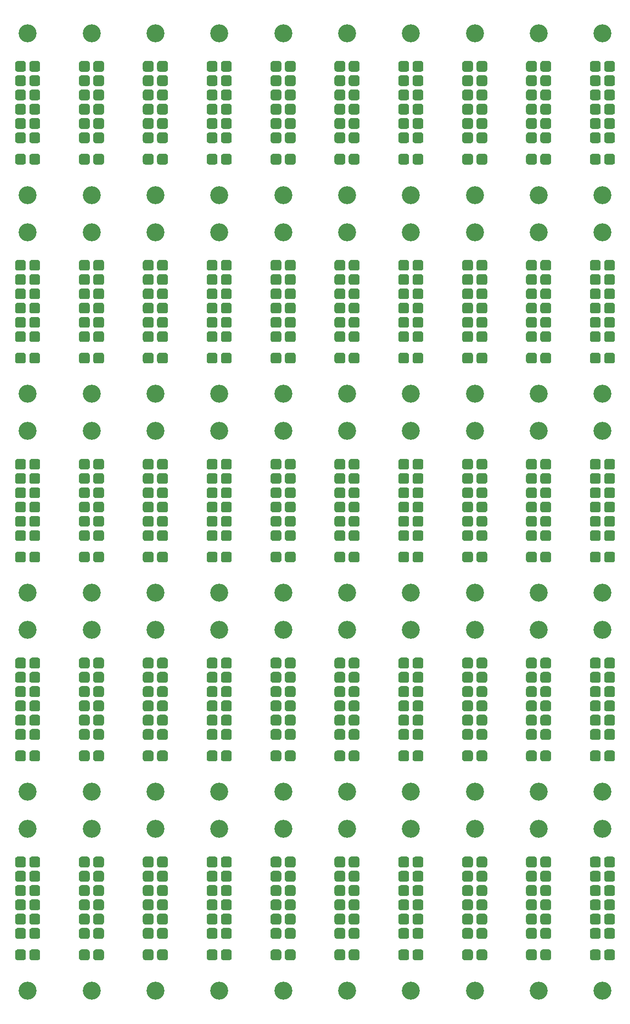
<source format=gbr>
%FSLAX36Y36*%
%MOMM*%
%SFA1.000B1.000*%

%MIA0B0*%
%IPPOS*%
%ADD13C,3.20000*%
%ADD25C,0.20000*%
%LNCK-NE*%
%LPD*%
G54D13*
X38823000Y11350000D03*
X38823000Y40125000D03*
X27449000Y40125000D03*
X27449000Y11350000D03*
X61572000Y11350000D03*
X61572000Y40125000D03*
X50197000Y40125000D03*
X50197000Y11350000D03*
X84320000Y11350000D03*
X84320000Y40125000D03*
X72946000Y40125000D03*
X72946000Y11350000D03*
X107069000Y11350000D03*
X107069000Y40125000D03*
X95694000Y40125000D03*
X95694000Y11350000D03*
X4700000Y11350000D03*
X4700000Y40125000D03*
X16074000Y40125000D03*
X16074000Y11350000D03*
X16074000Y152850000D03*
X16074000Y181625000D03*
X4700000Y181625000D03*
X4700000Y152850000D03*
X95694000Y152850000D03*
X95694000Y181625000D03*
X107069000Y181625000D03*
X107069000Y152850000D03*
X72946000Y152850000D03*
X72946000Y181625000D03*
X84320000Y181625000D03*
X84320000Y152850000D03*
X50197000Y152850000D03*
X50197000Y181625000D03*
X61572000Y181625000D03*
X61572000Y152850000D03*
X27449000Y152850000D03*
X27449000Y181625000D03*
X38823000Y181625000D03*
X38823000Y152850000D03*
X16074000Y117475000D03*
X16074000Y146250000D03*
X4700000Y146250000D03*
X4700000Y117475000D03*
X95694000Y117475000D03*
X95694000Y146250000D03*
X107069000Y146250000D03*
X107069000Y117475000D03*
X72946000Y117475000D03*
X72946000Y146250000D03*
X84320000Y146250000D03*
X84320000Y117475000D03*
X50197000Y117475000D03*
X50197000Y146250000D03*
X61572000Y146250000D03*
X61572000Y117475000D03*
X27449000Y117475000D03*
X27449000Y146250000D03*
X38823000Y146250000D03*
X38823000Y117475000D03*
X16074000Y82100000D03*
X16074000Y110875000D03*
X4700000Y110875000D03*
X4700000Y82100000D03*
X95694000Y82100000D03*
X95694000Y110875000D03*
X107069000Y110875000D03*
X107069000Y82100000D03*
X72946000Y82100000D03*
X72946000Y110875000D03*
X84320000Y110875000D03*
X84320000Y82100000D03*
X50197000Y82100000D03*
X50197000Y110875000D03*
X61572000Y110875000D03*
X61572000Y82100000D03*
X27449000Y82100000D03*
X27449000Y110875000D03*
X38823000Y110875000D03*
X38823000Y82100000D03*
X16074000Y46725000D03*
X16074000Y75500000D03*
X4700000Y75500000D03*
X4700000Y46725000D03*
X95694000Y46725000D03*
X95694000Y75500000D03*
X107069000Y75500000D03*
X107069000Y46725000D03*
X72946000Y46725000D03*
X72946000Y75500000D03*
X84320000Y75500000D03*
X84320000Y46725000D03*
X50197000Y46725000D03*
X50197000Y75500000D03*
X61572000Y75500000D03*
X61572000Y46725000D03*
X27449000Y46725000D03*
X27449000Y75500000D03*
X38823000Y75500000D03*
X38823000Y46725000D03*
G54D25*
X37083000Y16850000D02*
G01X37983000Y16850000D01*
X38408000Y17275000D02*
G01X38408000Y18175000D01*
X37983000Y18600000D02*
G01X37083000Y18600000D01*
X36658000Y18175000D02*
G01X36658000Y17275000D01*
X38408000Y17273000D02*
G01X38408000Y18177000D01*
X38363000Y17085000D02*
G01X38363000Y18365000D01*
X38318000Y17013000D02*
G01X38318000Y18437000D01*
X38273000Y16964000D02*
G01X38273000Y18486000D01*
X38228000Y16928000D02*
G01X38228000Y18522000D01*
X38183000Y16900000D02*
G01X38183000Y18550000D01*
X38138000Y16879000D02*
G01X38138000Y18571000D01*
X38093000Y16864000D02*
G01X38093000Y18586000D01*
X38048000Y16855000D02*
G01X38048000Y18595000D01*
X38003000Y16850000D02*
G01X38003000Y18600000D01*
X37958000Y16850000D02*
G01X37958000Y18600000D01*
X37913000Y16850000D02*
G01X37913000Y18600000D01*
X37868000Y16850000D02*
G01X37868000Y18600000D01*
X37823000Y16850000D02*
G01X37823000Y18600000D01*
X37778000Y16850000D02*
G01X37778000Y18600000D01*
X37733000Y16850000D02*
G01X37733000Y18600000D01*
X37688000Y16850000D02*
G01X37688000Y18600000D01*
X37643000Y16850000D02*
G01X37643000Y18600000D01*
X37598000Y16850000D02*
G01X37598000Y18600000D01*
X37553000Y16850000D02*
G01X37553000Y18600000D01*
X37508000Y16850000D02*
G01X37508000Y18600000D01*
X37463000Y16850000D02*
G01X37463000Y18600000D01*
X37418000Y16850000D02*
G01X37418000Y18600000D01*
X37373000Y16850000D02*
G01X37373000Y18600000D01*
X37328000Y16850000D02*
G01X37328000Y18600000D01*
X37283000Y16850000D02*
G01X37283000Y18600000D01*
X37238000Y16850000D02*
G01X37238000Y18600000D01*
X37193000Y16850000D02*
G01X37193000Y18600000D01*
X37148000Y16850000D02*
G01X37148000Y18600000D01*
X37103000Y16850000D02*
G01X37103000Y18600000D01*
X37058000Y16851000D02*
G01X37058000Y18599000D01*
X37013000Y16856000D02*
G01X37013000Y18594000D01*
X36968000Y16866000D02*
G01X36968000Y18584000D01*
X36923000Y16881000D02*
G01X36923000Y18569000D01*
X36878000Y16903000D02*
G01X36878000Y18547000D01*
X36833000Y16931000D02*
G01X36833000Y18519000D01*
X36788000Y16969000D02*
G01X36788000Y18481000D01*
X36743000Y17020000D02*
G01X36743000Y18430000D01*
X36698000Y17095000D02*
G01X36698000Y18355000D01*
X37083000Y30820000D02*
G01X37983000Y30820000D01*
X38408000Y31245000D02*
G01X38408000Y32145000D01*
X37983000Y32570000D02*
G01X37083000Y32570000D01*
X36658000Y32145000D02*
G01X36658000Y31245000D01*
X38408000Y31243000D02*
G01X38408000Y32147000D01*
X38363000Y31055000D02*
G01X38363000Y32335000D01*
X38318000Y30983000D02*
G01X38318000Y32407000D01*
X38273000Y30934000D02*
G01X38273000Y32456000D01*
X38228000Y30898000D02*
G01X38228000Y32492000D01*
X38183000Y30870000D02*
G01X38183000Y32520000D01*
X38138000Y30849000D02*
G01X38138000Y32541000D01*
X38093000Y30834000D02*
G01X38093000Y32556000D01*
X38048000Y30825000D02*
G01X38048000Y32565000D01*
X38003000Y30820000D02*
G01X38003000Y32570000D01*
X37958000Y30820000D02*
G01X37958000Y32570000D01*
X37913000Y30820000D02*
G01X37913000Y32570000D01*
X37868000Y30820000D02*
G01X37868000Y32570000D01*
X37823000Y30820000D02*
G01X37823000Y32570000D01*
X37778000Y30820000D02*
G01X37778000Y32570000D01*
X37733000Y30820000D02*
G01X37733000Y32570000D01*
X37688000Y30820000D02*
G01X37688000Y32570000D01*
X37643000Y30820000D02*
G01X37643000Y32570000D01*
X37598000Y30820000D02*
G01X37598000Y32570000D01*
X37553000Y30820000D02*
G01X37553000Y32570000D01*
X37508000Y30820000D02*
G01X37508000Y32570000D01*
X37463000Y30820000D02*
G01X37463000Y32570000D01*
X37418000Y30820000D02*
G01X37418000Y32570000D01*
X37373000Y30820000D02*
G01X37373000Y32570000D01*
X37328000Y30820000D02*
G01X37328000Y32570000D01*
X37283000Y30820000D02*
G01X37283000Y32570000D01*
X37238000Y30820000D02*
G01X37238000Y32570000D01*
X37193000Y30820000D02*
G01X37193000Y32570000D01*
X37148000Y30820000D02*
G01X37148000Y32570000D01*
X37103000Y30820000D02*
G01X37103000Y32570000D01*
X37058000Y30821000D02*
G01X37058000Y32569000D01*
X37013000Y30826000D02*
G01X37013000Y32564000D01*
X36968000Y30836000D02*
G01X36968000Y32554000D01*
X36923000Y30851000D02*
G01X36923000Y32539000D01*
X36878000Y30873000D02*
G01X36878000Y32517000D01*
X36833000Y30901000D02*
G01X36833000Y32489000D01*
X36788000Y30939000D02*
G01X36788000Y32451000D01*
X36743000Y30990000D02*
G01X36743000Y32400000D01*
X36698000Y31065000D02*
G01X36698000Y32325000D01*
X37083000Y33360000D02*
G01X37983000Y33360000D01*
X38408000Y33785000D02*
G01X38408000Y34685000D01*
X37983000Y35110000D02*
G01X37083000Y35110000D01*
X36658000Y34685000D02*
G01X36658000Y33785000D01*
X38408000Y33783000D02*
G01X38408000Y34687000D01*
X38363000Y33595000D02*
G01X38363000Y34875000D01*
X38318000Y33523000D02*
G01X38318000Y34947000D01*
X38273000Y33474000D02*
G01X38273000Y34996000D01*
X38228000Y33438000D02*
G01X38228000Y35032000D01*
X38183000Y33410000D02*
G01X38183000Y35060000D01*
X38138000Y33389000D02*
G01X38138000Y35081000D01*
X38093000Y33374000D02*
G01X38093000Y35096000D01*
X38048000Y33365000D02*
G01X38048000Y35105000D01*
X38003000Y33360000D02*
G01X38003000Y35110000D01*
X37958000Y33360000D02*
G01X37958000Y35110000D01*
X37913000Y33360000D02*
G01X37913000Y35110000D01*
X37868000Y33360000D02*
G01X37868000Y35110000D01*
X37823000Y33360000D02*
G01X37823000Y35110000D01*
X37778000Y33360000D02*
G01X37778000Y35110000D01*
X37733000Y33360000D02*
G01X37733000Y35110000D01*
X37688000Y33360000D02*
G01X37688000Y35110000D01*
X37643000Y33360000D02*
G01X37643000Y35110000D01*
X37598000Y33360000D02*
G01X37598000Y35110000D01*
X37553000Y33360000D02*
G01X37553000Y35110000D01*
X37508000Y33360000D02*
G01X37508000Y35110000D01*
X37463000Y33360000D02*
G01X37463000Y35110000D01*
X37418000Y33360000D02*
G01X37418000Y35110000D01*
X37373000Y33360000D02*
G01X37373000Y35110000D01*
X37328000Y33360000D02*
G01X37328000Y35110000D01*
X37283000Y33360000D02*
G01X37283000Y35110000D01*
X37238000Y33360000D02*
G01X37238000Y35110000D01*
X37193000Y33360000D02*
G01X37193000Y35110000D01*
X37148000Y33360000D02*
G01X37148000Y35110000D01*
X37103000Y33360000D02*
G01X37103000Y35110000D01*
X37058000Y33361000D02*
G01X37058000Y35109000D01*
X37013000Y33366000D02*
G01X37013000Y35104000D01*
X36968000Y33376000D02*
G01X36968000Y35094000D01*
X36923000Y33391000D02*
G01X36923000Y35079000D01*
X36878000Y33413000D02*
G01X36878000Y35057000D01*
X36833000Y33441000D02*
G01X36833000Y35029000D01*
X36788000Y33479000D02*
G01X36788000Y34991000D01*
X36743000Y33530000D02*
G01X36743000Y34940000D01*
X36698000Y33605000D02*
G01X36698000Y34865000D01*
X37983000Y24950000D02*
G01X37083000Y24950000D01*
X36658000Y24525000D02*
G01X36658000Y23625000D01*
X37083000Y23200000D02*
G01X37983000Y23200000D01*
X38408000Y23625000D02*
G01X38408000Y24525000D01*
X38408000Y23623000D02*
G01X38408000Y24527000D01*
X38363000Y23435000D02*
G01X38363000Y24715000D01*
X38318000Y23363000D02*
G01X38318000Y24787000D01*
X38273000Y23314000D02*
G01X38273000Y24836000D01*
X38228000Y23278000D02*
G01X38228000Y24872000D01*
X38183000Y23250000D02*
G01X38183000Y24900000D01*
X38138000Y23229000D02*
G01X38138000Y24921000D01*
X38093000Y23214000D02*
G01X38093000Y24936000D01*
X38048000Y23205000D02*
G01X38048000Y24945000D01*
X38003000Y23200000D02*
G01X38003000Y24950000D01*
X37958000Y23200000D02*
G01X37958000Y24950000D01*
X37913000Y23200000D02*
G01X37913000Y24950000D01*
X37868000Y23200000D02*
G01X37868000Y24950000D01*
X37823000Y23200000D02*
G01X37823000Y24950000D01*
X37778000Y23200000D02*
G01X37778000Y24950000D01*
X37733000Y23200000D02*
G01X37733000Y24950000D01*
X37688000Y23200000D02*
G01X37688000Y24950000D01*
X37643000Y23200000D02*
G01X37643000Y24950000D01*
X37598000Y23200000D02*
G01X37598000Y24950000D01*
X37553000Y23200000D02*
G01X37553000Y24950000D01*
X37508000Y23200000D02*
G01X37508000Y24950000D01*
X37463000Y23200000D02*
G01X37463000Y24950000D01*
X37418000Y23200000D02*
G01X37418000Y24950000D01*
X37373000Y23200000D02*
G01X37373000Y24950000D01*
X37328000Y23200000D02*
G01X37328000Y24950000D01*
X37283000Y23200000D02*
G01X37283000Y24950000D01*
X37238000Y23200000D02*
G01X37238000Y24950000D01*
X37193000Y23200000D02*
G01X37193000Y24950000D01*
X37148000Y23200000D02*
G01X37148000Y24950000D01*
X37103000Y23200000D02*
G01X37103000Y24950000D01*
X37058000Y23201000D02*
G01X37058000Y24949000D01*
X37013000Y23206000D02*
G01X37013000Y24944000D01*
X36968000Y23216000D02*
G01X36968000Y24934000D01*
X36923000Y23231000D02*
G01X36923000Y24919000D01*
X36878000Y23253000D02*
G01X36878000Y24897000D01*
X36833000Y23281000D02*
G01X36833000Y24869000D01*
X36788000Y23319000D02*
G01X36788000Y24831000D01*
X36743000Y23370000D02*
G01X36743000Y24780000D01*
X36698000Y23445000D02*
G01X36698000Y24705000D01*
X36658000Y29605000D02*
G01X36658000Y28705000D01*
X37083000Y28280000D02*
G01X37983000Y28280000D01*
X38408000Y28705000D02*
G01X38408000Y29605000D01*
X37983000Y30030000D02*
G01X37083000Y30030000D01*
X38408000Y28703000D02*
G01X38408000Y29607000D01*
X38363000Y28515000D02*
G01X38363000Y29795000D01*
X38318000Y28443000D02*
G01X38318000Y29867000D01*
X38273000Y28394000D02*
G01X38273000Y29916000D01*
X38228000Y28358000D02*
G01X38228000Y29952000D01*
X38183000Y28330000D02*
G01X38183000Y29980000D01*
X38138000Y28309000D02*
G01X38138000Y30001000D01*
X38093000Y28294000D02*
G01X38093000Y30016000D01*
X38048000Y28285000D02*
G01X38048000Y30025000D01*
X38003000Y28280000D02*
G01X38003000Y30030000D01*
X37958000Y28280000D02*
G01X37958000Y30030000D01*
X37913000Y28280000D02*
G01X37913000Y30030000D01*
X37868000Y28280000D02*
G01X37868000Y30030000D01*
X37823000Y28280000D02*
G01X37823000Y30030000D01*
X37778000Y28280000D02*
G01X37778000Y30030000D01*
X37733000Y28280000D02*
G01X37733000Y30030000D01*
X37688000Y28280000D02*
G01X37688000Y30030000D01*
X37643000Y28280000D02*
G01X37643000Y30030000D01*
X37598000Y28280000D02*
G01X37598000Y30030000D01*
X37553000Y28280000D02*
G01X37553000Y30030000D01*
X37508000Y28280000D02*
G01X37508000Y30030000D01*
X37463000Y28280000D02*
G01X37463000Y30030000D01*
X37418000Y28280000D02*
G01X37418000Y30030000D01*
X37373000Y28280000D02*
G01X37373000Y30030000D01*
X37328000Y28280000D02*
G01X37328000Y30030000D01*
X37283000Y28280000D02*
G01X37283000Y30030000D01*
X37238000Y28280000D02*
G01X37238000Y30030000D01*
X37193000Y28280000D02*
G01X37193000Y30030000D01*
X37148000Y28280000D02*
G01X37148000Y30030000D01*
X37103000Y28280000D02*
G01X37103000Y30030000D01*
X37058000Y28281000D02*
G01X37058000Y30029000D01*
X37013000Y28286000D02*
G01X37013000Y30024000D01*
X36968000Y28296000D02*
G01X36968000Y30014000D01*
X36923000Y28311000D02*
G01X36923000Y29999000D01*
X36878000Y28333000D02*
G01X36878000Y29977000D01*
X36833000Y28361000D02*
G01X36833000Y29949000D01*
X36788000Y28399000D02*
G01X36788000Y29911000D01*
X36743000Y28450000D02*
G01X36743000Y29860000D01*
X36698000Y28525000D02*
G01X36698000Y29785000D01*
X37983000Y22410000D02*
G01X37083000Y22410000D01*
X36658000Y21985000D02*
G01X36658000Y21085000D01*
X37083000Y20660000D02*
G01X37983000Y20660000D01*
X38408000Y21083000D02*
G01X38408000Y21987000D01*
X38363000Y20895000D02*
G01X38363000Y22175000D01*
X38318000Y20823000D02*
G01X38318000Y22247000D01*
X38273000Y20774000D02*
G01X38273000Y22296000D01*
X38228000Y20738000D02*
G01X38228000Y22332000D01*
X38183000Y20710000D02*
G01X38183000Y22360000D01*
X38138000Y20689000D02*
G01X38138000Y22381000D01*
X38093000Y20674000D02*
G01X38093000Y22396000D01*
X38048000Y20665000D02*
G01X38048000Y22405000D01*
X38003000Y20660000D02*
G01X38003000Y22410000D01*
X37958000Y20660000D02*
G01X37958000Y22410000D01*
X37913000Y20660000D02*
G01X37913000Y22410000D01*
X37868000Y20660000D02*
G01X37868000Y22410000D01*
X37823000Y20660000D02*
G01X37823000Y22410000D01*
X37778000Y20660000D02*
G01X37778000Y22410000D01*
X37733000Y20660000D02*
G01X37733000Y22410000D01*
X37688000Y20660000D02*
G01X37688000Y22410000D01*
X37643000Y20660000D02*
G01X37643000Y22410000D01*
X37598000Y20660000D02*
G01X37598000Y22410000D01*
X37553000Y20660000D02*
G01X37553000Y22410000D01*
X37508000Y20660000D02*
G01X37508000Y22410000D01*
X37463000Y20660000D02*
G01X37463000Y22410000D01*
X37418000Y20660000D02*
G01X37418000Y22410000D01*
X37373000Y20660000D02*
G01X37373000Y22410000D01*
X37328000Y20660000D02*
G01X37328000Y22410000D01*
X37283000Y20660000D02*
G01X37283000Y22410000D01*
X37238000Y20660000D02*
G01X37238000Y22410000D01*
X37193000Y20660000D02*
G01X37193000Y22410000D01*
X37148000Y20660000D02*
G01X37148000Y22410000D01*
X37103000Y20660000D02*
G01X37103000Y22410000D01*
X37058000Y20661000D02*
G01X37058000Y22409000D01*
X37013000Y20666000D02*
G01X37013000Y22404000D01*
X36968000Y20676000D02*
G01X36968000Y22394000D01*
X36923000Y20691000D02*
G01X36923000Y22379000D01*
X36878000Y20713000D02*
G01X36878000Y22357000D01*
X36833000Y20741000D02*
G01X36833000Y22329000D01*
X36788000Y20779000D02*
G01X36788000Y22291000D01*
X36743000Y20830000D02*
G01X36743000Y22240000D01*
X36698000Y20905000D02*
G01X36698000Y22165000D01*
X36658000Y27065000D02*
G01X36658000Y26165000D01*
X37083000Y25740000D02*
G01X37983000Y25740000D01*
X38408000Y26165000D02*
G01X38408000Y27065000D01*
X37983000Y27490000D02*
G01X37083000Y27490000D01*
X38408000Y26163000D02*
G01X38408000Y27067000D01*
X38363000Y25975000D02*
G01X38363000Y27255000D01*
X38318000Y25903000D02*
G01X38318000Y27327000D01*
X38273000Y25854000D02*
G01X38273000Y27376000D01*
X38228000Y25818000D02*
G01X38228000Y27412000D01*
X38183000Y25790000D02*
G01X38183000Y27440000D01*
X38138000Y25769000D02*
G01X38138000Y27461000D01*
X38093000Y25754000D02*
G01X38093000Y27476000D01*
X38048000Y25745000D02*
G01X38048000Y27485000D01*
X38003000Y25740000D02*
G01X38003000Y27490000D01*
X37958000Y25740000D02*
G01X37958000Y27490000D01*
X37913000Y25740000D02*
G01X37913000Y27490000D01*
X37868000Y25740000D02*
G01X37868000Y27490000D01*
X37823000Y25740000D02*
G01X37823000Y27490000D01*
X37778000Y25740000D02*
G01X37778000Y27490000D01*
X37733000Y25740000D02*
G01X37733000Y27490000D01*
X37688000Y25740000D02*
G01X37688000Y27490000D01*
X37643000Y25740000D02*
G01X37643000Y27490000D01*
X37598000Y25740000D02*
G01X37598000Y27490000D01*
X37553000Y25740000D02*
G01X37553000Y27490000D01*
X37508000Y25740000D02*
G01X37508000Y27490000D01*
X37463000Y25740000D02*
G01X37463000Y27490000D01*
X37418000Y25740000D02*
G01X37418000Y27490000D01*
X37373000Y25740000D02*
G01X37373000Y27490000D01*
X37328000Y25740000D02*
G01X37328000Y27490000D01*
X37283000Y25740000D02*
G01X37283000Y27490000D01*
X37238000Y25740000D02*
G01X37238000Y27490000D01*
X37193000Y25740000D02*
G01X37193000Y27490000D01*
X37148000Y25740000D02*
G01X37148000Y27490000D01*
X37103000Y25740000D02*
G01X37103000Y27490000D01*
X37058000Y25741000D02*
G01X37058000Y27489000D01*
X37013000Y25746000D02*
G01X37013000Y27484000D01*
X36968000Y25756000D02*
G01X36968000Y27474000D01*
X36923000Y25771000D02*
G01X36923000Y27459000D01*
X36878000Y25793000D02*
G01X36878000Y27437000D01*
X36833000Y25821000D02*
G01X36833000Y27409000D01*
X36788000Y25859000D02*
G01X36788000Y27371000D01*
X36743000Y25910000D02*
G01X36743000Y27320000D01*
X36698000Y25985000D02*
G01X36698000Y27245000D01*
X39623000Y16850000D02*
G01X40523000Y16850000D01*
X40948000Y17275000D02*
G01X40948000Y18175000D01*
X40523000Y18600000D02*
G01X39623000Y18600000D01*
X39198000Y18175000D02*
G01X39198000Y17275000D01*
X40948000Y17273000D02*
G01X40948000Y18177000D01*
X40903000Y17085000D02*
G01X40903000Y18365000D01*
X40858000Y17013000D02*
G01X40858000Y18437000D01*
X40813000Y16964000D02*
G01X40813000Y18486000D01*
X40768000Y16928000D02*
G01X40768000Y18522000D01*
X40723000Y16900000D02*
G01X40723000Y18550000D01*
X40678000Y16879000D02*
G01X40678000Y18571000D01*
X40633000Y16864000D02*
G01X40633000Y18586000D01*
X40588000Y16855000D02*
G01X40588000Y18595000D01*
X40543000Y16850000D02*
G01X40543000Y18600000D01*
X40498000Y16850000D02*
G01X40498000Y18600000D01*
X40453000Y16850000D02*
G01X40453000Y18600000D01*
X40408000Y16850000D02*
G01X40408000Y18600000D01*
X40363000Y16850000D02*
G01X40363000Y18600000D01*
X40318000Y16850000D02*
G01X40318000Y18600000D01*
X40273000Y16850000D02*
G01X40273000Y18600000D01*
X40228000Y16850000D02*
G01X40228000Y18600000D01*
X40183000Y16850000D02*
G01X40183000Y18600000D01*
X40138000Y16850000D02*
G01X40138000Y18600000D01*
X40093000Y16850000D02*
G01X40093000Y18600000D01*
X40048000Y16850000D02*
G01X40048000Y18600000D01*
X40003000Y16850000D02*
G01X40003000Y18600000D01*
X39958000Y16850000D02*
G01X39958000Y18600000D01*
X39913000Y16850000D02*
G01X39913000Y18600000D01*
X39868000Y16850000D02*
G01X39868000Y18600000D01*
X39823000Y16850000D02*
G01X39823000Y18600000D01*
X39778000Y16850000D02*
G01X39778000Y18600000D01*
X39733000Y16850000D02*
G01X39733000Y18600000D01*
X39688000Y16850000D02*
G01X39688000Y18600000D01*
X39643000Y16850000D02*
G01X39643000Y18600000D01*
X39598000Y16851000D02*
G01X39598000Y18599000D01*
X39553000Y16856000D02*
G01X39553000Y18594000D01*
X39508000Y16866000D02*
G01X39508000Y18584000D01*
X39463000Y16881000D02*
G01X39463000Y18569000D01*
X39418000Y16903000D02*
G01X39418000Y18547000D01*
X39373000Y16931000D02*
G01X39373000Y18519000D01*
X39328000Y16969000D02*
G01X39328000Y18481000D01*
X39283000Y17020000D02*
G01X39283000Y18430000D01*
X39238000Y17095000D02*
G01X39238000Y18355000D01*
X39623000Y30820000D02*
G01X40523000Y30820000D01*
X40948000Y31245000D02*
G01X40948000Y32145000D01*
X40523000Y32570000D02*
G01X39623000Y32570000D01*
X39198000Y32145000D02*
G01X39198000Y31245000D01*
X40948000Y31243000D02*
G01X40948000Y32147000D01*
X40903000Y31055000D02*
G01X40903000Y32335000D01*
X40858000Y30983000D02*
G01X40858000Y32407000D01*
X40813000Y30934000D02*
G01X40813000Y32456000D01*
X40768000Y30898000D02*
G01X40768000Y32492000D01*
X40723000Y30870000D02*
G01X40723000Y32520000D01*
X40678000Y30849000D02*
G01X40678000Y32541000D01*
X40633000Y30834000D02*
G01X40633000Y32556000D01*
X40588000Y30825000D02*
G01X40588000Y32565000D01*
X40543000Y30820000D02*
G01X40543000Y32570000D01*
X40498000Y30820000D02*
G01X40498000Y32570000D01*
X40453000Y30820000D02*
G01X40453000Y32570000D01*
X40408000Y30820000D02*
G01X40408000Y32570000D01*
X40363000Y30820000D02*
G01X40363000Y32570000D01*
X40318000Y30820000D02*
G01X40318000Y32570000D01*
X40273000Y30820000D02*
G01X40273000Y32570000D01*
X40228000Y30820000D02*
G01X40228000Y32570000D01*
X40183000Y30820000D02*
G01X40183000Y32570000D01*
X40138000Y30820000D02*
G01X40138000Y32570000D01*
X40093000Y30820000D02*
G01X40093000Y32570000D01*
X40048000Y30820000D02*
G01X40048000Y32570000D01*
X40003000Y30820000D02*
G01X40003000Y32570000D01*
X39958000Y30820000D02*
G01X39958000Y32570000D01*
X39913000Y30820000D02*
G01X39913000Y32570000D01*
X39868000Y30820000D02*
G01X39868000Y32570000D01*
X39823000Y30820000D02*
G01X39823000Y32570000D01*
X39778000Y30820000D02*
G01X39778000Y32570000D01*
X39733000Y30820000D02*
G01X39733000Y32570000D01*
X39688000Y30820000D02*
G01X39688000Y32570000D01*
X39643000Y30820000D02*
G01X39643000Y32570000D01*
X39598000Y30821000D02*
G01X39598000Y32569000D01*
X39553000Y30826000D02*
G01X39553000Y32564000D01*
X39508000Y30836000D02*
G01X39508000Y32554000D01*
X39463000Y30851000D02*
G01X39463000Y32539000D01*
X39418000Y30873000D02*
G01X39418000Y32517000D01*
X39373000Y30901000D02*
G01X39373000Y32489000D01*
X39328000Y30939000D02*
G01X39328000Y32451000D01*
X39283000Y30990000D02*
G01X39283000Y32400000D01*
X39238000Y31065000D02*
G01X39238000Y32325000D01*
X39623000Y33360000D02*
G01X40523000Y33360000D01*
X40948000Y33785000D02*
G01X40948000Y34685000D01*
X40523000Y35110000D02*
G01X39623000Y35110000D01*
X39198000Y34685000D02*
G01X39198000Y33785000D01*
X40948000Y33783000D02*
G01X40948000Y34687000D01*
X40903000Y33595000D02*
G01X40903000Y34875000D01*
X40858000Y33523000D02*
G01X40858000Y34947000D01*
X40813000Y33474000D02*
G01X40813000Y34996000D01*
X40768000Y33438000D02*
G01X40768000Y35032000D01*
X40723000Y33410000D02*
G01X40723000Y35060000D01*
X40678000Y33389000D02*
G01X40678000Y35081000D01*
X40633000Y33374000D02*
G01X40633000Y35096000D01*
X40588000Y33365000D02*
G01X40588000Y35105000D01*
X40543000Y33360000D02*
G01X40543000Y35110000D01*
X40498000Y33360000D02*
G01X40498000Y35110000D01*
X40453000Y33360000D02*
G01X40453000Y35110000D01*
X40408000Y33360000D02*
G01X40408000Y35110000D01*
X40363000Y33360000D02*
G01X40363000Y35110000D01*
X40318000Y33360000D02*
G01X40318000Y35110000D01*
X40273000Y33360000D02*
G01X40273000Y35110000D01*
X40228000Y33360000D02*
G01X40228000Y35110000D01*
X40183000Y33360000D02*
G01X40183000Y35110000D01*
X40138000Y33360000D02*
G01X40138000Y35110000D01*
X40093000Y33360000D02*
G01X40093000Y35110000D01*
X40048000Y33360000D02*
G01X40048000Y35110000D01*
X40003000Y33360000D02*
G01X40003000Y35110000D01*
X39958000Y33360000D02*
G01X39958000Y35110000D01*
X39913000Y33360000D02*
G01X39913000Y35110000D01*
X39868000Y33360000D02*
G01X39868000Y35110000D01*
X39823000Y33360000D02*
G01X39823000Y35110000D01*
X39778000Y33360000D02*
G01X39778000Y35110000D01*
X39733000Y33360000D02*
G01X39733000Y35110000D01*
X39688000Y33360000D02*
G01X39688000Y35110000D01*
X39643000Y33360000D02*
G01X39643000Y35110000D01*
X39598000Y33361000D02*
G01X39598000Y35109000D01*
X39553000Y33366000D02*
G01X39553000Y35104000D01*
X39508000Y33376000D02*
G01X39508000Y35094000D01*
X39463000Y33391000D02*
G01X39463000Y35079000D01*
X39418000Y33413000D02*
G01X39418000Y35057000D01*
X39373000Y33441000D02*
G01X39373000Y35029000D01*
X39328000Y33479000D02*
G01X39328000Y34991000D01*
X39283000Y33530000D02*
G01X39283000Y34940000D01*
X39238000Y33605000D02*
G01X39238000Y34865000D01*
X40523000Y24950000D02*
G01X39623000Y24950000D01*
X39198000Y24525000D02*
G01X39198000Y23625000D01*
X39623000Y23200000D02*
G01X40523000Y23200000D01*
X40948000Y23625000D02*
G01X40948000Y24525000D01*
X40948000Y23623000D02*
G01X40948000Y24527000D01*
X40903000Y23435000D02*
G01X40903000Y24715000D01*
X40858000Y23363000D02*
G01X40858000Y24787000D01*
X40813000Y23314000D02*
G01X40813000Y24836000D01*
X40768000Y23278000D02*
G01X40768000Y24872000D01*
X40723000Y23250000D02*
G01X40723000Y24900000D01*
X40678000Y23229000D02*
G01X40678000Y24921000D01*
X40633000Y23214000D02*
G01X40633000Y24936000D01*
X40588000Y23205000D02*
G01X40588000Y24945000D01*
X40543000Y23200000D02*
G01X40543000Y24950000D01*
X40498000Y23200000D02*
G01X40498000Y24950000D01*
X40453000Y23200000D02*
G01X40453000Y24950000D01*
X40408000Y23200000D02*
G01X40408000Y24950000D01*
X40363000Y23200000D02*
G01X40363000Y24950000D01*
X40318000Y23200000D02*
G01X40318000Y24950000D01*
X40273000Y23200000D02*
G01X40273000Y24950000D01*
X40228000Y23200000D02*
G01X40228000Y24950000D01*
X40183000Y23200000D02*
G01X40183000Y24950000D01*
X40138000Y23200000D02*
G01X40138000Y24950000D01*
X40093000Y23200000D02*
G01X40093000Y24950000D01*
X40048000Y23200000D02*
G01X40048000Y24950000D01*
X40003000Y23200000D02*
G01X40003000Y24950000D01*
X39958000Y23200000D02*
G01X39958000Y24950000D01*
X39913000Y23200000D02*
G01X39913000Y24950000D01*
X39868000Y23200000D02*
G01X39868000Y24950000D01*
X39823000Y23200000D02*
G01X39823000Y24950000D01*
X39778000Y23200000D02*
G01X39778000Y24950000D01*
X39733000Y23200000D02*
G01X39733000Y24950000D01*
X39688000Y23200000D02*
G01X39688000Y24950000D01*
X39643000Y23200000D02*
G01X39643000Y24950000D01*
X39598000Y23201000D02*
G01X39598000Y24949000D01*
X39553000Y23206000D02*
G01X39553000Y24944000D01*
X39508000Y23216000D02*
G01X39508000Y24934000D01*
X39463000Y23231000D02*
G01X39463000Y24919000D01*
X39418000Y23253000D02*
G01X39418000Y24897000D01*
X39373000Y23281000D02*
G01X39373000Y24869000D01*
X39328000Y23319000D02*
G01X39328000Y24831000D01*
X39283000Y23370000D02*
G01X39283000Y24780000D01*
X39238000Y23445000D02*
G01X39238000Y24705000D01*
X39198000Y29605000D02*
G01X39198000Y28705000D01*
X39623000Y28280000D02*
G01X40523000Y28280000D01*
X40948000Y28705000D02*
G01X40948000Y29605000D01*
X40523000Y30030000D02*
G01X39623000Y30030000D01*
X40948000Y28703000D02*
G01X40948000Y29607000D01*
X40903000Y28515000D02*
G01X40903000Y29795000D01*
X40858000Y28443000D02*
G01X40858000Y29867000D01*
X40813000Y28394000D02*
G01X40813000Y29916000D01*
X40768000Y28358000D02*
G01X40768000Y29952000D01*
X40723000Y28330000D02*
G01X40723000Y29980000D01*
X40678000Y28309000D02*
G01X40678000Y30001000D01*
X40633000Y28294000D02*
G01X40633000Y30016000D01*
X40588000Y28285000D02*
G01X40588000Y30025000D01*
X40543000Y28280000D02*
G01X40543000Y30030000D01*
X40498000Y28280000D02*
G01X40498000Y30030000D01*
X40453000Y28280000D02*
G01X40453000Y30030000D01*
X40408000Y28280000D02*
G01X40408000Y30030000D01*
X40363000Y28280000D02*
G01X40363000Y30030000D01*
X40318000Y28280000D02*
G01X40318000Y30030000D01*
X40273000Y28280000D02*
G01X40273000Y30030000D01*
X40228000Y28280000D02*
G01X40228000Y30030000D01*
X40183000Y28280000D02*
G01X40183000Y30030000D01*
X40138000Y28280000D02*
G01X40138000Y30030000D01*
X40093000Y28280000D02*
G01X40093000Y30030000D01*
X40048000Y28280000D02*
G01X40048000Y30030000D01*
X40003000Y28280000D02*
G01X40003000Y30030000D01*
X39958000Y28280000D02*
G01X39958000Y30030000D01*
X39913000Y28280000D02*
G01X39913000Y30030000D01*
X39868000Y28280000D02*
G01X39868000Y30030000D01*
X39823000Y28280000D02*
G01X39823000Y30030000D01*
X39778000Y28280000D02*
G01X39778000Y30030000D01*
X39733000Y28280000D02*
G01X39733000Y30030000D01*
X39688000Y28280000D02*
G01X39688000Y30030000D01*
X39643000Y28280000D02*
G01X39643000Y30030000D01*
X39598000Y28281000D02*
G01X39598000Y30029000D01*
X39553000Y28286000D02*
G01X39553000Y30024000D01*
X39508000Y28296000D02*
G01X39508000Y30014000D01*
X39463000Y28311000D02*
G01X39463000Y29999000D01*
X39418000Y28333000D02*
G01X39418000Y29977000D01*
X39373000Y28361000D02*
G01X39373000Y29949000D01*
X39328000Y28399000D02*
G01X39328000Y29911000D01*
X39283000Y28450000D02*
G01X39283000Y29860000D01*
X39238000Y28525000D02*
G01X39238000Y29785000D01*
X40523000Y22410000D02*
G01X39623000Y22410000D01*
X39198000Y21985000D02*
G01X39198000Y21085000D01*
X39623000Y20660000D02*
G01X40523000Y20660000D01*
X40948000Y21085000D02*
G01X40948000Y21985000D01*
X40948000Y21083000D02*
G01X40948000Y21987000D01*
X40903000Y20895000D02*
G01X40903000Y22175000D01*
X40858000Y20823000D02*
G01X40858000Y22247000D01*
X40813000Y20774000D02*
G01X40813000Y22296000D01*
X40768000Y20738000D02*
G01X40768000Y22332000D01*
X40723000Y20710000D02*
G01X40723000Y22360000D01*
X40678000Y20689000D02*
G01X40678000Y22381000D01*
X40633000Y20674000D02*
G01X40633000Y22396000D01*
X40588000Y20665000D02*
G01X40588000Y22405000D01*
X40543000Y20660000D02*
G01X40543000Y22410000D01*
X40498000Y20660000D02*
G01X40498000Y22410000D01*
X40453000Y20660000D02*
G01X40453000Y22410000D01*
X40408000Y20660000D02*
G01X40408000Y22410000D01*
X40363000Y20660000D02*
G01X40363000Y22410000D01*
X40318000Y20660000D02*
G01X40318000Y22410000D01*
X40273000Y20660000D02*
G01X40273000Y22410000D01*
X40228000Y20660000D02*
G01X40228000Y22410000D01*
X40183000Y20660000D02*
G01X40183000Y22410000D01*
X40138000Y20660000D02*
G01X40138000Y22410000D01*
X40093000Y20660000D02*
G01X40093000Y22410000D01*
X40048000Y20660000D02*
G01X40048000Y22410000D01*
X40003000Y20660000D02*
G01X40003000Y22410000D01*
X39958000Y20660000D02*
G01X39958000Y22410000D01*
X39913000Y20660000D02*
G01X39913000Y22410000D01*
X39868000Y20660000D02*
G01X39868000Y22410000D01*
X39823000Y20660000D02*
G01X39823000Y22410000D01*
X39778000Y20660000D02*
G01X39778000Y22410000D01*
X39733000Y20660000D02*
G01X39733000Y22410000D01*
X39688000Y20660000D02*
G01X39688000Y22410000D01*
X39643000Y20660000D02*
G01X39643000Y22410000D01*
X39598000Y20661000D02*
G01X39598000Y22409000D01*
X39553000Y20666000D02*
G01X39553000Y22404000D01*
X39508000Y20676000D02*
G01X39508000Y22394000D01*
X39463000Y20691000D02*
G01X39463000Y22379000D01*
X39418000Y20713000D02*
G01X39418000Y22357000D01*
X39373000Y20741000D02*
G01X39373000Y22329000D01*
X39328000Y20779000D02*
G01X39328000Y22291000D01*
X39283000Y20830000D02*
G01X39283000Y22240000D01*
X39238000Y20905000D02*
G01X39238000Y22165000D01*
X39198000Y27065000D02*
G01X39198000Y26165000D01*
X39623000Y25740000D02*
G01X40523000Y25740000D01*
X40948000Y26165000D02*
G01X40948000Y27065000D01*
X40523000Y27490000D02*
G01X39623000Y27490000D01*
X40948000Y26163000D02*
G01X40948000Y27067000D01*
X40903000Y25975000D02*
G01X40903000Y27255000D01*
X40858000Y25903000D02*
G01X40858000Y27327000D01*
X40813000Y25854000D02*
G01X40813000Y27376000D01*
X40768000Y25818000D02*
G01X40768000Y27412000D01*
X40723000Y25790000D02*
G01X40723000Y27440000D01*
X40678000Y25769000D02*
G01X40678000Y27461000D01*
X40633000Y25754000D02*
G01X40633000Y27476000D01*
X40588000Y25745000D02*
G01X40588000Y27485000D01*
X40543000Y25740000D02*
G01X40543000Y27490000D01*
X40498000Y25740000D02*
G01X40498000Y27490000D01*
X40453000Y25740000D02*
G01X40453000Y27490000D01*
X40408000Y25740000D02*
G01X40408000Y27490000D01*
X40363000Y25740000D02*
G01X40363000Y27490000D01*
X40318000Y25740000D02*
G01X40318000Y27490000D01*
X40273000Y25740000D02*
G01X40273000Y27490000D01*
X40228000Y25740000D02*
G01X40228000Y27490000D01*
X40183000Y25740000D02*
G01X40183000Y27490000D01*
X40138000Y25740000D02*
G01X40138000Y27490000D01*
X40093000Y25740000D02*
G01X40093000Y27490000D01*
X40048000Y25740000D02*
G01X40048000Y27490000D01*
X40003000Y25740000D02*
G01X40003000Y27490000D01*
X39958000Y25740000D02*
G01X39958000Y27490000D01*
X39913000Y25740000D02*
G01X39913000Y27490000D01*
X39868000Y25740000D02*
G01X39868000Y27490000D01*
X39823000Y25740000D02*
G01X39823000Y27490000D01*
X39778000Y25740000D02*
G01X39778000Y27490000D01*
X39733000Y25740000D02*
G01X39733000Y27490000D01*
X39688000Y25740000D02*
G01X39688000Y27490000D01*
X39643000Y25740000D02*
G01X39643000Y27490000D01*
X39598000Y25741000D02*
G01X39598000Y27489000D01*
X39553000Y25746000D02*
G01X39553000Y27484000D01*
X39508000Y25756000D02*
G01X39508000Y27474000D01*
X39463000Y25771000D02*
G01X39463000Y27459000D01*
X39418000Y25793000D02*
G01X39418000Y27437000D01*
X39373000Y25821000D02*
G01X39373000Y27409000D01*
X39328000Y25859000D02*
G01X39328000Y27371000D01*
X39283000Y25910000D02*
G01X39283000Y27320000D01*
X39238000Y25985000D02*
G01X39238000Y27245000D01*
X38408000Y21085000D02*
G01X38408000Y21985000D01*
X40948000Y27065000D02*
G01X40946000Y27102000D01*
X40941000Y27139000D01*
X40933000Y27175000D01*
X40922000Y27210000D01*
X40908000Y27245000D01*
X40891000Y27278000D01*
X40871000Y27309000D01*
X40848000Y27338000D01*
X40823000Y27366000D01*
X40796000Y27391000D01*
X40767000Y27413000D01*
X40735000Y27433000D01*
X40703000Y27450000D01*
X40668000Y27464000D01*
X40633000Y27476000D01*
X40597000Y27484000D01*
X40560000Y27488000D01*
X40523000Y27490000D01*
X40523000Y25740000D02*
G01X40560000Y25742000D01*
X40597000Y25746000D01*
X40633000Y25754000D01*
X40668000Y25766000D01*
X40703000Y25780000D01*
X40735000Y25797000D01*
X40767000Y25817000D01*
X40796000Y25839000D01*
X40823000Y25864000D01*
X40848000Y25892000D01*
X40871000Y25921000D01*
X40891000Y25952000D01*
X40908000Y25985000D01*
X40922000Y26020000D01*
X40933000Y26055000D01*
X40941000Y26091000D01*
X40946000Y26128000D01*
X40948000Y26165000D01*
X39198000Y26165000D02*
G01X39200000Y26128000D01*
X39204000Y26091000D01*
X39212000Y26055000D01*
X39224000Y26020000D01*
X39238000Y25985000D01*
X39255000Y25952000D01*
X39275000Y25921000D01*
X39297000Y25892000D01*
X39322000Y25864000D01*
X39350000Y25839000D01*
X39379000Y25817000D01*
X39410000Y25797000D01*
X39443000Y25780000D01*
X39478000Y25766000D01*
X39513000Y25754000D01*
X39549000Y25746000D01*
X39586000Y25742000D01*
X39623000Y25740000D01*
X39623000Y27490000D02*
G01X39586000Y27488000D01*
X39549000Y27484000D01*
X39513000Y27476000D01*
X39478000Y27464000D01*
X39443000Y27450000D01*
X39410000Y27433000D01*
X39379000Y27413000D01*
X39350000Y27391000D01*
X39322000Y27366000D01*
X39297000Y27338000D01*
X39275000Y27309000D01*
X39255000Y27278000D01*
X39238000Y27245000D01*
X39224000Y27210000D01*
X39212000Y27175000D01*
X39204000Y27139000D01*
X39200000Y27102000D01*
X39198000Y27065000D01*
X40948000Y21985000D02*
G01X40946000Y22022000D01*
X40941000Y22059000D01*
X40933000Y22095000D01*
X40922000Y22130000D01*
X40908000Y22165000D01*
X40891000Y22198000D01*
X40871000Y22229000D01*
X40848000Y22258000D01*
X40823000Y22286000D01*
X40796000Y22311000D01*
X40767000Y22333000D01*
X40735000Y22353000D01*
X40703000Y22370000D01*
X40668000Y22384000D01*
X40633000Y22396000D01*
X40597000Y22404000D01*
X40560000Y22408000D01*
X40523000Y22410000D01*
X40523000Y20660000D02*
G01X40560000Y20662000D01*
X40597000Y20666000D01*
X40633000Y20674000D01*
X40668000Y20686000D01*
X40703000Y20700000D01*
X40735000Y20717000D01*
X40767000Y20737000D01*
X40796000Y20759000D01*
X40823000Y20784000D01*
X40848000Y20812000D01*
X40871000Y20841000D01*
X40891000Y20872000D01*
X40908000Y20905000D01*
X40922000Y20940000D01*
X40933000Y20975000D01*
X40941000Y21011000D01*
X40946000Y21048000D01*
X40948000Y21085000D01*
X39198000Y21085000D02*
G01X39200000Y21048000D01*
X39204000Y21011000D01*
X39212000Y20975000D01*
X39224000Y20940000D01*
X39238000Y20905000D01*
X39255000Y20872000D01*
X39275000Y20841000D01*
X39297000Y20812000D01*
X39322000Y20784000D01*
X39350000Y20759000D01*
X39379000Y20737000D01*
X39410000Y20717000D01*
X39443000Y20700000D01*
X39478000Y20686000D01*
X39513000Y20674000D01*
X39549000Y20666000D01*
X39586000Y20662000D01*
X39623000Y20660000D01*
X39623000Y22410000D02*
G01X39586000Y22408000D01*
X39549000Y22404000D01*
X39513000Y22396000D01*
X39478000Y22384000D01*
X39443000Y22370000D01*
X39410000Y22353000D01*
X39379000Y22333000D01*
X39350000Y22311000D01*
X39322000Y22286000D01*
X39297000Y22258000D01*
X39275000Y22229000D01*
X39255000Y22198000D01*
X39238000Y22165000D01*
X39224000Y22130000D01*
X39212000Y22095000D01*
X39204000Y22059000D01*
X39200000Y22022000D01*
X39198000Y21985000D01*
X40948000Y29605000D02*
G01X40946000Y29642000D01*
X40941000Y29679000D01*
X40933000Y29715000D01*
X40922000Y29750000D01*
X40908000Y29785000D01*
X40891000Y29818000D01*
X40871000Y29849000D01*
X40848000Y29878000D01*
X40823000Y29906000D01*
X40796000Y29931000D01*
X40767000Y29953000D01*
X40735000Y29973000D01*
X40703000Y29990000D01*
X40668000Y30004000D01*
X40633000Y30016000D01*
X40597000Y30024000D01*
X40560000Y30028000D01*
X40523000Y30030000D01*
X40523000Y28280000D02*
G01X40560000Y28282000D01*
X40597000Y28286000D01*
X40633000Y28294000D01*
X40668000Y28306000D01*
X40703000Y28320000D01*
X40735000Y28337000D01*
X40767000Y28357000D01*
X40796000Y28379000D01*
X40823000Y28404000D01*
X40848000Y28432000D01*
X40871000Y28461000D01*
X40891000Y28492000D01*
X40908000Y28525000D01*
X40922000Y28560000D01*
X40933000Y28595000D01*
X40941000Y28631000D01*
X40946000Y28668000D01*
X40948000Y28705000D01*
X39198000Y28705000D02*
G01X39200000Y28668000D01*
X39204000Y28631000D01*
X39212000Y28595000D01*
X39224000Y28560000D01*
X39238000Y28525000D01*
X39255000Y28492000D01*
X39275000Y28461000D01*
X39297000Y28432000D01*
X39322000Y28404000D01*
X39350000Y28379000D01*
X39379000Y28357000D01*
X39410000Y28337000D01*
X39443000Y28320000D01*
X39478000Y28306000D01*
X39513000Y28294000D01*
X39549000Y28286000D01*
X39586000Y28282000D01*
X39623000Y28280000D01*
X39623000Y30030000D02*
G01X39586000Y30028000D01*
X39549000Y30024000D01*
X39513000Y30016000D01*
X39478000Y30004000D01*
X39443000Y29990000D01*
X39410000Y29973000D01*
X39379000Y29953000D01*
X39350000Y29931000D01*
X39322000Y29906000D01*
X39297000Y29878000D01*
X39275000Y29849000D01*
X39255000Y29818000D01*
X39238000Y29785000D01*
X39224000Y29750000D01*
X39212000Y29715000D01*
X39204000Y29679000D01*
X39200000Y29642000D01*
X39198000Y29605000D01*
X40948000Y24525000D02*
G01X40946000Y24562000D01*
X40941000Y24599000D01*
X40933000Y24635000D01*
X40922000Y24670000D01*
X40908000Y24705000D01*
X40891000Y24738000D01*
X40871000Y24769000D01*
X40848000Y24798000D01*
X40823000Y24826000D01*
X40796000Y24851000D01*
X40767000Y24873000D01*
X40735000Y24893000D01*
X40703000Y24910000D01*
X40668000Y24924000D01*
X40633000Y24936000D01*
X40597000Y24944000D01*
X40560000Y24948000D01*
X40523000Y24950000D01*
X40523000Y23200000D02*
G01X40560000Y23202000D01*
X40597000Y23206000D01*
X40633000Y23214000D01*
X40668000Y23226000D01*
X40703000Y23240000D01*
X40735000Y23257000D01*
X40767000Y23277000D01*
X40796000Y23299000D01*
X40823000Y23324000D01*
X40848000Y23352000D01*
X40871000Y23381000D01*
X40891000Y23412000D01*
X40908000Y23445000D01*
X40922000Y23480000D01*
X40933000Y23515000D01*
X40941000Y23551000D01*
X40946000Y23588000D01*
X40948000Y23625000D01*
X39198000Y23625000D02*
G01X39200000Y23588000D01*
X39204000Y23551000D01*
X39212000Y23515000D01*
X39224000Y23480000D01*
X39238000Y23445000D01*
X39255000Y23412000D01*
X39275000Y23381000D01*
X39297000Y23352000D01*
X39322000Y23324000D01*
X39350000Y23299000D01*
X39379000Y23277000D01*
X39410000Y23257000D01*
X39443000Y23240000D01*
X39478000Y23226000D01*
X39513000Y23214000D01*
X39549000Y23206000D01*
X39586000Y23202000D01*
X39623000Y23200000D01*
X39623000Y24950000D02*
G01X39586000Y24948000D01*
X39549000Y24944000D01*
X39513000Y24936000D01*
X39478000Y24924000D01*
X39443000Y24910000D01*
X39410000Y24893000D01*
X39379000Y24873000D01*
X39350000Y24851000D01*
X39322000Y24826000D01*
X39297000Y24798000D01*
X39275000Y24769000D01*
X39255000Y24738000D01*
X39238000Y24705000D01*
X39224000Y24670000D01*
X39212000Y24635000D01*
X39204000Y24599000D01*
X39200000Y24562000D01*
X39198000Y24525000D01*
X39198000Y33785000D02*
G01X39200000Y33748000D01*
X39204000Y33711000D01*
X39212000Y33675000D01*
X39224000Y33640000D01*
X39238000Y33605000D01*
X39255000Y33572000D01*
X39275000Y33541000D01*
X39297000Y33512000D01*
X39322000Y33484000D01*
X39350000Y33459000D01*
X39379000Y33437000D01*
X39410000Y33417000D01*
X39443000Y33400000D01*
X39478000Y33386000D01*
X39513000Y33374000D01*
X39549000Y33366000D01*
X39586000Y33362000D01*
X39623000Y33360000D01*
X39623000Y35110000D02*
G01X39586000Y35108000D01*
X39549000Y35104000D01*
X39513000Y35096000D01*
X39478000Y35084000D01*
X39443000Y35070000D01*
X39410000Y35053000D01*
X39379000Y35033000D01*
X39350000Y35011000D01*
X39322000Y34986000D01*
X39297000Y34958000D01*
X39275000Y34929000D01*
X39255000Y34898000D01*
X39238000Y34865000D01*
X39224000Y34830000D01*
X39212000Y34795000D01*
X39204000Y34759000D01*
X39200000Y34722000D01*
X39198000Y34685000D01*
X40948000Y34685000D02*
G01X40946000Y34722000D01*
X40941000Y34759000D01*
X40933000Y34795000D01*
X40922000Y34830000D01*
X40908000Y34865000D01*
X40891000Y34898000D01*
X40871000Y34929000D01*
X40848000Y34958000D01*
X40823000Y34986000D01*
X40796000Y35011000D01*
X40767000Y35033000D01*
X40735000Y35053000D01*
X40703000Y35070000D01*
X40668000Y35084000D01*
X40633000Y35096000D01*
X40597000Y35104000D01*
X40560000Y35108000D01*
X40523000Y35110000D01*
X40523000Y33360000D02*
G01X40560000Y33362000D01*
X40597000Y33366000D01*
X40633000Y33374000D01*
X40668000Y33386000D01*
X40703000Y33400000D01*
X40735000Y33417000D01*
X40767000Y33437000D01*
X40796000Y33459000D01*
X40823000Y33484000D01*
X40848000Y33512000D01*
X40871000Y33541000D01*
X40891000Y33572000D01*
X40908000Y33605000D01*
X40922000Y33640000D01*
X40933000Y33675000D01*
X40941000Y33711000D01*
X40946000Y33748000D01*
X40948000Y33785000D01*
X39198000Y31245000D02*
G01X39200000Y31208000D01*
X39204000Y31171000D01*
X39212000Y31135000D01*
X39224000Y31100000D01*
X39238000Y31065000D01*
X39255000Y31032000D01*
X39275000Y31001000D01*
X39297000Y30972000D01*
X39322000Y30944000D01*
X39350000Y30919000D01*
X39379000Y30897000D01*
X39410000Y30877000D01*
X39443000Y30860000D01*
X39478000Y30846000D01*
X39513000Y30834000D01*
X39549000Y30826000D01*
X39586000Y30822000D01*
X39623000Y30820000D01*
X39623000Y32570000D02*
G01X39586000Y32568000D01*
X39549000Y32564000D01*
X39513000Y32556000D01*
X39478000Y32544000D01*
X39443000Y32530000D01*
X39410000Y32513000D01*
X39379000Y32493000D01*
X39350000Y32471000D01*
X39322000Y32446000D01*
X39297000Y32418000D01*
X39275000Y32389000D01*
X39255000Y32358000D01*
X39238000Y32325000D01*
X39224000Y32290000D01*
X39212000Y32255000D01*
X39204000Y32219000D01*
X39200000Y32182000D01*
X39198000Y32145000D01*
X40948000Y32145000D02*
G01X40946000Y32182000D01*
X40941000Y32219000D01*
X40933000Y32255000D01*
X40922000Y32290000D01*
X40908000Y32325000D01*
X40891000Y32358000D01*
X40871000Y32389000D01*
X40848000Y32418000D01*
X40823000Y32446000D01*
X40796000Y32471000D01*
X40767000Y32493000D01*
X40735000Y32513000D01*
X40703000Y32530000D01*
X40668000Y32544000D01*
X40633000Y32556000D01*
X40597000Y32564000D01*
X40560000Y32568000D01*
X40523000Y32570000D01*
X40523000Y30820000D02*
G01X40560000Y30822000D01*
X40597000Y30826000D01*
X40633000Y30834000D01*
X40668000Y30846000D01*
X40703000Y30860000D01*
X40735000Y30877000D01*
X40767000Y30897000D01*
X40796000Y30919000D01*
X40823000Y30944000D01*
X40848000Y30972000D01*
X40871000Y31001000D01*
X40891000Y31032000D01*
X40908000Y31065000D01*
X40922000Y31100000D01*
X40933000Y31135000D01*
X40941000Y31171000D01*
X40946000Y31208000D01*
X40948000Y31245000D01*
X39198000Y17275000D02*
G01X39200000Y17238000D01*
X39204000Y17201000D01*
X39212000Y17165000D01*
X39224000Y17130000D01*
X39238000Y17095000D01*
X39255000Y17062000D01*
X39275000Y17031000D01*
X39297000Y17002000D01*
X39322000Y16974000D01*
X39350000Y16949000D01*
X39379000Y16927000D01*
X39410000Y16907000D01*
X39443000Y16890000D01*
X39478000Y16876000D01*
X39513000Y16864000D01*
X39549000Y16856000D01*
X39586000Y16852000D01*
X39623000Y16850000D01*
X39623000Y18600000D02*
G01X39586000Y18598000D01*
X39549000Y18594000D01*
X39513000Y18586000D01*
X39478000Y18574000D01*
X39443000Y18560000D01*
X39410000Y18543000D01*
X39379000Y18523000D01*
X39350000Y18501000D01*
X39322000Y18476000D01*
X39297000Y18448000D01*
X39275000Y18419000D01*
X39255000Y18388000D01*
X39238000Y18355000D01*
X39224000Y18320000D01*
X39212000Y18285000D01*
X39204000Y18249000D01*
X39200000Y18212000D01*
X39198000Y18175000D01*
X40948000Y18175000D02*
G01X40946000Y18212000D01*
X40941000Y18249000D01*
X40933000Y18285000D01*
X40922000Y18320000D01*
X40908000Y18355000D01*
X40891000Y18388000D01*
X40871000Y18419000D01*
X40848000Y18448000D01*
X40823000Y18476000D01*
X40796000Y18501000D01*
X40767000Y18523000D01*
X40735000Y18543000D01*
X40703000Y18560000D01*
X40668000Y18574000D01*
X40633000Y18586000D01*
X40597000Y18594000D01*
X40560000Y18598000D01*
X40523000Y18600000D01*
X40523000Y16850000D02*
G01X40560000Y16852000D01*
X40597000Y16856000D01*
X40633000Y16864000D01*
X40668000Y16876000D01*
X40703000Y16890000D01*
X40735000Y16907000D01*
X40767000Y16927000D01*
X40796000Y16949000D01*
X40823000Y16974000D01*
X40848000Y17002000D01*
X40871000Y17031000D01*
X40891000Y17062000D01*
X40908000Y17095000D01*
X40922000Y17130000D01*
X40933000Y17165000D01*
X40941000Y17201000D01*
X40946000Y17238000D01*
X40948000Y17275000D01*
X38408000Y27065000D02*
G01X38406000Y27102000D01*
X38401000Y27139000D01*
X38393000Y27175000D01*
X38382000Y27210000D01*
X38368000Y27245000D01*
X38351000Y27278000D01*
X38331000Y27309000D01*
X38308000Y27338000D01*
X38283000Y27366000D01*
X38256000Y27391000D01*
X38227000Y27413000D01*
X38195000Y27433000D01*
X38163000Y27450000D01*
X38128000Y27464000D01*
X38093000Y27476000D01*
X38057000Y27484000D01*
X38020000Y27488000D01*
X37983000Y27490000D01*
X37983000Y25740000D02*
G01X38020000Y25742000D01*
X38057000Y25746000D01*
X38093000Y25754000D01*
X38128000Y25766000D01*
X38163000Y25780000D01*
X38195000Y25797000D01*
X38227000Y25817000D01*
X38256000Y25839000D01*
X38283000Y25864000D01*
X38308000Y25892000D01*
X38331000Y25921000D01*
X38351000Y25952000D01*
X38368000Y25985000D01*
X38382000Y26020000D01*
X38393000Y26055000D01*
X38401000Y26091000D01*
X38406000Y26128000D01*
X38408000Y26165000D01*
X36658000Y26165000D02*
G01X36660000Y26128000D01*
X36664000Y26091000D01*
X36672000Y26055000D01*
X36684000Y26020000D01*
X36698000Y25985000D01*
X36715000Y25952000D01*
X36735000Y25921000D01*
X36757000Y25892000D01*
X36782000Y25864000D01*
X36810000Y25839000D01*
X36839000Y25817000D01*
X36870000Y25797000D01*
X36903000Y25780000D01*
X36938000Y25766000D01*
X36973000Y25754000D01*
X37009000Y25746000D01*
X37046000Y25742000D01*
X37083000Y25740000D01*
X37083000Y27490000D02*
G01X37046000Y27488000D01*
X37009000Y27484000D01*
X36973000Y27476000D01*
X36938000Y27464000D01*
X36903000Y27450000D01*
X36870000Y27433000D01*
X36839000Y27413000D01*
X36810000Y27391000D01*
X36782000Y27366000D01*
X36757000Y27338000D01*
X36735000Y27309000D01*
X36715000Y27278000D01*
X36698000Y27245000D01*
X36684000Y27210000D01*
X36672000Y27175000D01*
X36664000Y27139000D01*
X36660000Y27102000D01*
X36658000Y27065000D01*
X38408000Y21985000D02*
G01X38406000Y22022000D01*
X38401000Y22059000D01*
X38393000Y22095000D01*
X38382000Y22130000D01*
X38368000Y22165000D01*
X38351000Y22198000D01*
X38331000Y22229000D01*
X38308000Y22258000D01*
X38283000Y22286000D01*
X38256000Y22311000D01*
X38227000Y22333000D01*
X38195000Y22353000D01*
X38163000Y22370000D01*
X38128000Y22384000D01*
X38093000Y22396000D01*
X38057000Y22404000D01*
X38020000Y22408000D01*
X37983000Y22410000D01*
X37983000Y20660000D02*
G01X38020000Y20662000D01*
X38057000Y20666000D01*
X38093000Y20674000D01*
X38128000Y20686000D01*
X38163000Y20700000D01*
X38195000Y20717000D01*
X38227000Y20737000D01*
X38256000Y20759000D01*
X38283000Y20784000D01*
X38308000Y20812000D01*
X38331000Y20841000D01*
X38351000Y20872000D01*
X38368000Y20905000D01*
X38382000Y20940000D01*
X38393000Y20975000D01*
X38401000Y21011000D01*
X38406000Y21048000D01*
X38408000Y21085000D01*
X36658000Y21085000D02*
G01X36660000Y21048000D01*
X36664000Y21011000D01*
X36672000Y20975000D01*
X36684000Y20940000D01*
X36698000Y20905000D01*
X36715000Y20872000D01*
X36735000Y20841000D01*
X36757000Y20812000D01*
X36782000Y20784000D01*
X36810000Y20759000D01*
X36839000Y20737000D01*
X36870000Y20717000D01*
X36903000Y20700000D01*
X36938000Y20686000D01*
X36973000Y20674000D01*
X37009000Y20666000D01*
X37046000Y20662000D01*
X37083000Y20660000D01*
X37083000Y22410000D02*
G01X37046000Y22408000D01*
X37009000Y22404000D01*
X36973000Y22396000D01*
X36938000Y22384000D01*
X36903000Y22370000D01*
X36870000Y22353000D01*
X36839000Y22333000D01*
X36810000Y22311000D01*
X36782000Y22286000D01*
X36757000Y22258000D01*
X36735000Y22229000D01*
X36715000Y22198000D01*
X36698000Y22165000D01*
X36684000Y22130000D01*
X36672000Y22095000D01*
X36664000Y22059000D01*
X36660000Y22022000D01*
X36658000Y21985000D01*
X38408000Y29605000D02*
G01X38406000Y29642000D01*
X38401000Y29679000D01*
X38393000Y29715000D01*
X38382000Y29750000D01*
X38368000Y29785000D01*
X38351000Y29818000D01*
X38331000Y29849000D01*
X38308000Y29878000D01*
X38283000Y29906000D01*
X38256000Y29931000D01*
X38227000Y29953000D01*
X38195000Y29973000D01*
X38163000Y29990000D01*
X38128000Y30004000D01*
X38093000Y30016000D01*
X38057000Y30024000D01*
X38020000Y30028000D01*
X37983000Y30030000D01*
X37983000Y28280000D02*
G01X38020000Y28282000D01*
X38057000Y28286000D01*
X38093000Y28294000D01*
X38128000Y28306000D01*
X38163000Y28320000D01*
X38195000Y28337000D01*
X38227000Y28357000D01*
X38256000Y28379000D01*
X38283000Y28404000D01*
X38308000Y28432000D01*
X38331000Y28461000D01*
X38351000Y28492000D01*
X38368000Y28525000D01*
X38382000Y28560000D01*
X38393000Y28595000D01*
X38401000Y28631000D01*
X38406000Y28668000D01*
X38408000Y28705000D01*
X36658000Y28705000D02*
G01X36660000Y28668000D01*
X36664000Y28631000D01*
X36672000Y28595000D01*
X36684000Y28560000D01*
X36698000Y28525000D01*
X36715000Y28492000D01*
X36735000Y28461000D01*
X36757000Y28432000D01*
X36782000Y28404000D01*
X36810000Y28379000D01*
X36839000Y28357000D01*
X36870000Y28337000D01*
X36903000Y28320000D01*
X36938000Y28306000D01*
X36973000Y28294000D01*
X37009000Y28286000D01*
X37046000Y28282000D01*
X37083000Y28280000D01*
X37083000Y30030000D02*
G01X37046000Y30028000D01*
X37009000Y30024000D01*
X36973000Y30016000D01*
X36938000Y30004000D01*
X36903000Y29990000D01*
X36870000Y29973000D01*
X36839000Y29953000D01*
X36810000Y29931000D01*
X36782000Y29906000D01*
X36757000Y29878000D01*
X36735000Y29849000D01*
X36715000Y29818000D01*
X36698000Y29785000D01*
X36684000Y29750000D01*
X36672000Y29715000D01*
X36664000Y29679000D01*
X36660000Y29642000D01*
X36658000Y29605000D01*
X38408000Y24525000D02*
G01X38406000Y24562000D01*
X38401000Y24599000D01*
X38393000Y24635000D01*
X38382000Y24670000D01*
X38368000Y24705000D01*
X38351000Y24738000D01*
X38331000Y24769000D01*
X38308000Y24798000D01*
X38283000Y24826000D01*
X38256000Y24851000D01*
X38227000Y24873000D01*
X38195000Y24893000D01*
X38163000Y24910000D01*
X38128000Y24924000D01*
X38093000Y24936000D01*
X38057000Y24944000D01*
X38020000Y24948000D01*
X37983000Y24950000D01*
X37983000Y23200000D02*
G01X38020000Y23202000D01*
X38057000Y23206000D01*
X38093000Y23214000D01*
X38128000Y23226000D01*
X38163000Y23240000D01*
X38195000Y23257000D01*
X38227000Y23277000D01*
X38256000Y23299000D01*
X38283000Y23324000D01*
X38308000Y23352000D01*
X38331000Y23381000D01*
X38351000Y23412000D01*
X38368000Y23445000D01*
X38382000Y23480000D01*
X38393000Y23515000D01*
X38401000Y23551000D01*
X38406000Y23588000D01*
X38408000Y23625000D01*
X36658000Y23625000D02*
G01X36660000Y23588000D01*
X36664000Y23551000D01*
X36672000Y23515000D01*
X36684000Y23480000D01*
X36698000Y23445000D01*
X36715000Y23412000D01*
X36735000Y23381000D01*
X36757000Y23352000D01*
X36782000Y23324000D01*
X36810000Y23299000D01*
X36839000Y23277000D01*
X36870000Y23257000D01*
X36903000Y23240000D01*
X36938000Y23226000D01*
X36973000Y23214000D01*
X37009000Y23206000D01*
X37046000Y23202000D01*
X37083000Y23200000D01*
X37083000Y24950000D02*
G01X37046000Y24948000D01*
X37009000Y24944000D01*
X36973000Y24936000D01*
X36938000Y24924000D01*
X36903000Y24910000D01*
X36870000Y24893000D01*
X36839000Y24873000D01*
X36810000Y24851000D01*
X36782000Y24826000D01*
X36757000Y24798000D01*
X36735000Y24769000D01*
X36715000Y24738000D01*
X36698000Y24705000D01*
X36684000Y24670000D01*
X36672000Y24635000D01*
X36664000Y24599000D01*
X36660000Y24562000D01*
X36658000Y24525000D01*
X36658000Y33785000D02*
G01X36660000Y33748000D01*
X36664000Y33711000D01*
X36672000Y33675000D01*
X36684000Y33640000D01*
X36698000Y33605000D01*
X36715000Y33572000D01*
X36735000Y33541000D01*
X36757000Y33512000D01*
X36782000Y33484000D01*
X36810000Y33459000D01*
X36839000Y33437000D01*
X36870000Y33417000D01*
X36903000Y33400000D01*
X36938000Y33386000D01*
X36973000Y33374000D01*
X37009000Y33366000D01*
X37046000Y33362000D01*
X37083000Y33360000D01*
X37083000Y35110000D02*
G01X37046000Y35108000D01*
X37009000Y35104000D01*
X36973000Y35096000D01*
X36938000Y35084000D01*
X36903000Y35070000D01*
X36870000Y35053000D01*
X36839000Y35033000D01*
X36810000Y35011000D01*
X36782000Y34986000D01*
X36757000Y34958000D01*
X36735000Y34929000D01*
X36715000Y34898000D01*
X36698000Y34865000D01*
X36684000Y34830000D01*
X36672000Y34795000D01*
X36664000Y34759000D01*
X36660000Y34722000D01*
X36658000Y34685000D01*
X38408000Y34685000D02*
G01X38406000Y34722000D01*
X38401000Y34759000D01*
X38393000Y34795000D01*
X38382000Y34830000D01*
X38368000Y34865000D01*
X38351000Y34898000D01*
X38331000Y34929000D01*
X38308000Y34958000D01*
X38283000Y34986000D01*
X38256000Y35011000D01*
X38227000Y35033000D01*
X38195000Y35053000D01*
X38163000Y35070000D01*
X38128000Y35084000D01*
X38093000Y35096000D01*
X38057000Y35104000D01*
X38020000Y35108000D01*
X37983000Y35110000D01*
X37983000Y33360000D02*
G01X38020000Y33362000D01*
X38057000Y33366000D01*
X38093000Y33374000D01*
X38128000Y33386000D01*
X38163000Y33400000D01*
X38195000Y33417000D01*
X38227000Y33437000D01*
X38256000Y33459000D01*
X38283000Y33484000D01*
X38308000Y33512000D01*
X38331000Y33541000D01*
X38351000Y33572000D01*
X38368000Y33605000D01*
X38382000Y33640000D01*
X38393000Y33675000D01*
X38401000Y33711000D01*
X38406000Y33748000D01*
X38408000Y33785000D01*
X36658000Y31245000D02*
G01X36660000Y31208000D01*
X36664000Y31171000D01*
X36672000Y31135000D01*
X36684000Y31100000D01*
X36698000Y31065000D01*
X36715000Y31032000D01*
X36735000Y31001000D01*
X36757000Y30972000D01*
X36782000Y30944000D01*
X36810000Y30919000D01*
X36839000Y30897000D01*
X36870000Y30877000D01*
X36903000Y30860000D01*
X36938000Y30846000D01*
X36973000Y30834000D01*
X37009000Y30826000D01*
X37046000Y30822000D01*
X37083000Y30820000D01*
X37083000Y32570000D02*
G01X37046000Y32568000D01*
X37009000Y32564000D01*
X36973000Y32556000D01*
X36938000Y32544000D01*
X36903000Y32530000D01*
X36870000Y32513000D01*
X36839000Y32493000D01*
X36810000Y32471000D01*
X36782000Y32446000D01*
X36757000Y32418000D01*
X36735000Y32389000D01*
X36715000Y32358000D01*
X36698000Y32325000D01*
X36684000Y32290000D01*
X36672000Y32255000D01*
X36664000Y32219000D01*
X36660000Y32182000D01*
X36658000Y32145000D01*
X38408000Y32145000D02*
G01X38406000Y32182000D01*
X38401000Y32219000D01*
X38393000Y32255000D01*
X38382000Y32290000D01*
X38368000Y32325000D01*
X38351000Y32358000D01*
X38331000Y32389000D01*
X38308000Y32418000D01*
X38283000Y32446000D01*
X38256000Y32471000D01*
X38227000Y32493000D01*
X38195000Y32513000D01*
X38163000Y32530000D01*
X38128000Y32544000D01*
X38093000Y32556000D01*
X38057000Y32564000D01*
X38020000Y32568000D01*
X37983000Y32570000D01*
X37983000Y30820000D02*
G01X38020000Y30822000D01*
X38057000Y30826000D01*
X38093000Y30834000D01*
X38128000Y30846000D01*
X38163000Y30860000D01*
X38195000Y30877000D01*
X38227000Y30897000D01*
X38256000Y30919000D01*
X38283000Y30944000D01*
X38308000Y30972000D01*
X38331000Y31001000D01*
X38351000Y31032000D01*
X38368000Y31065000D01*
X38382000Y31100000D01*
X38393000Y31135000D01*
X38401000Y31171000D01*
X38406000Y31208000D01*
X38408000Y31245000D01*
X36658000Y17275000D02*
G01X36660000Y17238000D01*
X36664000Y17201000D01*
X36672000Y17165000D01*
X36684000Y17130000D01*
X36698000Y17095000D01*
X36715000Y17062000D01*
X36735000Y17031000D01*
X36757000Y17002000D01*
X36782000Y16974000D01*
X36810000Y16949000D01*
X36839000Y16927000D01*
X36870000Y16907000D01*
X36903000Y16890000D01*
X36938000Y16876000D01*
X36973000Y16864000D01*
X37009000Y16856000D01*
X37046000Y16852000D01*
X37083000Y16850000D01*
X37083000Y18600000D02*
G01X37046000Y18598000D01*
X37009000Y18594000D01*
X36973000Y18586000D01*
X36938000Y18574000D01*
X36903000Y18560000D01*
X36870000Y18543000D01*
X36839000Y18523000D01*
X36810000Y18501000D01*
X36782000Y18476000D01*
X36757000Y18448000D01*
X36735000Y18419000D01*
X36715000Y18388000D01*
X36698000Y18355000D01*
X36684000Y18320000D01*
X36672000Y18285000D01*
X36664000Y18249000D01*
X36660000Y18212000D01*
X36658000Y18175000D01*
X38408000Y18175000D02*
G01X38406000Y18212000D01*
X38401000Y18249000D01*
X38393000Y18285000D01*
X38382000Y18320000D01*
X38368000Y18355000D01*
X38351000Y18388000D01*
X38331000Y18419000D01*
X38308000Y18448000D01*
X38283000Y18476000D01*
X38256000Y18501000D01*
X38227000Y18523000D01*
X38195000Y18543000D01*
X38163000Y18560000D01*
X38128000Y18574000D01*
X38093000Y18586000D01*
X38057000Y18594000D01*
X38020000Y18598000D01*
X37983000Y18600000D01*
X37983000Y16850000D02*
G01X38020000Y16852000D01*
X38057000Y16856000D01*
X38093000Y16864000D01*
X38128000Y16876000D01*
X38163000Y16890000D01*
X38195000Y16907000D01*
X38227000Y16927000D01*
X38256000Y16949000D01*
X38283000Y16974000D01*
X38308000Y17002000D01*
X38331000Y17031000D01*
X38351000Y17062000D01*
X38368000Y17095000D01*
X38382000Y17130000D01*
X38393000Y17165000D01*
X38401000Y17201000D01*
X38406000Y17238000D01*
X38408000Y17275000D01*
X27034000Y17275000D02*
G01X27032000Y17238000D01*
X27027000Y17201000D01*
X27019000Y17165000D01*
X27008000Y17130000D01*
X26994000Y17095000D01*
X26977000Y17062000D01*
X26957000Y17031000D01*
X26934000Y17002000D01*
X26909000Y16974000D01*
X26882000Y16949000D01*
X26852000Y16927000D01*
X26821000Y16907000D01*
X26788000Y16890000D01*
X26754000Y16876000D01*
X26719000Y16864000D01*
X26682000Y16856000D01*
X26646000Y16852000D01*
X26609000Y16850000D01*
X26609000Y18600000D02*
G01X26646000Y18598000D01*
X26682000Y18594000D01*
X26719000Y18586000D01*
X26754000Y18574000D01*
X26788000Y18560000D01*
X26821000Y18543000D01*
X26852000Y18523000D01*
X26882000Y18501000D01*
X26909000Y18476000D01*
X26934000Y18448000D01*
X26957000Y18419000D01*
X26977000Y18388000D01*
X26994000Y18355000D01*
X27008000Y18320000D01*
X27019000Y18285000D01*
X27027000Y18249000D01*
X27032000Y18212000D01*
X27034000Y18175000D01*
X25284000Y18175000D02*
G01X25285000Y18212000D01*
X25290000Y18249000D01*
X25298000Y18285000D01*
X25309000Y18320000D01*
X25323000Y18355000D01*
X25341000Y18388000D01*
X25360000Y18419000D01*
X25383000Y18448000D01*
X25408000Y18476000D01*
X25435000Y18501000D01*
X25465000Y18523000D01*
X25496000Y18543000D01*
X25529000Y18560000D01*
X25563000Y18574000D01*
X25599000Y18586000D01*
X25635000Y18594000D01*
X25672000Y18598000D01*
X25709000Y18600000D01*
X25709000Y16850000D02*
G01X25672000Y16852000D01*
X25635000Y16856000D01*
X25599000Y16864000D01*
X25563000Y16876000D01*
X25529000Y16890000D01*
X25496000Y16907000D01*
X25465000Y16927000D01*
X25435000Y16949000D01*
X25408000Y16974000D01*
X25383000Y17002000D01*
X25360000Y17031000D01*
X25341000Y17062000D01*
X25323000Y17095000D01*
X25309000Y17130000D01*
X25298000Y17165000D01*
X25290000Y17201000D01*
X25285000Y17238000D01*
X25284000Y17275000D01*
X27034000Y31245000D02*
G01X27032000Y31208000D01*
X27027000Y31171000D01*
X27019000Y31135000D01*
X27008000Y31100000D01*
X26994000Y31065000D01*
X26977000Y31032000D01*
X26957000Y31001000D01*
X26934000Y30972000D01*
X26909000Y30944000D01*
X26882000Y30919000D01*
X26852000Y30897000D01*
X26821000Y30877000D01*
X26788000Y30860000D01*
X26754000Y30846000D01*
X26719000Y30834000D01*
X26682000Y30826000D01*
X26646000Y30822000D01*
X26609000Y30820000D01*
X26609000Y32570000D02*
G01X26646000Y32568000D01*
X26682000Y32564000D01*
X26719000Y32556000D01*
X26754000Y32544000D01*
X26788000Y32530000D01*
X26821000Y32513000D01*
X26852000Y32493000D01*
X26882000Y32471000D01*
X26909000Y32446000D01*
X26934000Y32418000D01*
X26957000Y32389000D01*
X26977000Y32358000D01*
X26994000Y32325000D01*
X27008000Y32290000D01*
X27019000Y32255000D01*
X27027000Y32219000D01*
X27032000Y32182000D01*
X27034000Y32145000D01*
X25284000Y32145000D02*
G01X25285000Y32182000D01*
X25290000Y32219000D01*
X25298000Y32255000D01*
X25309000Y32290000D01*
X25323000Y32325000D01*
X25341000Y32358000D01*
X25360000Y32389000D01*
X25383000Y32418000D01*
X25408000Y32446000D01*
X25435000Y32471000D01*
X25465000Y32493000D01*
X25496000Y32513000D01*
X25529000Y32530000D01*
X25563000Y32544000D01*
X25599000Y32556000D01*
X25635000Y32564000D01*
X25672000Y32568000D01*
X25709000Y32570000D01*
X25709000Y30820000D02*
G01X25672000Y30822000D01*
X25635000Y30826000D01*
X25599000Y30834000D01*
X25563000Y30846000D01*
X25529000Y30860000D01*
X25496000Y30877000D01*
X25465000Y30897000D01*
X25435000Y30919000D01*
X25408000Y30944000D01*
X25383000Y30972000D01*
X25360000Y31001000D01*
X25341000Y31032000D01*
X25323000Y31065000D01*
X25309000Y31100000D01*
X25298000Y31135000D01*
X25290000Y31171000D01*
X25285000Y31208000D01*
X25284000Y31245000D01*
X27034000Y33785000D02*
G01X27032000Y33748000D01*
X27027000Y33711000D01*
X27019000Y33675000D01*
X27008000Y33640000D01*
X26994000Y33605000D01*
X26977000Y33572000D01*
X26957000Y33541000D01*
X26934000Y33512000D01*
X26909000Y33484000D01*
X26882000Y33459000D01*
X26852000Y33437000D01*
X26821000Y33417000D01*
X26788000Y33400000D01*
X26754000Y33386000D01*
X26719000Y33374000D01*
X26682000Y33366000D01*
X26646000Y33362000D01*
X26609000Y33360000D01*
X26609000Y35110000D02*
G01X26646000Y35108000D01*
X26682000Y35104000D01*
X26719000Y35096000D01*
X26754000Y35084000D01*
X26788000Y35070000D01*
X26821000Y35053000D01*
X26852000Y35033000D01*
X26882000Y35011000D01*
X26909000Y34986000D01*
X26934000Y34958000D01*
X26957000Y34929000D01*
X26977000Y34898000D01*
X26994000Y34865000D01*
X27008000Y34830000D01*
X27019000Y34795000D01*
X27027000Y34759000D01*
X27032000Y34722000D01*
X27034000Y34685000D01*
X25284000Y34685000D02*
G01X25285000Y34722000D01*
X25290000Y34759000D01*
X25298000Y34795000D01*
X25309000Y34830000D01*
X25323000Y34865000D01*
X25341000Y34898000D01*
X25360000Y34929000D01*
X25383000Y34958000D01*
X25408000Y34986000D01*
X25435000Y35011000D01*
X25465000Y35033000D01*
X25496000Y35053000D01*
X25529000Y35070000D01*
X25563000Y35084000D01*
X25599000Y35096000D01*
X25635000Y35104000D01*
X25672000Y35108000D01*
X25709000Y35110000D01*
X25709000Y33360000D02*
G01X25672000Y33362000D01*
X25635000Y33366000D01*
X25599000Y33374000D01*
X25563000Y33386000D01*
X25529000Y33400000D01*
X25496000Y33417000D01*
X25465000Y33437000D01*
X25435000Y33459000D01*
X25408000Y33484000D01*
X25383000Y33512000D01*
X25360000Y33541000D01*
X25341000Y33572000D01*
X25323000Y33605000D01*
X25309000Y33640000D01*
X25298000Y33675000D01*
X25290000Y33711000D01*
X25285000Y33748000D01*
X25284000Y33785000D01*
X25284000Y24525000D02*
G01X25285000Y24562000D01*
X25290000Y24599000D01*
X25298000Y24635000D01*
X25309000Y24670000D01*
X25323000Y24705000D01*
X25341000Y24738000D01*
X25360000Y24769000D01*
X25383000Y24798000D01*
X25408000Y24826000D01*
X25435000Y24851000D01*
X25465000Y24873000D01*
X25496000Y24893000D01*
X25529000Y24910000D01*
X25563000Y24924000D01*
X25599000Y24936000D01*
X25635000Y24944000D01*
X25672000Y24948000D01*
X25709000Y24950000D01*
X25709000Y23200000D02*
G01X25672000Y23202000D01*
X25635000Y23206000D01*
X25599000Y23214000D01*
X25563000Y23226000D01*
X25529000Y23240000D01*
X25496000Y23257000D01*
X25465000Y23277000D01*
X25435000Y23299000D01*
X25408000Y23324000D01*
X25383000Y23352000D01*
X25360000Y23381000D01*
X25341000Y23412000D01*
X25323000Y23445000D01*
X25309000Y23480000D01*
X25298000Y23515000D01*
X25290000Y23551000D01*
X25285000Y23588000D01*
X25284000Y23625000D01*
X27034000Y23625000D02*
G01X27032000Y23588000D01*
X27027000Y23551000D01*
X27019000Y23515000D01*
X27008000Y23480000D01*
X26994000Y23445000D01*
X26977000Y23412000D01*
X26957000Y23381000D01*
X26934000Y23352000D01*
X26909000Y23324000D01*
X26882000Y23299000D01*
X26852000Y23277000D01*
X26821000Y23257000D01*
X26788000Y23240000D01*
X26754000Y23226000D01*
X26719000Y23214000D01*
X26682000Y23206000D01*
X26646000Y23202000D01*
X26609000Y23200000D01*
X26609000Y24950000D02*
G01X26646000Y24948000D01*
X26682000Y24944000D01*
X26719000Y24936000D01*
X26754000Y24924000D01*
X26788000Y24910000D01*
X26821000Y24893000D01*
X26852000Y24873000D01*
X26882000Y24851000D01*
X26909000Y24826000D01*
X26934000Y24798000D01*
X26957000Y24769000D01*
X26977000Y24738000D01*
X26994000Y24705000D01*
X27008000Y24670000D01*
X27019000Y24635000D01*
X27027000Y24599000D01*
X27032000Y24562000D01*
X27034000Y24525000D01*
X25284000Y29605000D02*
G01X25285000Y29642000D01*
X25290000Y29679000D01*
X25298000Y29715000D01*
X25309000Y29750000D01*
X25323000Y29785000D01*
X25341000Y29818000D01*
X25360000Y29849000D01*
X25383000Y29878000D01*
X25408000Y29906000D01*
X25435000Y29931000D01*
X25465000Y29953000D01*
X25496000Y29973000D01*
X25529000Y29990000D01*
X25563000Y30004000D01*
X25599000Y30016000D01*
X25635000Y30024000D01*
X25672000Y30028000D01*
X25709000Y30030000D01*
X25709000Y28280000D02*
G01X25672000Y28282000D01*
X25635000Y28286000D01*
X25599000Y28294000D01*
X25563000Y28306000D01*
X25529000Y28320000D01*
X25496000Y28337000D01*
X25465000Y28357000D01*
X25435000Y28379000D01*
X25408000Y28404000D01*
X25383000Y28432000D01*
X25360000Y28461000D01*
X25341000Y28492000D01*
X25323000Y28525000D01*
X25309000Y28560000D01*
X25298000Y28595000D01*
X25290000Y28631000D01*
X25285000Y28668000D01*
X25284000Y28705000D01*
X27034000Y28705000D02*
G01X27032000Y28668000D01*
X27027000Y28631000D01*
X27019000Y28595000D01*
X27008000Y28560000D01*
X26994000Y28525000D01*
X26977000Y28492000D01*
X26957000Y28461000D01*
X26934000Y28432000D01*
X26909000Y28404000D01*
X26882000Y28379000D01*
X26852000Y28357000D01*
X26821000Y28337000D01*
X26788000Y28320000D01*
X26754000Y28306000D01*
X26719000Y28294000D01*
X26682000Y28286000D01*
X26646000Y28282000D01*
X26609000Y28280000D01*
X26609000Y30030000D02*
G01X26646000Y30028000D01*
X26682000Y30024000D01*
X26719000Y30016000D01*
X26754000Y30004000D01*
X26788000Y29990000D01*
X26821000Y29973000D01*
X26852000Y29953000D01*
X26882000Y29931000D01*
X26909000Y29906000D01*
X26934000Y29878000D01*
X26957000Y29849000D01*
X26977000Y29818000D01*
X26994000Y29785000D01*
X27008000Y29750000D01*
X27019000Y29715000D01*
X27027000Y29679000D01*
X27032000Y29642000D01*
X27034000Y29605000D01*
X25284000Y21985000D02*
G01X25285000Y22022000D01*
X25290000Y22059000D01*
X25298000Y22095000D01*
X25309000Y22130000D01*
X25323000Y22165000D01*
X25341000Y22198000D01*
X25360000Y22229000D01*
X25383000Y22258000D01*
X25408000Y22286000D01*
X25435000Y22311000D01*
X25465000Y22333000D01*
X25496000Y22353000D01*
X25529000Y22370000D01*
X25563000Y22384000D01*
X25599000Y22396000D01*
X25635000Y22404000D01*
X25672000Y22408000D01*
X25709000Y22410000D01*
X25709000Y20660000D02*
G01X25672000Y20662000D01*
X25635000Y20666000D01*
X25599000Y20674000D01*
X25563000Y20686000D01*
X25529000Y20700000D01*
X25496000Y20717000D01*
X25465000Y20737000D01*
X25435000Y20759000D01*
X25408000Y20784000D01*
X25383000Y20812000D01*
X25360000Y20841000D01*
X25341000Y20872000D01*
X25323000Y20905000D01*
X25309000Y20940000D01*
X25298000Y20975000D01*
X25290000Y21011000D01*
X25285000Y21048000D01*
X25284000Y21085000D01*
X27034000Y21085000D02*
G01X27032000Y21048000D01*
X27027000Y21011000D01*
X27019000Y20975000D01*
X27008000Y20940000D01*
X26994000Y20905000D01*
X26977000Y20872000D01*
X26957000Y20841000D01*
X26934000Y20812000D01*
X26909000Y20784000D01*
X26882000Y20759000D01*
X26852000Y20737000D01*
X26821000Y20717000D01*
X26788000Y20700000D01*
X26754000Y20686000D01*
X26719000Y20674000D01*
X26682000Y20666000D01*
X26646000Y20662000D01*
X26609000Y20660000D01*
X26609000Y22410000D02*
G01X26646000Y22408000D01*
X26682000Y22404000D01*
X26719000Y22396000D01*
X26754000Y22384000D01*
X26788000Y22370000D01*
X26821000Y22353000D01*
X26852000Y22333000D01*
X26882000Y22311000D01*
X26909000Y22286000D01*
X26934000Y22258000D01*
X26957000Y22229000D01*
X26977000Y22198000D01*
X26994000Y22165000D01*
X27008000Y22130000D01*
X27019000Y22095000D01*
X27027000Y22059000D01*
X27032000Y22022000D01*
X27034000Y21985000D01*
X25284000Y27065000D02*
G01X25285000Y27102000D01*
X25290000Y27139000D01*
X25298000Y27175000D01*
X25309000Y27210000D01*
X25323000Y27245000D01*
X25341000Y27278000D01*
X25360000Y27309000D01*
X25383000Y27338000D01*
X25408000Y27366000D01*
X25435000Y27391000D01*
X25465000Y27413000D01*
X25496000Y27433000D01*
X25529000Y27450000D01*
X25563000Y27464000D01*
X25599000Y27476000D01*
X25635000Y27484000D01*
X25672000Y27488000D01*
X25709000Y27490000D01*
X25709000Y25740000D02*
G01X25672000Y25742000D01*
X25635000Y25746000D01*
X25599000Y25754000D01*
X25563000Y25766000D01*
X25529000Y25780000D01*
X25496000Y25797000D01*
X25465000Y25817000D01*
X25435000Y25839000D01*
X25408000Y25864000D01*
X25383000Y25892000D01*
X25360000Y25921000D01*
X25341000Y25952000D01*
X25323000Y25985000D01*
X25309000Y26020000D01*
X25298000Y26055000D01*
X25290000Y26091000D01*
X25285000Y26128000D01*
X25284000Y26165000D01*
X27034000Y26165000D02*
G01X27032000Y26128000D01*
X27027000Y26091000D01*
X27019000Y26055000D01*
X27008000Y26020000D01*
X26994000Y25985000D01*
X26977000Y25952000D01*
X26957000Y25921000D01*
X26934000Y25892000D01*
X26909000Y25864000D01*
X26882000Y25839000D01*
X26852000Y25817000D01*
X26821000Y25797000D01*
X26788000Y25780000D01*
X26754000Y25766000D01*
X26719000Y25754000D01*
X26682000Y25746000D01*
X26646000Y25742000D01*
X26609000Y25740000D01*
X26609000Y27490000D02*
G01X26646000Y27488000D01*
X26682000Y27484000D01*
X26719000Y27476000D01*
X26754000Y27464000D01*
X26788000Y27450000D01*
X26821000Y27433000D01*
X26852000Y27413000D01*
X26882000Y27391000D01*
X26909000Y27366000D01*
X26934000Y27338000D01*
X26957000Y27309000D01*
X26977000Y27278000D01*
X26994000Y27245000D01*
X27008000Y27210000D01*
X27019000Y27175000D01*
X27027000Y27139000D01*
X27032000Y27102000D01*
X27034000Y27065000D01*
X29574000Y17275000D02*
G01X29572000Y17238000D01*
X29567000Y17201000D01*
X29559000Y17165000D01*
X29548000Y17130000D01*
X29534000Y17095000D01*
X29517000Y17062000D01*
X29497000Y17031000D01*
X29474000Y17002000D01*
X29449000Y16974000D01*
X29422000Y16949000D01*
X29392000Y16927000D01*
X29361000Y16907000D01*
X29328000Y16890000D01*
X29294000Y16876000D01*
X29259000Y16864000D01*
X29222000Y16856000D01*
X29186000Y16852000D01*
X29149000Y16850000D01*
X29149000Y18600000D02*
G01X29186000Y18598000D01*
X29222000Y18594000D01*
X29259000Y18586000D01*
X29294000Y18574000D01*
X29328000Y18560000D01*
X29361000Y18543000D01*
X29392000Y18523000D01*
X29422000Y18501000D01*
X29449000Y18476000D01*
X29474000Y18448000D01*
X29497000Y18419000D01*
X29517000Y18388000D01*
X29534000Y18355000D01*
X29548000Y18320000D01*
X29559000Y18285000D01*
X29567000Y18249000D01*
X29572000Y18212000D01*
X29574000Y18175000D01*
X27824000Y18175000D02*
G01X27825000Y18212000D01*
X27830000Y18249000D01*
X27838000Y18285000D01*
X27849000Y18320000D01*
X27863000Y18355000D01*
X27881000Y18388000D01*
X27900000Y18419000D01*
X27923000Y18448000D01*
X27948000Y18476000D01*
X27975000Y18501000D01*
X28005000Y18523000D01*
X28036000Y18543000D01*
X28069000Y18560000D01*
X28103000Y18574000D01*
X28139000Y18586000D01*
X28175000Y18594000D01*
X28212000Y18598000D01*
X28249000Y18600000D01*
X28249000Y16850000D02*
G01X28212000Y16852000D01*
X28175000Y16856000D01*
X28139000Y16864000D01*
X28103000Y16876000D01*
X28069000Y16890000D01*
X28036000Y16907000D01*
X28005000Y16927000D01*
X27975000Y16949000D01*
X27948000Y16974000D01*
X27923000Y17002000D01*
X27900000Y17031000D01*
X27881000Y17062000D01*
X27863000Y17095000D01*
X27849000Y17130000D01*
X27838000Y17165000D01*
X27830000Y17201000D01*
X27825000Y17238000D01*
X27824000Y17275000D01*
X29574000Y31245000D02*
G01X29572000Y31208000D01*
X29567000Y31171000D01*
X29559000Y31135000D01*
X29548000Y31100000D01*
X29534000Y31065000D01*
X29517000Y31032000D01*
X29497000Y31001000D01*
X29474000Y30972000D01*
X29449000Y30944000D01*
X29422000Y30919000D01*
X29392000Y30897000D01*
X29361000Y30877000D01*
X29328000Y30860000D01*
X29294000Y30846000D01*
X29259000Y30834000D01*
X29222000Y30826000D01*
X29186000Y30822000D01*
X29149000Y30820000D01*
X29149000Y32570000D02*
G01X29186000Y32568000D01*
X29222000Y32564000D01*
X29259000Y32556000D01*
X29294000Y32544000D01*
X29328000Y32530000D01*
X29361000Y32513000D01*
X29392000Y32493000D01*
X29422000Y32471000D01*
X29449000Y32446000D01*
X29474000Y32418000D01*
X29497000Y32389000D01*
X29517000Y32358000D01*
X29534000Y32325000D01*
X29548000Y32290000D01*
X29559000Y32255000D01*
X29567000Y32219000D01*
X29572000Y32182000D01*
X29574000Y32145000D01*
X27824000Y32145000D02*
G01X27825000Y32182000D01*
X27830000Y32219000D01*
X27838000Y32255000D01*
X27849000Y32290000D01*
X27863000Y32325000D01*
X27881000Y32358000D01*
X27900000Y32389000D01*
X27923000Y32418000D01*
X27948000Y32446000D01*
X27975000Y32471000D01*
X28005000Y32493000D01*
X28036000Y32513000D01*
X28069000Y32530000D01*
X28103000Y32544000D01*
X28139000Y32556000D01*
X28175000Y32564000D01*
X28212000Y32568000D01*
X28249000Y32570000D01*
X28249000Y30820000D02*
G01X28212000Y30822000D01*
X28175000Y30826000D01*
X28139000Y30834000D01*
X28103000Y30846000D01*
X28069000Y30860000D01*
X28036000Y30877000D01*
X28005000Y30897000D01*
X27975000Y30919000D01*
X27948000Y30944000D01*
X27923000Y30972000D01*
X27900000Y31001000D01*
X27881000Y31032000D01*
X27863000Y31065000D01*
X27849000Y31100000D01*
X27838000Y31135000D01*
X27830000Y31171000D01*
X27825000Y31208000D01*
X27824000Y31245000D01*
X29574000Y33785000D02*
G01X29572000Y33748000D01*
X29567000Y33711000D01*
X29559000Y33675000D01*
X29548000Y33640000D01*
X29534000Y33605000D01*
X29517000Y33572000D01*
X29497000Y33541000D01*
X29474000Y33512000D01*
X29449000Y33484000D01*
X29422000Y33459000D01*
X29392000Y33437000D01*
X29361000Y33417000D01*
X29328000Y33400000D01*
X29294000Y33386000D01*
X29259000Y33374000D01*
X29222000Y33366000D01*
X29186000Y33362000D01*
X29149000Y33360000D01*
X29149000Y35110000D02*
G01X29186000Y35108000D01*
X29222000Y35104000D01*
X29259000Y35096000D01*
X29294000Y35084000D01*
X29328000Y35070000D01*
X29361000Y35053000D01*
X29392000Y35033000D01*
X29422000Y35011000D01*
X29449000Y34986000D01*
X29474000Y34958000D01*
X29497000Y34929000D01*
X29517000Y34898000D01*
X29534000Y34865000D01*
X29548000Y34830000D01*
X29559000Y34795000D01*
X29567000Y34759000D01*
X29572000Y34722000D01*
X29574000Y34685000D01*
X27824000Y34685000D02*
G01X27825000Y34722000D01*
X27830000Y34759000D01*
X27838000Y34795000D01*
X27849000Y34830000D01*
X27863000Y34865000D01*
X27881000Y34898000D01*
X27900000Y34929000D01*
X27923000Y34958000D01*
X27948000Y34986000D01*
X27975000Y35011000D01*
X28005000Y35033000D01*
X28036000Y35053000D01*
X28069000Y35070000D01*
X28103000Y35084000D01*
X28139000Y35096000D01*
X28175000Y35104000D01*
X28212000Y35108000D01*
X28249000Y35110000D01*
X28249000Y33360000D02*
G01X28212000Y33362000D01*
X28175000Y33366000D01*
X28139000Y33374000D01*
X28103000Y33386000D01*
X28069000Y33400000D01*
X28036000Y33417000D01*
X28005000Y33437000D01*
X27975000Y33459000D01*
X27948000Y33484000D01*
X27923000Y33512000D01*
X27900000Y33541000D01*
X27881000Y33572000D01*
X27863000Y33605000D01*
X27849000Y33640000D01*
X27838000Y33675000D01*
X27830000Y33711000D01*
X27825000Y33748000D01*
X27824000Y33785000D01*
X27824000Y24525000D02*
G01X27825000Y24562000D01*
X27830000Y24599000D01*
X27838000Y24635000D01*
X27849000Y24670000D01*
X27863000Y24705000D01*
X27881000Y24738000D01*
X27900000Y24769000D01*
X27923000Y24798000D01*
X27948000Y24826000D01*
X27975000Y24851000D01*
X28005000Y24873000D01*
X28036000Y24893000D01*
X28069000Y24910000D01*
X28103000Y24924000D01*
X28139000Y24936000D01*
X28175000Y24944000D01*
X28212000Y24948000D01*
X28249000Y24950000D01*
X28249000Y23200000D02*
G01X28212000Y23202000D01*
X28175000Y23206000D01*
X28139000Y23214000D01*
X28103000Y23226000D01*
X28069000Y23240000D01*
X28036000Y23257000D01*
X28005000Y23277000D01*
X27975000Y23299000D01*
X27948000Y23324000D01*
X27923000Y23352000D01*
X27900000Y23381000D01*
X27881000Y23412000D01*
X27863000Y23445000D01*
X27849000Y23480000D01*
X27838000Y23515000D01*
X27830000Y23551000D01*
X27825000Y23588000D01*
X27824000Y23625000D01*
X29574000Y23625000D02*
G01X29572000Y23588000D01*
X29567000Y23551000D01*
X29559000Y23515000D01*
X29548000Y23480000D01*
X29534000Y23445000D01*
X29517000Y23412000D01*
X29497000Y23381000D01*
X29474000Y23352000D01*
X29449000Y23324000D01*
X29422000Y23299000D01*
X29392000Y23277000D01*
X29361000Y23257000D01*
X29328000Y23240000D01*
X29294000Y23226000D01*
X29259000Y23214000D01*
X29222000Y23206000D01*
X29186000Y23202000D01*
X29149000Y23200000D01*
X29149000Y24950000D02*
G01X29186000Y24948000D01*
X29222000Y24944000D01*
X29259000Y24936000D01*
X29294000Y24924000D01*
X29328000Y24910000D01*
X29361000Y24893000D01*
X29392000Y24873000D01*
X29422000Y24851000D01*
X29449000Y24826000D01*
X29474000Y24798000D01*
X29497000Y24769000D01*
X29517000Y24738000D01*
X29534000Y24705000D01*
X29548000Y24670000D01*
X29559000Y24635000D01*
X29567000Y24599000D01*
X29572000Y24562000D01*
X29574000Y24525000D01*
X27824000Y29605000D02*
G01X27825000Y29642000D01*
X27830000Y29679000D01*
X27838000Y29715000D01*
X27849000Y29750000D01*
X27863000Y29785000D01*
X27881000Y29818000D01*
X27900000Y29849000D01*
X27923000Y29878000D01*
X27948000Y29906000D01*
X27975000Y29931000D01*
X28005000Y29953000D01*
X28036000Y29973000D01*
X28069000Y29990000D01*
X28103000Y30004000D01*
X28139000Y30016000D01*
X28175000Y30024000D01*
X28212000Y30028000D01*
X28249000Y30030000D01*
X28249000Y28280000D02*
G01X28212000Y28282000D01*
X28175000Y28286000D01*
X28139000Y28294000D01*
X28103000Y28306000D01*
X28069000Y28320000D01*
X28036000Y28337000D01*
X28005000Y28357000D01*
X27975000Y28379000D01*
X27948000Y28404000D01*
X27923000Y28432000D01*
X27900000Y28461000D01*
X27881000Y28492000D01*
X27863000Y28525000D01*
X27849000Y28560000D01*
X27838000Y28595000D01*
X27830000Y28631000D01*
X27825000Y28668000D01*
X27824000Y28705000D01*
X29574000Y28705000D02*
G01X29572000Y28668000D01*
X29567000Y28631000D01*
X29559000Y28595000D01*
X29548000Y28560000D01*
X29534000Y28525000D01*
X29517000Y28492000D01*
X29497000Y28461000D01*
X29474000Y28432000D01*
X29449000Y28404000D01*
X29422000Y28379000D01*
X29392000Y28357000D01*
X29361000Y28337000D01*
X29328000Y28320000D01*
X29294000Y28306000D01*
X29259000Y28294000D01*
X29222000Y28286000D01*
X29186000Y28282000D01*
X29149000Y28280000D01*
X29149000Y30030000D02*
G01X29186000Y30028000D01*
X29222000Y30024000D01*
X29259000Y30016000D01*
X29294000Y30004000D01*
X29328000Y29990000D01*
X29361000Y29973000D01*
X29392000Y29953000D01*
X29422000Y29931000D01*
X29449000Y29906000D01*
X29474000Y29878000D01*
X29497000Y29849000D01*
X29517000Y29818000D01*
X29534000Y29785000D01*
X29548000Y29750000D01*
X29559000Y29715000D01*
X29567000Y29679000D01*
X29572000Y29642000D01*
X29574000Y29605000D01*
X27824000Y21985000D02*
G01X27825000Y22022000D01*
X27830000Y22059000D01*
X27838000Y22095000D01*
X27849000Y22130000D01*
X27863000Y22165000D01*
X27881000Y22198000D01*
X27900000Y22229000D01*
X27923000Y22258000D01*
X27948000Y22286000D01*
X27975000Y22311000D01*
X28005000Y22333000D01*
X28036000Y22353000D01*
X28069000Y22370000D01*
X28103000Y22384000D01*
X28139000Y22396000D01*
X28175000Y22404000D01*
X28212000Y22408000D01*
X28249000Y22410000D01*
X28249000Y20660000D02*
G01X28212000Y20662000D01*
X28175000Y20666000D01*
X28139000Y20674000D01*
X28103000Y20686000D01*
X28069000Y20700000D01*
X28036000Y20717000D01*
X28005000Y20737000D01*
X27975000Y20759000D01*
X27948000Y20784000D01*
X27923000Y20812000D01*
X27900000Y20841000D01*
X27881000Y20872000D01*
X27863000Y20905000D01*
X27849000Y20940000D01*
X27838000Y20975000D01*
X27830000Y21011000D01*
X27825000Y21048000D01*
X27824000Y21085000D01*
X29574000Y21085000D02*
G01X29572000Y21048000D01*
X29567000Y21011000D01*
X29559000Y20975000D01*
X29548000Y20940000D01*
X29534000Y20905000D01*
X29517000Y20872000D01*
X29497000Y20841000D01*
X29474000Y20812000D01*
X29449000Y20784000D01*
X29422000Y20759000D01*
X29392000Y20737000D01*
X29361000Y20717000D01*
X29328000Y20700000D01*
X29294000Y20686000D01*
X29259000Y20674000D01*
X29222000Y20666000D01*
X29186000Y20662000D01*
X29149000Y20660000D01*
X29149000Y22410000D02*
G01X29186000Y22408000D01*
X29222000Y22404000D01*
X29259000Y22396000D01*
X29294000Y22384000D01*
X29328000Y22370000D01*
X29361000Y22353000D01*
X29392000Y22333000D01*
X29422000Y22311000D01*
X29449000Y22286000D01*
X29474000Y22258000D01*
X29497000Y22229000D01*
X29517000Y22198000D01*
X29534000Y22165000D01*
X29548000Y22130000D01*
X29559000Y22095000D01*
X29567000Y22059000D01*
X29572000Y22022000D01*
X29574000Y21985000D01*
X27824000Y27065000D02*
G01X27825000Y27102000D01*
X27830000Y27139000D01*
X27838000Y27175000D01*
X27849000Y27210000D01*
X27863000Y27245000D01*
X27881000Y27278000D01*
X27900000Y27309000D01*
X27923000Y27338000D01*
X27948000Y27366000D01*
X27975000Y27391000D01*
X28005000Y27413000D01*
X28036000Y27433000D01*
X28069000Y27450000D01*
X28103000Y27464000D01*
X28139000Y27476000D01*
X28175000Y27484000D01*
X28212000Y27488000D01*
X28249000Y27490000D01*
X28249000Y25740000D02*
G01X28212000Y25742000D01*
X28175000Y25746000D01*
X28139000Y25754000D01*
X28103000Y25766000D01*
X28069000Y25780000D01*
X28036000Y25797000D01*
X28005000Y25817000D01*
X27975000Y25839000D01*
X27948000Y25864000D01*
X27923000Y25892000D01*
X27900000Y25921000D01*
X27881000Y25952000D01*
X27863000Y25985000D01*
X27849000Y26020000D01*
X27838000Y26055000D01*
X27830000Y26091000D01*
X27825000Y26128000D01*
X27824000Y26165000D01*
X29574000Y26165000D02*
G01X29572000Y26128000D01*
X29567000Y26091000D01*
X29559000Y26055000D01*
X29548000Y26020000D01*
X29534000Y25985000D01*
X29517000Y25952000D01*
X29497000Y25921000D01*
X29474000Y25892000D01*
X29449000Y25864000D01*
X29422000Y25839000D01*
X29392000Y25817000D01*
X29361000Y25797000D01*
X29328000Y25780000D01*
X29294000Y25766000D01*
X29259000Y25754000D01*
X29222000Y25746000D01*
X29186000Y25742000D01*
X29149000Y25740000D01*
X29149000Y27490000D02*
G01X29186000Y27488000D01*
X29222000Y27484000D01*
X29259000Y27476000D01*
X29294000Y27464000D01*
X29328000Y27450000D01*
X29361000Y27433000D01*
X29392000Y27413000D01*
X29422000Y27391000D01*
X29449000Y27366000D01*
X29474000Y27338000D01*
X29497000Y27309000D01*
X29517000Y27278000D01*
X29534000Y27245000D01*
X29548000Y27210000D01*
X29559000Y27175000D01*
X29567000Y27139000D01*
X29572000Y27102000D01*
X29574000Y27065000D01*
X27034000Y21085000D02*
G01X27034000Y21985000D01*
X27864000Y25985000D02*
G01X27864000Y27245000D01*
X27909000Y25910000D02*
G01X27909000Y27320000D01*
X27954000Y25859000D02*
G01X27954000Y27371000D01*
X27999000Y25821000D02*
G01X27999000Y27409000D01*
X28044000Y25793000D02*
G01X28044000Y27437000D01*
X28089000Y25771000D02*
G01X28089000Y27459000D01*
X28134000Y25756000D02*
G01X28134000Y27474000D01*
X28179000Y25746000D02*
G01X28179000Y27484000D01*
X28224000Y25741000D02*
G01X28224000Y27489000D01*
X28269000Y25740000D02*
G01X28269000Y27490000D01*
X28314000Y25740000D02*
G01X28314000Y27490000D01*
X28359000Y25740000D02*
G01X28359000Y27490000D01*
X28404000Y25740000D02*
G01X28404000Y27490000D01*
X28449000Y25740000D02*
G01X28449000Y27490000D01*
X28494000Y25740000D02*
G01X28494000Y27490000D01*
X28539000Y25740000D02*
G01X28539000Y27490000D01*
X28584000Y25740000D02*
G01X28584000Y27490000D01*
X28629000Y25740000D02*
G01X28629000Y27490000D01*
X28674000Y25740000D02*
G01X28674000Y27490000D01*
X28719000Y25740000D02*
G01X28719000Y27490000D01*
X28764000Y25740000D02*
G01X28764000Y27490000D01*
X28809000Y25740000D02*
G01X28809000Y27490000D01*
X28854000Y25740000D02*
G01X28854000Y27490000D01*
X28899000Y25740000D02*
G01X28899000Y27490000D01*
X28944000Y25740000D02*
G01X28944000Y27490000D01*
X28989000Y25740000D02*
G01X28989000Y27490000D01*
X29034000Y25740000D02*
G01X29034000Y27490000D01*
X29079000Y25740000D02*
G01X29079000Y27490000D01*
X29124000Y25740000D02*
G01X29124000Y27490000D01*
X29169000Y25740000D02*
G01X29169000Y27490000D01*
X29214000Y25745000D02*
G01X29214000Y27485000D01*
X29259000Y25754000D02*
G01X29259000Y27476000D01*
X29304000Y25769000D02*
G01X29304000Y27461000D01*
X29349000Y25790000D02*
G01X29349000Y27440000D01*
X29394000Y25818000D02*
G01X29394000Y27412000D01*
X29439000Y25854000D02*
G01X29439000Y27376000D01*
X29484000Y25903000D02*
G01X29484000Y27327000D01*
X29529000Y25975000D02*
G01X29529000Y27255000D01*
X29574000Y26163000D02*
G01X29574000Y27067000D01*
X29149000Y27490000D02*
G01X28249000Y27490000D01*
X29574000Y26165000D02*
G01X29574000Y27065000D01*
X28249000Y25740000D02*
G01X29149000Y25740000D01*
X27824000Y27065000D02*
G01X27824000Y26165000D01*
X27864000Y20905000D02*
G01X27864000Y22165000D01*
X27909000Y20830000D02*
G01X27909000Y22240000D01*
X27954000Y20779000D02*
G01X27954000Y22291000D01*
X27999000Y20741000D02*
G01X27999000Y22329000D01*
X28044000Y20713000D02*
G01X28044000Y22357000D01*
X28089000Y20691000D02*
G01X28089000Y22379000D01*
X28134000Y20676000D02*
G01X28134000Y22394000D01*
X28179000Y20666000D02*
G01X28179000Y22404000D01*
X28224000Y20661000D02*
G01X28224000Y22409000D01*
X28269000Y20660000D02*
G01X28269000Y22410000D01*
X28314000Y20660000D02*
G01X28314000Y22410000D01*
X28359000Y20660000D02*
G01X28359000Y22410000D01*
X28404000Y20660000D02*
G01X28404000Y22410000D01*
X28449000Y20660000D02*
G01X28449000Y22410000D01*
X28494000Y20660000D02*
G01X28494000Y22410000D01*
X28539000Y20660000D02*
G01X28539000Y22410000D01*
X28584000Y20660000D02*
G01X28584000Y22410000D01*
X28629000Y20660000D02*
G01X28629000Y22410000D01*
X28674000Y20660000D02*
G01X28674000Y22410000D01*
X28719000Y20660000D02*
G01X28719000Y22410000D01*
X28764000Y20660000D02*
G01X28764000Y22410000D01*
X28809000Y20660000D02*
G01X28809000Y22410000D01*
X28854000Y20660000D02*
G01X28854000Y22410000D01*
X28899000Y20660000D02*
G01X28899000Y22410000D01*
X28944000Y20660000D02*
G01X28944000Y22410000D01*
X28989000Y20660000D02*
G01X28989000Y22410000D01*
X29034000Y20660000D02*
G01X29034000Y22410000D01*
X29079000Y20660000D02*
G01X29079000Y22410000D01*
X29124000Y20660000D02*
G01X29124000Y22410000D01*
X29169000Y20660000D02*
G01X29169000Y22410000D01*
X29214000Y20665000D02*
G01X29214000Y22405000D01*
X29259000Y20674000D02*
G01X29259000Y22396000D01*
X29304000Y20689000D02*
G01X29304000Y22381000D01*
X29349000Y20710000D02*
G01X29349000Y22360000D01*
X29394000Y20738000D02*
G01X29394000Y22332000D01*
X29439000Y20774000D02*
G01X29439000Y22296000D01*
X29484000Y20823000D02*
G01X29484000Y22247000D01*
X29529000Y20895000D02*
G01X29529000Y22175000D01*
X29574000Y21083000D02*
G01X29574000Y21987000D01*
X29574000Y21085000D02*
G01X29574000Y21985000D01*
X28249000Y20660000D02*
G01X29149000Y20660000D01*
X27824000Y21985000D02*
G01X27824000Y21085000D01*
X29149000Y22410000D02*
G01X28249000Y22410000D01*
X27864000Y28525000D02*
G01X27864000Y29785000D01*
X27909000Y28450000D02*
G01X27909000Y29860000D01*
X27954000Y28399000D02*
G01X27954000Y29911000D01*
X27999000Y28361000D02*
G01X27999000Y29949000D01*
X28044000Y28333000D02*
G01X28044000Y29977000D01*
X28089000Y28311000D02*
G01X28089000Y29999000D01*
X28134000Y28296000D02*
G01X28134000Y30014000D01*
X28179000Y28286000D02*
G01X28179000Y30024000D01*
X28224000Y28281000D02*
G01X28224000Y30029000D01*
X28269000Y28280000D02*
G01X28269000Y30030000D01*
X28314000Y28280000D02*
G01X28314000Y30030000D01*
X28359000Y28280000D02*
G01X28359000Y30030000D01*
X28404000Y28280000D02*
G01X28404000Y30030000D01*
X28449000Y28280000D02*
G01X28449000Y30030000D01*
X28494000Y28280000D02*
G01X28494000Y30030000D01*
X28539000Y28280000D02*
G01X28539000Y30030000D01*
X28584000Y28280000D02*
G01X28584000Y30030000D01*
X28629000Y28280000D02*
G01X28629000Y30030000D01*
X28674000Y28280000D02*
G01X28674000Y30030000D01*
X28719000Y28280000D02*
G01X28719000Y30030000D01*
X28764000Y28280000D02*
G01X28764000Y30030000D01*
X28809000Y28280000D02*
G01X28809000Y30030000D01*
X28854000Y28280000D02*
G01X28854000Y30030000D01*
X28899000Y28280000D02*
G01X28899000Y30030000D01*
X28944000Y28280000D02*
G01X28944000Y30030000D01*
X28989000Y28280000D02*
G01X28989000Y30030000D01*
X29034000Y28280000D02*
G01X29034000Y30030000D01*
X29079000Y28280000D02*
G01X29079000Y30030000D01*
X29124000Y28280000D02*
G01X29124000Y30030000D01*
X29169000Y28280000D02*
G01X29169000Y30030000D01*
X29214000Y28285000D02*
G01X29214000Y30025000D01*
X29259000Y28294000D02*
G01X29259000Y30016000D01*
X29304000Y28309000D02*
G01X29304000Y30001000D01*
X29349000Y28330000D02*
G01X29349000Y29980000D01*
X29394000Y28358000D02*
G01X29394000Y29952000D01*
X29439000Y28394000D02*
G01X29439000Y29916000D01*
X29484000Y28443000D02*
G01X29484000Y29867000D01*
X29529000Y28515000D02*
G01X29529000Y29795000D01*
X29574000Y28703000D02*
G01X29574000Y29607000D01*
X29149000Y30030000D02*
G01X28249000Y30030000D01*
X29574000Y28705000D02*
G01X29574000Y29605000D01*
X28249000Y28280000D02*
G01X29149000Y28280000D01*
X27824000Y29605000D02*
G01X27824000Y28705000D01*
X27864000Y23445000D02*
G01X27864000Y24705000D01*
X27909000Y23370000D02*
G01X27909000Y24780000D01*
X27954000Y23319000D02*
G01X27954000Y24831000D01*
X27999000Y23281000D02*
G01X27999000Y24869000D01*
X28044000Y23253000D02*
G01X28044000Y24897000D01*
X28089000Y23231000D02*
G01X28089000Y24919000D01*
X28134000Y23216000D02*
G01X28134000Y24934000D01*
X28179000Y23206000D02*
G01X28179000Y24944000D01*
X28224000Y23201000D02*
G01X28224000Y24949000D01*
X28269000Y23200000D02*
G01X28269000Y24950000D01*
X28314000Y23200000D02*
G01X28314000Y24950000D01*
X28359000Y23200000D02*
G01X28359000Y24950000D01*
X28404000Y23200000D02*
G01X28404000Y24950000D01*
X28449000Y23200000D02*
G01X28449000Y24950000D01*
X28494000Y23200000D02*
G01X28494000Y24950000D01*
X28539000Y23200000D02*
G01X28539000Y24950000D01*
X28584000Y23200000D02*
G01X28584000Y24950000D01*
X28629000Y23200000D02*
G01X28629000Y24950000D01*
X28674000Y23200000D02*
G01X28674000Y24950000D01*
X28719000Y23200000D02*
G01X28719000Y24950000D01*
X28764000Y23200000D02*
G01X28764000Y24950000D01*
X28809000Y23200000D02*
G01X28809000Y24950000D01*
X28854000Y23200000D02*
G01X28854000Y24950000D01*
X28899000Y23200000D02*
G01X28899000Y24950000D01*
X28944000Y23200000D02*
G01X28944000Y24950000D01*
X28989000Y23200000D02*
G01X28989000Y24950000D01*
X29034000Y23200000D02*
G01X29034000Y24950000D01*
X29079000Y23200000D02*
G01X29079000Y24950000D01*
X29124000Y23200000D02*
G01X29124000Y24950000D01*
X29169000Y23200000D02*
G01X29169000Y24950000D01*
X29214000Y23205000D02*
G01X29214000Y24945000D01*
X29259000Y23214000D02*
G01X29259000Y24936000D01*
X29304000Y23229000D02*
G01X29304000Y24921000D01*
X29349000Y23250000D02*
G01X29349000Y24900000D01*
X29394000Y23278000D02*
G01X29394000Y24872000D01*
X29439000Y23314000D02*
G01X29439000Y24836000D01*
X29484000Y23363000D02*
G01X29484000Y24787000D01*
X29529000Y23435000D02*
G01X29529000Y24715000D01*
X29574000Y23623000D02*
G01X29574000Y24527000D01*
X29574000Y23625000D02*
G01X29574000Y24525000D01*
X28249000Y23200000D02*
G01X29149000Y23200000D01*
X27824000Y24525000D02*
G01X27824000Y23625000D01*
X29149000Y24950000D02*
G01X28249000Y24950000D01*
X27864000Y33605000D02*
G01X27864000Y34865000D01*
X27909000Y33530000D02*
G01X27909000Y34940000D01*
X27954000Y33479000D02*
G01X27954000Y34991000D01*
X27999000Y33441000D02*
G01X27999000Y35029000D01*
X28044000Y33413000D02*
G01X28044000Y35057000D01*
X28089000Y33391000D02*
G01X28089000Y35079000D01*
X28134000Y33376000D02*
G01X28134000Y35094000D01*
X28179000Y33366000D02*
G01X28179000Y35104000D01*
X28224000Y33361000D02*
G01X28224000Y35109000D01*
X28269000Y33360000D02*
G01X28269000Y35110000D01*
X28314000Y33360000D02*
G01X28314000Y35110000D01*
X28359000Y33360000D02*
G01X28359000Y35110000D01*
X28404000Y33360000D02*
G01X28404000Y35110000D01*
X28449000Y33360000D02*
G01X28449000Y35110000D01*
X28494000Y33360000D02*
G01X28494000Y35110000D01*
X28539000Y33360000D02*
G01X28539000Y35110000D01*
X28584000Y33360000D02*
G01X28584000Y35110000D01*
X28629000Y33360000D02*
G01X28629000Y35110000D01*
X28674000Y33360000D02*
G01X28674000Y35110000D01*
X28719000Y33360000D02*
G01X28719000Y35110000D01*
X28764000Y33360000D02*
G01X28764000Y35110000D01*
X28809000Y33360000D02*
G01X28809000Y35110000D01*
X28854000Y33360000D02*
G01X28854000Y35110000D01*
X28899000Y33360000D02*
G01X28899000Y35110000D01*
X28944000Y33360000D02*
G01X28944000Y35110000D01*
X28989000Y33360000D02*
G01X28989000Y35110000D01*
X29034000Y33360000D02*
G01X29034000Y35110000D01*
X29079000Y33360000D02*
G01X29079000Y35110000D01*
X29124000Y33360000D02*
G01X29124000Y35110000D01*
X29169000Y33360000D02*
G01X29169000Y35110000D01*
X29214000Y33365000D02*
G01X29214000Y35105000D01*
X29259000Y33374000D02*
G01X29259000Y35096000D01*
X29304000Y33389000D02*
G01X29304000Y35081000D01*
X29349000Y33410000D02*
G01X29349000Y35060000D01*
X29394000Y33438000D02*
G01X29394000Y35032000D01*
X29439000Y33474000D02*
G01X29439000Y34996000D01*
X29484000Y33523000D02*
G01X29484000Y34947000D01*
X29529000Y33595000D02*
G01X29529000Y34875000D01*
X29574000Y33783000D02*
G01X29574000Y34687000D01*
X27824000Y34685000D02*
G01X27824000Y33785000D01*
X29149000Y35110000D02*
G01X28249000Y35110000D01*
X29574000Y33785000D02*
G01X29574000Y34685000D01*
X28249000Y33360000D02*
G01X29149000Y33360000D01*
X27864000Y31065000D02*
G01X27864000Y32325000D01*
X27909000Y30990000D02*
G01X27909000Y32400000D01*
X27954000Y30939000D02*
G01X27954000Y32451000D01*
X27999000Y30901000D02*
G01X27999000Y32489000D01*
X28044000Y30873000D02*
G01X28044000Y32517000D01*
X28089000Y30851000D02*
G01X28089000Y32539000D01*
X28134000Y30836000D02*
G01X28134000Y32554000D01*
X28179000Y30826000D02*
G01X28179000Y32564000D01*
X28224000Y30821000D02*
G01X28224000Y32569000D01*
X28269000Y30820000D02*
G01X28269000Y32570000D01*
X28314000Y30820000D02*
G01X28314000Y32570000D01*
X28359000Y30820000D02*
G01X28359000Y32570000D01*
X28404000Y30820000D02*
G01X28404000Y32570000D01*
X28449000Y30820000D02*
G01X28449000Y32570000D01*
X28494000Y30820000D02*
G01X28494000Y32570000D01*
X28539000Y30820000D02*
G01X28539000Y32570000D01*
X28584000Y30820000D02*
G01X28584000Y32570000D01*
X28629000Y30820000D02*
G01X28629000Y32570000D01*
X28674000Y30820000D02*
G01X28674000Y32570000D01*
X28719000Y30820000D02*
G01X28719000Y32570000D01*
X28764000Y30820000D02*
G01X28764000Y32570000D01*
X28809000Y30820000D02*
G01X28809000Y32570000D01*
X28854000Y30820000D02*
G01X28854000Y32570000D01*
X28899000Y30820000D02*
G01X28899000Y32570000D01*
X28944000Y30820000D02*
G01X28944000Y32570000D01*
X28989000Y30820000D02*
G01X28989000Y32570000D01*
X29034000Y30820000D02*
G01X29034000Y32570000D01*
X29079000Y30820000D02*
G01X29079000Y32570000D01*
X29124000Y30820000D02*
G01X29124000Y32570000D01*
X29169000Y30820000D02*
G01X29169000Y32570000D01*
X29214000Y30825000D02*
G01X29214000Y32565000D01*
X29259000Y30834000D02*
G01X29259000Y32556000D01*
X29304000Y30849000D02*
G01X29304000Y32541000D01*
X29349000Y30870000D02*
G01X29349000Y32520000D01*
X29394000Y30898000D02*
G01X29394000Y32492000D01*
X29439000Y30934000D02*
G01X29439000Y32456000D01*
X29484000Y30983000D02*
G01X29484000Y32407000D01*
X29529000Y31055000D02*
G01X29529000Y32335000D01*
X29574000Y31243000D02*
G01X29574000Y32147000D01*
X27824000Y32145000D02*
G01X27824000Y31245000D01*
X29149000Y32570000D02*
G01X28249000Y32570000D01*
X29574000Y31245000D02*
G01X29574000Y32145000D01*
X28249000Y30820000D02*
G01X29149000Y30820000D01*
X27864000Y17095000D02*
G01X27864000Y18355000D01*
X27909000Y17020000D02*
G01X27909000Y18430000D01*
X27954000Y16969000D02*
G01X27954000Y18481000D01*
X27999000Y16931000D02*
G01X27999000Y18519000D01*
X28044000Y16903000D02*
G01X28044000Y18547000D01*
X28089000Y16881000D02*
G01X28089000Y18569000D01*
X28134000Y16866000D02*
G01X28134000Y18584000D01*
X28179000Y16856000D02*
G01X28179000Y18594000D01*
X28224000Y16851000D02*
G01X28224000Y18599000D01*
X28269000Y16850000D02*
G01X28269000Y18600000D01*
X28314000Y16850000D02*
G01X28314000Y18600000D01*
X28359000Y16850000D02*
G01X28359000Y18600000D01*
X28404000Y16850000D02*
G01X28404000Y18600000D01*
X28449000Y16850000D02*
G01X28449000Y18600000D01*
X28494000Y16850000D02*
G01X28494000Y18600000D01*
X28539000Y16850000D02*
G01X28539000Y18600000D01*
X28584000Y16850000D02*
G01X28584000Y18600000D01*
X28629000Y16850000D02*
G01X28629000Y18600000D01*
X28674000Y16850000D02*
G01X28674000Y18600000D01*
X28719000Y16850000D02*
G01X28719000Y18600000D01*
X28764000Y16850000D02*
G01X28764000Y18600000D01*
X28809000Y16850000D02*
G01X28809000Y18600000D01*
X28854000Y16850000D02*
G01X28854000Y18600000D01*
X28899000Y16850000D02*
G01X28899000Y18600000D01*
X28944000Y16850000D02*
G01X28944000Y18600000D01*
X28989000Y16850000D02*
G01X28989000Y18600000D01*
X29034000Y16850000D02*
G01X29034000Y18600000D01*
X29079000Y16850000D02*
G01X29079000Y18600000D01*
X29124000Y16850000D02*
G01X29124000Y18600000D01*
X29169000Y16850000D02*
G01X29169000Y18600000D01*
X29214000Y16855000D02*
G01X29214000Y18595000D01*
X29259000Y16864000D02*
G01X29259000Y18586000D01*
X29304000Y16879000D02*
G01X29304000Y18571000D01*
X29349000Y16900000D02*
G01X29349000Y18550000D01*
X29394000Y16928000D02*
G01X29394000Y18522000D01*
X29439000Y16964000D02*
G01X29439000Y18486000D01*
X29484000Y17013000D02*
G01X29484000Y18437000D01*
X29529000Y17085000D02*
G01X29529000Y18365000D01*
X29574000Y17273000D02*
G01X29574000Y18177000D01*
X27824000Y18175000D02*
G01X27824000Y17275000D01*
X29149000Y18600000D02*
G01X28249000Y18600000D01*
X29574000Y17275000D02*
G01X29574000Y18175000D01*
X28249000Y16850000D02*
G01X29149000Y16850000D01*
X25324000Y25985000D02*
G01X25324000Y27245000D01*
X25369000Y25910000D02*
G01X25369000Y27320000D01*
X25414000Y25859000D02*
G01X25414000Y27371000D01*
X25459000Y25821000D02*
G01X25459000Y27409000D01*
X25504000Y25793000D02*
G01X25504000Y27437000D01*
X25549000Y25771000D02*
G01X25549000Y27459000D01*
X25594000Y25756000D02*
G01X25594000Y27474000D01*
X25639000Y25746000D02*
G01X25639000Y27484000D01*
X25684000Y25741000D02*
G01X25684000Y27489000D01*
X25729000Y25740000D02*
G01X25729000Y27490000D01*
X25774000Y25740000D02*
G01X25774000Y27490000D01*
X25819000Y25740000D02*
G01X25819000Y27490000D01*
X25864000Y25740000D02*
G01X25864000Y27490000D01*
X25909000Y25740000D02*
G01X25909000Y27490000D01*
X25954000Y25740000D02*
G01X25954000Y27490000D01*
X25999000Y25740000D02*
G01X25999000Y27490000D01*
X26044000Y25740000D02*
G01X26044000Y27490000D01*
X26089000Y25740000D02*
G01X26089000Y27490000D01*
X26134000Y25740000D02*
G01X26134000Y27490000D01*
X26179000Y25740000D02*
G01X26179000Y27490000D01*
X26224000Y25740000D02*
G01X26224000Y27490000D01*
X26269000Y25740000D02*
G01X26269000Y27490000D01*
X26314000Y25740000D02*
G01X26314000Y27490000D01*
X26359000Y25740000D02*
G01X26359000Y27490000D01*
X26404000Y25740000D02*
G01X26404000Y27490000D01*
X26449000Y25740000D02*
G01X26449000Y27490000D01*
X26494000Y25740000D02*
G01X26494000Y27490000D01*
X26539000Y25740000D02*
G01X26539000Y27490000D01*
X26584000Y25740000D02*
G01X26584000Y27490000D01*
X26629000Y25740000D02*
G01X26629000Y27490000D01*
X26674000Y25745000D02*
G01X26674000Y27485000D01*
X26719000Y25754000D02*
G01X26719000Y27476000D01*
X26764000Y25769000D02*
G01X26764000Y27461000D01*
X26809000Y25790000D02*
G01X26809000Y27440000D01*
X26854000Y25818000D02*
G01X26854000Y27412000D01*
X26899000Y25854000D02*
G01X26899000Y27376000D01*
X26944000Y25903000D02*
G01X26944000Y27327000D01*
X26989000Y25975000D02*
G01X26989000Y27255000D01*
X27034000Y26163000D02*
G01X27034000Y27067000D01*
X26609000Y27490000D02*
G01X25709000Y27490000D01*
X27034000Y26165000D02*
G01X27034000Y27065000D01*
X25709000Y25740000D02*
G01X26609000Y25740000D01*
X25284000Y27065000D02*
G01X25284000Y26165000D01*
X25324000Y20905000D02*
G01X25324000Y22165000D01*
X25369000Y20830000D02*
G01X25369000Y22240000D01*
X25414000Y20779000D02*
G01X25414000Y22291000D01*
X25459000Y20741000D02*
G01X25459000Y22329000D01*
X25504000Y20713000D02*
G01X25504000Y22357000D01*
X25549000Y20691000D02*
G01X25549000Y22379000D01*
X25594000Y20676000D02*
G01X25594000Y22394000D01*
X25639000Y20666000D02*
G01X25639000Y22404000D01*
X25684000Y20661000D02*
G01X25684000Y22409000D01*
X25729000Y20660000D02*
G01X25729000Y22410000D01*
X25774000Y20660000D02*
G01X25774000Y22410000D01*
X25819000Y20660000D02*
G01X25819000Y22410000D01*
X25864000Y20660000D02*
G01X25864000Y22410000D01*
X25909000Y20660000D02*
G01X25909000Y22410000D01*
X25954000Y20660000D02*
G01X25954000Y22410000D01*
X25999000Y20660000D02*
G01X25999000Y22410000D01*
X26044000Y20660000D02*
G01X26044000Y22410000D01*
X26089000Y20660000D02*
G01X26089000Y22410000D01*
X26134000Y20660000D02*
G01X26134000Y22410000D01*
X26179000Y20660000D02*
G01X26179000Y22410000D01*
X26224000Y20660000D02*
G01X26224000Y22410000D01*
X26269000Y20660000D02*
G01X26269000Y22410000D01*
X26314000Y20660000D02*
G01X26314000Y22410000D01*
X26359000Y20660000D02*
G01X26359000Y22410000D01*
X26404000Y20660000D02*
G01X26404000Y22410000D01*
X26449000Y20660000D02*
G01X26449000Y22410000D01*
X26494000Y20660000D02*
G01X26494000Y22410000D01*
X26539000Y20660000D02*
G01X26539000Y22410000D01*
X26584000Y20660000D02*
G01X26584000Y22410000D01*
X26629000Y20660000D02*
G01X26629000Y22410000D01*
X26674000Y20665000D02*
G01X26674000Y22405000D01*
X26719000Y20674000D02*
G01X26719000Y22396000D01*
X26764000Y20689000D02*
G01X26764000Y22381000D01*
X26809000Y20710000D02*
G01X26809000Y22360000D01*
X26854000Y20738000D02*
G01X26854000Y22332000D01*
X26899000Y20774000D02*
G01X26899000Y22296000D01*
X26944000Y20823000D02*
G01X26944000Y22247000D01*
X26989000Y20895000D02*
G01X26989000Y22175000D01*
X27034000Y21083000D02*
G01X27034000Y21987000D01*
X25709000Y20660000D02*
G01X26609000Y20660000D01*
X25284000Y21985000D02*
G01X25284000Y21085000D01*
X26609000Y22410000D02*
G01X25709000Y22410000D01*
X25324000Y28525000D02*
G01X25324000Y29785000D01*
X25369000Y28450000D02*
G01X25369000Y29860000D01*
X25414000Y28399000D02*
G01X25414000Y29911000D01*
X25459000Y28361000D02*
G01X25459000Y29949000D01*
X25504000Y28333000D02*
G01X25504000Y29977000D01*
X25549000Y28311000D02*
G01X25549000Y29999000D01*
X25594000Y28296000D02*
G01X25594000Y30014000D01*
X25639000Y28286000D02*
G01X25639000Y30024000D01*
X25684000Y28281000D02*
G01X25684000Y30029000D01*
X25729000Y28280000D02*
G01X25729000Y30030000D01*
X25774000Y28280000D02*
G01X25774000Y30030000D01*
X25819000Y28280000D02*
G01X25819000Y30030000D01*
X25864000Y28280000D02*
G01X25864000Y30030000D01*
X25909000Y28280000D02*
G01X25909000Y30030000D01*
X25954000Y28280000D02*
G01X25954000Y30030000D01*
X25999000Y28280000D02*
G01X25999000Y30030000D01*
X26044000Y28280000D02*
G01X26044000Y30030000D01*
X26089000Y28280000D02*
G01X26089000Y30030000D01*
X26134000Y28280000D02*
G01X26134000Y30030000D01*
X26179000Y28280000D02*
G01X26179000Y30030000D01*
X26224000Y28280000D02*
G01X26224000Y30030000D01*
X26269000Y28280000D02*
G01X26269000Y30030000D01*
X26314000Y28280000D02*
G01X26314000Y30030000D01*
X26359000Y28280000D02*
G01X26359000Y30030000D01*
X26404000Y28280000D02*
G01X26404000Y30030000D01*
X26449000Y28280000D02*
G01X26449000Y30030000D01*
X26494000Y28280000D02*
G01X26494000Y30030000D01*
X26539000Y28280000D02*
G01X26539000Y30030000D01*
X26584000Y28280000D02*
G01X26584000Y30030000D01*
X26629000Y28280000D02*
G01X26629000Y30030000D01*
X26674000Y28285000D02*
G01X26674000Y30025000D01*
X26719000Y28294000D02*
G01X26719000Y30016000D01*
X26764000Y28309000D02*
G01X26764000Y30001000D01*
X26809000Y28330000D02*
G01X26809000Y29980000D01*
X26854000Y28358000D02*
G01X26854000Y29952000D01*
X26899000Y28394000D02*
G01X26899000Y29916000D01*
X26944000Y28443000D02*
G01X26944000Y29867000D01*
X26989000Y28515000D02*
G01X26989000Y29795000D01*
X27034000Y28703000D02*
G01X27034000Y29607000D01*
X26609000Y30030000D02*
G01X25709000Y30030000D01*
X27034000Y28705000D02*
G01X27034000Y29605000D01*
X25709000Y28280000D02*
G01X26609000Y28280000D01*
X25284000Y29605000D02*
G01X25284000Y28705000D01*
X25324000Y23445000D02*
G01X25324000Y24705000D01*
X25369000Y23370000D02*
G01X25369000Y24780000D01*
X25414000Y23319000D02*
G01X25414000Y24831000D01*
X25459000Y23281000D02*
G01X25459000Y24869000D01*
X25504000Y23253000D02*
G01X25504000Y24897000D01*
X25549000Y23231000D02*
G01X25549000Y24919000D01*
X25594000Y23216000D02*
G01X25594000Y24934000D01*
X25639000Y23206000D02*
G01X25639000Y24944000D01*
X25684000Y23201000D02*
G01X25684000Y24949000D01*
X25729000Y23200000D02*
G01X25729000Y24950000D01*
X25774000Y23200000D02*
G01X25774000Y24950000D01*
X25819000Y23200000D02*
G01X25819000Y24950000D01*
X25864000Y23200000D02*
G01X25864000Y24950000D01*
X25909000Y23200000D02*
G01X25909000Y24950000D01*
X25954000Y23200000D02*
G01X25954000Y24950000D01*
X25999000Y23200000D02*
G01X25999000Y24950000D01*
X26044000Y23200000D02*
G01X26044000Y24950000D01*
X26089000Y23200000D02*
G01X26089000Y24950000D01*
X26134000Y23200000D02*
G01X26134000Y24950000D01*
X26179000Y23200000D02*
G01X26179000Y24950000D01*
X26224000Y23200000D02*
G01X26224000Y24950000D01*
X26269000Y23200000D02*
G01X26269000Y24950000D01*
X26314000Y23200000D02*
G01X26314000Y24950000D01*
X26359000Y23200000D02*
G01X26359000Y24950000D01*
X26404000Y23200000D02*
G01X26404000Y24950000D01*
X26449000Y23200000D02*
G01X26449000Y24950000D01*
X26494000Y23200000D02*
G01X26494000Y24950000D01*
X26539000Y23200000D02*
G01X26539000Y24950000D01*
X26584000Y23200000D02*
G01X26584000Y24950000D01*
X26629000Y23200000D02*
G01X26629000Y24950000D01*
X26674000Y23205000D02*
G01X26674000Y24945000D01*
X26719000Y23214000D02*
G01X26719000Y24936000D01*
X26764000Y23229000D02*
G01X26764000Y24921000D01*
X26809000Y23250000D02*
G01X26809000Y24900000D01*
X26854000Y23278000D02*
G01X26854000Y24872000D01*
X26899000Y23314000D02*
G01X26899000Y24836000D01*
X26944000Y23363000D02*
G01X26944000Y24787000D01*
X26989000Y23435000D02*
G01X26989000Y24715000D01*
X27034000Y23623000D02*
G01X27034000Y24527000D01*
X27034000Y23625000D02*
G01X27034000Y24525000D01*
X25709000Y23200000D02*
G01X26609000Y23200000D01*
X25284000Y24525000D02*
G01X25284000Y23625000D01*
X26609000Y24950000D02*
G01X25709000Y24950000D01*
X25324000Y33605000D02*
G01X25324000Y34865000D01*
X25369000Y33530000D02*
G01X25369000Y34940000D01*
X25414000Y33479000D02*
G01X25414000Y34991000D01*
X25459000Y33441000D02*
G01X25459000Y35029000D01*
X25504000Y33413000D02*
G01X25504000Y35057000D01*
X25549000Y33391000D02*
G01X25549000Y35079000D01*
X25594000Y33376000D02*
G01X25594000Y35094000D01*
X25639000Y33366000D02*
G01X25639000Y35104000D01*
X25684000Y33361000D02*
G01X25684000Y35109000D01*
X25729000Y33360000D02*
G01X25729000Y35110000D01*
X25774000Y33360000D02*
G01X25774000Y35110000D01*
X25819000Y33360000D02*
G01X25819000Y35110000D01*
X25864000Y33360000D02*
G01X25864000Y35110000D01*
X25909000Y33360000D02*
G01X25909000Y35110000D01*
X25954000Y33360000D02*
G01X25954000Y35110000D01*
X25999000Y33360000D02*
G01X25999000Y35110000D01*
X26044000Y33360000D02*
G01X26044000Y35110000D01*
X26089000Y33360000D02*
G01X26089000Y35110000D01*
X26134000Y33360000D02*
G01X26134000Y35110000D01*
X26179000Y33360000D02*
G01X26179000Y35110000D01*
X26224000Y33360000D02*
G01X26224000Y35110000D01*
X26269000Y33360000D02*
G01X26269000Y35110000D01*
X26314000Y33360000D02*
G01X26314000Y35110000D01*
X26359000Y33360000D02*
G01X26359000Y35110000D01*
X26404000Y33360000D02*
G01X26404000Y35110000D01*
X26449000Y33360000D02*
G01X26449000Y35110000D01*
X26494000Y33360000D02*
G01X26494000Y35110000D01*
X26539000Y33360000D02*
G01X26539000Y35110000D01*
X26584000Y33360000D02*
G01X26584000Y35110000D01*
X26629000Y33360000D02*
G01X26629000Y35110000D01*
X26674000Y33365000D02*
G01X26674000Y35105000D01*
X26719000Y33374000D02*
G01X26719000Y35096000D01*
X26764000Y33389000D02*
G01X26764000Y35081000D01*
X26809000Y33410000D02*
G01X26809000Y35060000D01*
X26854000Y33438000D02*
G01X26854000Y35032000D01*
X26899000Y33474000D02*
G01X26899000Y34996000D01*
X26944000Y33523000D02*
G01X26944000Y34947000D01*
X26989000Y33595000D02*
G01X26989000Y34875000D01*
X27034000Y33783000D02*
G01X27034000Y34687000D01*
X25284000Y34685000D02*
G01X25284000Y33785000D01*
X26609000Y35110000D02*
G01X25709000Y35110000D01*
X27034000Y33785000D02*
G01X27034000Y34685000D01*
X25709000Y33360000D02*
G01X26609000Y33360000D01*
X25324000Y31065000D02*
G01X25324000Y32325000D01*
X25369000Y30990000D02*
G01X25369000Y32400000D01*
X25414000Y30939000D02*
G01X25414000Y32451000D01*
X25459000Y30901000D02*
G01X25459000Y32489000D01*
X25504000Y30873000D02*
G01X25504000Y32517000D01*
X25549000Y30851000D02*
G01X25549000Y32539000D01*
X25594000Y30836000D02*
G01X25594000Y32554000D01*
X25639000Y30826000D02*
G01X25639000Y32564000D01*
X25684000Y30821000D02*
G01X25684000Y32569000D01*
X25729000Y30820000D02*
G01X25729000Y32570000D01*
X25774000Y30820000D02*
G01X25774000Y32570000D01*
X25819000Y30820000D02*
G01X25819000Y32570000D01*
X25864000Y30820000D02*
G01X25864000Y32570000D01*
X25909000Y30820000D02*
G01X25909000Y32570000D01*
X25954000Y30820000D02*
G01X25954000Y32570000D01*
X25999000Y30820000D02*
G01X25999000Y32570000D01*
X26044000Y30820000D02*
G01X26044000Y32570000D01*
X26089000Y30820000D02*
G01X26089000Y32570000D01*
X26134000Y30820000D02*
G01X26134000Y32570000D01*
X26179000Y30820000D02*
G01X26179000Y32570000D01*
X26224000Y30820000D02*
G01X26224000Y32570000D01*
X26269000Y30820000D02*
G01X26269000Y32570000D01*
X26314000Y30820000D02*
G01X26314000Y32570000D01*
X26359000Y30820000D02*
G01X26359000Y32570000D01*
X26404000Y30820000D02*
G01X26404000Y32570000D01*
X26449000Y30820000D02*
G01X26449000Y32570000D01*
X26494000Y30820000D02*
G01X26494000Y32570000D01*
X26539000Y30820000D02*
G01X26539000Y32570000D01*
X26584000Y30820000D02*
G01X26584000Y32570000D01*
X26629000Y30820000D02*
G01X26629000Y32570000D01*
X26674000Y30825000D02*
G01X26674000Y32565000D01*
X26719000Y30834000D02*
G01X26719000Y32556000D01*
X26764000Y30849000D02*
G01X26764000Y32541000D01*
X26809000Y30870000D02*
G01X26809000Y32520000D01*
X26854000Y30898000D02*
G01X26854000Y32492000D01*
X26899000Y30934000D02*
G01X26899000Y32456000D01*
X26944000Y30983000D02*
G01X26944000Y32407000D01*
X26989000Y31055000D02*
G01X26989000Y32335000D01*
X27034000Y31243000D02*
G01X27034000Y32147000D01*
X25284000Y32145000D02*
G01X25284000Y31245000D01*
X26609000Y32570000D02*
G01X25709000Y32570000D01*
X27034000Y31245000D02*
G01X27034000Y32145000D01*
X25709000Y30820000D02*
G01X26609000Y30820000D01*
X25324000Y17095000D02*
G01X25324000Y18355000D01*
X25369000Y17020000D02*
G01X25369000Y18430000D01*
X25414000Y16969000D02*
G01X25414000Y18481000D01*
X25459000Y16931000D02*
G01X25459000Y18519000D01*
X25504000Y16903000D02*
G01X25504000Y18547000D01*
X25549000Y16881000D02*
G01X25549000Y18569000D01*
X25594000Y16866000D02*
G01X25594000Y18584000D01*
X25639000Y16856000D02*
G01X25639000Y18594000D01*
X25684000Y16851000D02*
G01X25684000Y18599000D01*
X25729000Y16850000D02*
G01X25729000Y18600000D01*
X25774000Y16850000D02*
G01X25774000Y18600000D01*
X25819000Y16850000D02*
G01X25819000Y18600000D01*
X25864000Y16850000D02*
G01X25864000Y18600000D01*
X25909000Y16850000D02*
G01X25909000Y18600000D01*
X25954000Y16850000D02*
G01X25954000Y18600000D01*
X25999000Y16850000D02*
G01X25999000Y18600000D01*
X26044000Y16850000D02*
G01X26044000Y18600000D01*
X26089000Y16850000D02*
G01X26089000Y18600000D01*
X26134000Y16850000D02*
G01X26134000Y18600000D01*
X26179000Y16850000D02*
G01X26179000Y18600000D01*
X26224000Y16850000D02*
G01X26224000Y18600000D01*
X26269000Y16850000D02*
G01X26269000Y18600000D01*
X26314000Y16850000D02*
G01X26314000Y18600000D01*
X26359000Y16850000D02*
G01X26359000Y18600000D01*
X26404000Y16850000D02*
G01X26404000Y18600000D01*
X26449000Y16850000D02*
G01X26449000Y18600000D01*
X26494000Y16850000D02*
G01X26494000Y18600000D01*
X26539000Y16850000D02*
G01X26539000Y18600000D01*
X26584000Y16850000D02*
G01X26584000Y18600000D01*
X26629000Y16850000D02*
G01X26629000Y18600000D01*
X26674000Y16855000D02*
G01X26674000Y18595000D01*
X26719000Y16864000D02*
G01X26719000Y18586000D01*
X26764000Y16879000D02*
G01X26764000Y18571000D01*
X26809000Y16900000D02*
G01X26809000Y18550000D01*
X26854000Y16928000D02*
G01X26854000Y18522000D01*
X26899000Y16964000D02*
G01X26899000Y18486000D01*
X26944000Y17013000D02*
G01X26944000Y18437000D01*
X26989000Y17085000D02*
G01X26989000Y18365000D01*
X27034000Y17273000D02*
G01X27034000Y18177000D01*
X25284000Y18175000D02*
G01X25284000Y17275000D01*
X26609000Y18600000D02*
G01X25709000Y18600000D01*
X27034000Y17275000D02*
G01X27034000Y18175000D01*
X25709000Y16850000D02*
G01X26609000Y16850000D01*
X59832000Y16850000D02*
G01X60732000Y16850000D01*
X61156000Y17275000D02*
G01X61156000Y18175000D01*
X60732000Y18600000D02*
G01X59832000Y18600000D01*
X59406000Y18175000D02*
G01X59406000Y17275000D01*
X61156000Y17273000D02*
G01X61156000Y18177000D01*
X61112000Y17085000D02*
G01X61112000Y18365000D01*
X61066000Y17013000D02*
G01X61066000Y18437000D01*
X61022000Y16964000D02*
G01X61022000Y18486000D01*
X60976000Y16928000D02*
G01X60976000Y18522000D01*
X60932000Y16900000D02*
G01X60932000Y18550000D01*
X60886000Y16879000D02*
G01X60886000Y18571000D01*
X60842000Y16864000D02*
G01X60842000Y18586000D01*
X60796000Y16855000D02*
G01X60796000Y18595000D01*
X60752000Y16850000D02*
G01X60752000Y18600000D01*
X60706000Y16850000D02*
G01X60706000Y18600000D01*
X60662000Y16850000D02*
G01X60662000Y18600000D01*
X60616000Y16850000D02*
G01X60616000Y18600000D01*
X60572000Y16850000D02*
G01X60572000Y18600000D01*
X60526000Y16850000D02*
G01X60526000Y18600000D01*
X60482000Y16850000D02*
G01X60482000Y18600000D01*
X60436000Y16850000D02*
G01X60436000Y18600000D01*
X60392000Y16850000D02*
G01X60392000Y18600000D01*
X60346000Y16850000D02*
G01X60346000Y18600000D01*
X60302000Y16850000D02*
G01X60302000Y18600000D01*
X60256000Y16850000D02*
G01X60256000Y18600000D01*
X60212000Y16850000D02*
G01X60212000Y18600000D01*
X60166000Y16850000D02*
G01X60166000Y18600000D01*
X60122000Y16850000D02*
G01X60122000Y18600000D01*
X60076000Y16850000D02*
G01X60076000Y18600000D01*
X60032000Y16850000D02*
G01X60032000Y18600000D01*
X59986000Y16850000D02*
G01X59986000Y18600000D01*
X59942000Y16850000D02*
G01X59942000Y18600000D01*
X59896000Y16850000D02*
G01X59896000Y18600000D01*
X59852000Y16850000D02*
G01X59852000Y18600000D01*
X59806000Y16851000D02*
G01X59806000Y18599000D01*
X59762000Y16856000D02*
G01X59762000Y18594000D01*
X59716000Y16866000D02*
G01X59716000Y18584000D01*
X59672000Y16881000D02*
G01X59672000Y18569000D01*
X59626000Y16903000D02*
G01X59626000Y18547000D01*
X59582000Y16931000D02*
G01X59582000Y18519000D01*
X59536000Y16969000D02*
G01X59536000Y18481000D01*
X59492000Y17020000D02*
G01X59492000Y18430000D01*
X59446000Y17095000D02*
G01X59446000Y18355000D01*
X59832000Y30820000D02*
G01X60732000Y30820000D01*
X61156000Y31245000D02*
G01X61156000Y32145000D01*
X60732000Y32570000D02*
G01X59832000Y32570000D01*
X59406000Y32145000D02*
G01X59406000Y31245000D01*
X61156000Y31243000D02*
G01X61156000Y32147000D01*
X61112000Y31055000D02*
G01X61112000Y32335000D01*
X61066000Y30983000D02*
G01X61066000Y32407000D01*
X61022000Y30934000D02*
G01X61022000Y32456000D01*
X60976000Y30898000D02*
G01X60976000Y32492000D01*
X60932000Y30870000D02*
G01X60932000Y32520000D01*
X60886000Y30849000D02*
G01X60886000Y32541000D01*
X60842000Y30834000D02*
G01X60842000Y32556000D01*
X60796000Y30825000D02*
G01X60796000Y32565000D01*
X60752000Y30820000D02*
G01X60752000Y32570000D01*
X60706000Y30820000D02*
G01X60706000Y32570000D01*
X60662000Y30820000D02*
G01X60662000Y32570000D01*
X60616000Y30820000D02*
G01X60616000Y32570000D01*
X60572000Y30820000D02*
G01X60572000Y32570000D01*
X60526000Y30820000D02*
G01X60526000Y32570000D01*
X60482000Y30820000D02*
G01X60482000Y32570000D01*
X60436000Y30820000D02*
G01X60436000Y32570000D01*
X60392000Y30820000D02*
G01X60392000Y32570000D01*
X60346000Y30820000D02*
G01X60346000Y32570000D01*
X60302000Y30820000D02*
G01X60302000Y32570000D01*
X60256000Y30820000D02*
G01X60256000Y32570000D01*
X60212000Y30820000D02*
G01X60212000Y32570000D01*
X60166000Y30820000D02*
G01X60166000Y32570000D01*
X60122000Y30820000D02*
G01X60122000Y32570000D01*
X60076000Y30820000D02*
G01X60076000Y32570000D01*
X60032000Y30820000D02*
G01X60032000Y32570000D01*
X59986000Y30820000D02*
G01X59986000Y32570000D01*
X59942000Y30820000D02*
G01X59942000Y32570000D01*
X59896000Y30820000D02*
G01X59896000Y32570000D01*
X59852000Y30820000D02*
G01X59852000Y32570000D01*
X59806000Y30821000D02*
G01X59806000Y32569000D01*
X59762000Y30826000D02*
G01X59762000Y32564000D01*
X59716000Y30836000D02*
G01X59716000Y32554000D01*
X59672000Y30851000D02*
G01X59672000Y32539000D01*
X59626000Y30873000D02*
G01X59626000Y32517000D01*
X59582000Y30901000D02*
G01X59582000Y32489000D01*
X59536000Y30939000D02*
G01X59536000Y32451000D01*
X59492000Y30990000D02*
G01X59492000Y32400000D01*
X59446000Y31065000D02*
G01X59446000Y32325000D01*
X59832000Y33360000D02*
G01X60732000Y33360000D01*
X61156000Y33785000D02*
G01X61156000Y34685000D01*
X60732000Y35110000D02*
G01X59832000Y35110000D01*
X59406000Y34685000D02*
G01X59406000Y33785000D01*
X61156000Y33783000D02*
G01X61156000Y34687000D01*
X61112000Y33595000D02*
G01X61112000Y34875000D01*
X61066000Y33523000D02*
G01X61066000Y34947000D01*
X61022000Y33474000D02*
G01X61022000Y34996000D01*
X60976000Y33438000D02*
G01X60976000Y35032000D01*
X60932000Y33410000D02*
G01X60932000Y35060000D01*
X60886000Y33389000D02*
G01X60886000Y35081000D01*
X60842000Y33374000D02*
G01X60842000Y35096000D01*
X60796000Y33365000D02*
G01X60796000Y35105000D01*
X60752000Y33360000D02*
G01X60752000Y35110000D01*
X60706000Y33360000D02*
G01X60706000Y35110000D01*
X60662000Y33360000D02*
G01X60662000Y35110000D01*
X60616000Y33360000D02*
G01X60616000Y35110000D01*
X60572000Y33360000D02*
G01X60572000Y35110000D01*
X60526000Y33360000D02*
G01X60526000Y35110000D01*
X60482000Y33360000D02*
G01X60482000Y35110000D01*
X60436000Y33360000D02*
G01X60436000Y35110000D01*
X60392000Y33360000D02*
G01X60392000Y35110000D01*
X60346000Y33360000D02*
G01X60346000Y35110000D01*
X60302000Y33360000D02*
G01X60302000Y35110000D01*
X60256000Y33360000D02*
G01X60256000Y35110000D01*
X60212000Y33360000D02*
G01X60212000Y35110000D01*
X60166000Y33360000D02*
G01X60166000Y35110000D01*
X60122000Y33360000D02*
G01X60122000Y35110000D01*
X60076000Y33360000D02*
G01X60076000Y35110000D01*
X60032000Y33360000D02*
G01X60032000Y35110000D01*
X59986000Y33360000D02*
G01X59986000Y35110000D01*
X59942000Y33360000D02*
G01X59942000Y35110000D01*
X59896000Y33360000D02*
G01X59896000Y35110000D01*
X59852000Y33360000D02*
G01X59852000Y35110000D01*
X59806000Y33361000D02*
G01X59806000Y35109000D01*
X59762000Y33366000D02*
G01X59762000Y35104000D01*
X59716000Y33376000D02*
G01X59716000Y35094000D01*
X59672000Y33391000D02*
G01X59672000Y35079000D01*
X59626000Y33413000D02*
G01X59626000Y35057000D01*
X59582000Y33441000D02*
G01X59582000Y35029000D01*
X59536000Y33479000D02*
G01X59536000Y34991000D01*
X59492000Y33530000D02*
G01X59492000Y34940000D01*
X59446000Y33605000D02*
G01X59446000Y34865000D01*
X60732000Y24950000D02*
G01X59832000Y24950000D01*
X59406000Y24525000D02*
G01X59406000Y23625000D01*
X59832000Y23200000D02*
G01X60732000Y23200000D01*
X61156000Y23625000D02*
G01X61156000Y24525000D01*
X61156000Y23623000D02*
G01X61156000Y24527000D01*
X61112000Y23435000D02*
G01X61112000Y24715000D01*
X61066000Y23363000D02*
G01X61066000Y24787000D01*
X61022000Y23314000D02*
G01X61022000Y24836000D01*
X60976000Y23278000D02*
G01X60976000Y24872000D01*
X60932000Y23250000D02*
G01X60932000Y24900000D01*
X60886000Y23229000D02*
G01X60886000Y24921000D01*
X60842000Y23214000D02*
G01X60842000Y24936000D01*
X60796000Y23205000D02*
G01X60796000Y24945000D01*
X60752000Y23200000D02*
G01X60752000Y24950000D01*
X60706000Y23200000D02*
G01X60706000Y24950000D01*
X60662000Y23200000D02*
G01X60662000Y24950000D01*
X60616000Y23200000D02*
G01X60616000Y24950000D01*
X60572000Y23200000D02*
G01X60572000Y24950000D01*
X60526000Y23200000D02*
G01X60526000Y24950000D01*
X60482000Y23200000D02*
G01X60482000Y24950000D01*
X60436000Y23200000D02*
G01X60436000Y24950000D01*
X60392000Y23200000D02*
G01X60392000Y24950000D01*
X60346000Y23200000D02*
G01X60346000Y24950000D01*
X60302000Y23200000D02*
G01X60302000Y24950000D01*
X60256000Y23200000D02*
G01X60256000Y24950000D01*
X60212000Y23200000D02*
G01X60212000Y24950000D01*
X60166000Y23200000D02*
G01X60166000Y24950000D01*
X60122000Y23200000D02*
G01X60122000Y24950000D01*
X60076000Y23200000D02*
G01X60076000Y24950000D01*
X60032000Y23200000D02*
G01X60032000Y24950000D01*
X59986000Y23200000D02*
G01X59986000Y24950000D01*
X59942000Y23200000D02*
G01X59942000Y24950000D01*
X59896000Y23200000D02*
G01X59896000Y24950000D01*
X59852000Y23200000D02*
G01X59852000Y24950000D01*
X59806000Y23201000D02*
G01X59806000Y24949000D01*
X59762000Y23206000D02*
G01X59762000Y24944000D01*
X59716000Y23216000D02*
G01X59716000Y24934000D01*
X59672000Y23231000D02*
G01X59672000Y24919000D01*
X59626000Y23253000D02*
G01X59626000Y24897000D01*
X59582000Y23281000D02*
G01X59582000Y24869000D01*
X59536000Y23319000D02*
G01X59536000Y24831000D01*
X59492000Y23370000D02*
G01X59492000Y24780000D01*
X59446000Y23445000D02*
G01X59446000Y24705000D01*
X59406000Y29605000D02*
G01X59406000Y28705000D01*
X59832000Y28280000D02*
G01X60732000Y28280000D01*
X61156000Y28705000D02*
G01X61156000Y29605000D01*
X60732000Y30030000D02*
G01X59832000Y30030000D01*
X61156000Y28703000D02*
G01X61156000Y29607000D01*
X61112000Y28515000D02*
G01X61112000Y29795000D01*
X61066000Y28443000D02*
G01X61066000Y29867000D01*
X61022000Y28394000D02*
G01X61022000Y29916000D01*
X60976000Y28358000D02*
G01X60976000Y29952000D01*
X60932000Y28330000D02*
G01X60932000Y29980000D01*
X60886000Y28309000D02*
G01X60886000Y30001000D01*
X60842000Y28294000D02*
G01X60842000Y30016000D01*
X60796000Y28285000D02*
G01X60796000Y30025000D01*
X60752000Y28280000D02*
G01X60752000Y30030000D01*
X60706000Y28280000D02*
G01X60706000Y30030000D01*
X60662000Y28280000D02*
G01X60662000Y30030000D01*
X60616000Y28280000D02*
G01X60616000Y30030000D01*
X60572000Y28280000D02*
G01X60572000Y30030000D01*
X60526000Y28280000D02*
G01X60526000Y30030000D01*
X60482000Y28280000D02*
G01X60482000Y30030000D01*
X60436000Y28280000D02*
G01X60436000Y30030000D01*
X60392000Y28280000D02*
G01X60392000Y30030000D01*
X60346000Y28280000D02*
G01X60346000Y30030000D01*
X60302000Y28280000D02*
G01X60302000Y30030000D01*
X60256000Y28280000D02*
G01X60256000Y30030000D01*
X60212000Y28280000D02*
G01X60212000Y30030000D01*
X60166000Y28280000D02*
G01X60166000Y30030000D01*
X60122000Y28280000D02*
G01X60122000Y30030000D01*
X60076000Y28280000D02*
G01X60076000Y30030000D01*
X60032000Y28280000D02*
G01X60032000Y30030000D01*
X59986000Y28280000D02*
G01X59986000Y30030000D01*
X59942000Y28280000D02*
G01X59942000Y30030000D01*
X59896000Y28280000D02*
G01X59896000Y30030000D01*
X59852000Y28280000D02*
G01X59852000Y30030000D01*
X59806000Y28281000D02*
G01X59806000Y30029000D01*
X59762000Y28286000D02*
G01X59762000Y30024000D01*
X59716000Y28296000D02*
G01X59716000Y30014000D01*
X59672000Y28311000D02*
G01X59672000Y29999000D01*
X59626000Y28333000D02*
G01X59626000Y29977000D01*
X59582000Y28361000D02*
G01X59582000Y29949000D01*
X59536000Y28399000D02*
G01X59536000Y29911000D01*
X59492000Y28450000D02*
G01X59492000Y29860000D01*
X59446000Y28525000D02*
G01X59446000Y29785000D01*
X60732000Y22410000D02*
G01X59832000Y22410000D01*
X59406000Y21985000D02*
G01X59406000Y21085000D01*
X59832000Y20660000D02*
G01X60732000Y20660000D01*
X61156000Y21083000D02*
G01X61156000Y21987000D01*
X61112000Y20895000D02*
G01X61112000Y22175000D01*
X61066000Y20823000D02*
G01X61066000Y22247000D01*
X61022000Y20774000D02*
G01X61022000Y22296000D01*
X60976000Y20738000D02*
G01X60976000Y22332000D01*
X60932000Y20710000D02*
G01X60932000Y22360000D01*
X60886000Y20689000D02*
G01X60886000Y22381000D01*
X60842000Y20674000D02*
G01X60842000Y22396000D01*
X60796000Y20665000D02*
G01X60796000Y22405000D01*
X60752000Y20660000D02*
G01X60752000Y22410000D01*
X60706000Y20660000D02*
G01X60706000Y22410000D01*
X60662000Y20660000D02*
G01X60662000Y22410000D01*
X60616000Y20660000D02*
G01X60616000Y22410000D01*
X60572000Y20660000D02*
G01X60572000Y22410000D01*
X60526000Y20660000D02*
G01X60526000Y22410000D01*
X60482000Y20660000D02*
G01X60482000Y22410000D01*
X60436000Y20660000D02*
G01X60436000Y22410000D01*
X60392000Y20660000D02*
G01X60392000Y22410000D01*
X60346000Y20660000D02*
G01X60346000Y22410000D01*
X60302000Y20660000D02*
G01X60302000Y22410000D01*
X60256000Y20660000D02*
G01X60256000Y22410000D01*
X60212000Y20660000D02*
G01X60212000Y22410000D01*
X60166000Y20660000D02*
G01X60166000Y22410000D01*
X60122000Y20660000D02*
G01X60122000Y22410000D01*
X60076000Y20660000D02*
G01X60076000Y22410000D01*
X60032000Y20660000D02*
G01X60032000Y22410000D01*
X59986000Y20660000D02*
G01X59986000Y22410000D01*
X59942000Y20660000D02*
G01X59942000Y22410000D01*
X59896000Y20660000D02*
G01X59896000Y22410000D01*
X59852000Y20660000D02*
G01X59852000Y22410000D01*
X59806000Y20661000D02*
G01X59806000Y22409000D01*
X59762000Y20666000D02*
G01X59762000Y22404000D01*
X59716000Y20676000D02*
G01X59716000Y22394000D01*
X59672000Y20691000D02*
G01X59672000Y22379000D01*
X59626000Y20713000D02*
G01X59626000Y22357000D01*
X59582000Y20741000D02*
G01X59582000Y22329000D01*
X59536000Y20779000D02*
G01X59536000Y22291000D01*
X59492000Y20830000D02*
G01X59492000Y22240000D01*
X59446000Y20905000D02*
G01X59446000Y22165000D01*
X59406000Y27065000D02*
G01X59406000Y26165000D01*
X59832000Y25740000D02*
G01X60732000Y25740000D01*
X61156000Y26165000D02*
G01X61156000Y27065000D01*
X60732000Y27490000D02*
G01X59832000Y27490000D01*
X61156000Y26163000D02*
G01X61156000Y27067000D01*
X61112000Y25975000D02*
G01X61112000Y27255000D01*
X61066000Y25903000D02*
G01X61066000Y27327000D01*
X61022000Y25854000D02*
G01X61022000Y27376000D01*
X60976000Y25818000D02*
G01X60976000Y27412000D01*
X60932000Y25790000D02*
G01X60932000Y27440000D01*
X60886000Y25769000D02*
G01X60886000Y27461000D01*
X60842000Y25754000D02*
G01X60842000Y27476000D01*
X60796000Y25745000D02*
G01X60796000Y27485000D01*
X60752000Y25740000D02*
G01X60752000Y27490000D01*
X60706000Y25740000D02*
G01X60706000Y27490000D01*
X60662000Y25740000D02*
G01X60662000Y27490000D01*
X60616000Y25740000D02*
G01X60616000Y27490000D01*
X60572000Y25740000D02*
G01X60572000Y27490000D01*
X60526000Y25740000D02*
G01X60526000Y27490000D01*
X60482000Y25740000D02*
G01X60482000Y27490000D01*
X60436000Y25740000D02*
G01X60436000Y27490000D01*
X60392000Y25740000D02*
G01X60392000Y27490000D01*
X60346000Y25740000D02*
G01X60346000Y27490000D01*
X60302000Y25740000D02*
G01X60302000Y27490000D01*
X60256000Y25740000D02*
G01X60256000Y27490000D01*
X60212000Y25740000D02*
G01X60212000Y27490000D01*
X60166000Y25740000D02*
G01X60166000Y27490000D01*
X60122000Y25740000D02*
G01X60122000Y27490000D01*
X60076000Y25740000D02*
G01X60076000Y27490000D01*
X60032000Y25740000D02*
G01X60032000Y27490000D01*
X59986000Y25740000D02*
G01X59986000Y27490000D01*
X59942000Y25740000D02*
G01X59942000Y27490000D01*
X59896000Y25740000D02*
G01X59896000Y27490000D01*
X59852000Y25740000D02*
G01X59852000Y27490000D01*
X59806000Y25741000D02*
G01X59806000Y27489000D01*
X59762000Y25746000D02*
G01X59762000Y27484000D01*
X59716000Y25756000D02*
G01X59716000Y27474000D01*
X59672000Y25771000D02*
G01X59672000Y27459000D01*
X59626000Y25793000D02*
G01X59626000Y27437000D01*
X59582000Y25821000D02*
G01X59582000Y27409000D01*
X59536000Y25859000D02*
G01X59536000Y27371000D01*
X59492000Y25910000D02*
G01X59492000Y27320000D01*
X59446000Y25985000D02*
G01X59446000Y27245000D01*
X62372000Y16850000D02*
G01X63272000Y16850000D01*
X63696000Y17275000D02*
G01X63696000Y18175000D01*
X63272000Y18600000D02*
G01X62372000Y18600000D01*
X61946000Y18175000D02*
G01X61946000Y17275000D01*
X63696000Y17273000D02*
G01X63696000Y18177000D01*
X63652000Y17085000D02*
G01X63652000Y18365000D01*
X63606000Y17013000D02*
G01X63606000Y18437000D01*
X63562000Y16964000D02*
G01X63562000Y18486000D01*
X63516000Y16928000D02*
G01X63516000Y18522000D01*
X63472000Y16900000D02*
G01X63472000Y18550000D01*
X63426000Y16879000D02*
G01X63426000Y18571000D01*
X63382000Y16864000D02*
G01X63382000Y18586000D01*
X63336000Y16855000D02*
G01X63336000Y18595000D01*
X63292000Y16850000D02*
G01X63292000Y18600000D01*
X63246000Y16850000D02*
G01X63246000Y18600000D01*
X63202000Y16850000D02*
G01X63202000Y18600000D01*
X63156000Y16850000D02*
G01X63156000Y18600000D01*
X63112000Y16850000D02*
G01X63112000Y18600000D01*
X63066000Y16850000D02*
G01X63066000Y18600000D01*
X63022000Y16850000D02*
G01X63022000Y18600000D01*
X62976000Y16850000D02*
G01X62976000Y18600000D01*
X62932000Y16850000D02*
G01X62932000Y18600000D01*
X62886000Y16850000D02*
G01X62886000Y18600000D01*
X62842000Y16850000D02*
G01X62842000Y18600000D01*
X62796000Y16850000D02*
G01X62796000Y18600000D01*
X62752000Y16850000D02*
G01X62752000Y18600000D01*
X62706000Y16850000D02*
G01X62706000Y18600000D01*
X62662000Y16850000D02*
G01X62662000Y18600000D01*
X62616000Y16850000D02*
G01X62616000Y18600000D01*
X62572000Y16850000D02*
G01X62572000Y18600000D01*
X62526000Y16850000D02*
G01X62526000Y18600000D01*
X62482000Y16850000D02*
G01X62482000Y18600000D01*
X62436000Y16850000D02*
G01X62436000Y18600000D01*
X62392000Y16850000D02*
G01X62392000Y18600000D01*
X62346000Y16851000D02*
G01X62346000Y18599000D01*
X62302000Y16856000D02*
G01X62302000Y18594000D01*
X62256000Y16866000D02*
G01X62256000Y18584000D01*
X62212000Y16881000D02*
G01X62212000Y18569000D01*
X62166000Y16903000D02*
G01X62166000Y18547000D01*
X62122000Y16931000D02*
G01X62122000Y18519000D01*
X62076000Y16969000D02*
G01X62076000Y18481000D01*
X62032000Y17020000D02*
G01X62032000Y18430000D01*
X61986000Y17095000D02*
G01X61986000Y18355000D01*
X62372000Y30820000D02*
G01X63272000Y30820000D01*
X63696000Y31245000D02*
G01X63696000Y32145000D01*
X63272000Y32570000D02*
G01X62372000Y32570000D01*
X61946000Y32145000D02*
G01X61946000Y31245000D01*
X63696000Y31243000D02*
G01X63696000Y32147000D01*
X63652000Y31055000D02*
G01X63652000Y32335000D01*
X63606000Y30983000D02*
G01X63606000Y32407000D01*
X63562000Y30934000D02*
G01X63562000Y32456000D01*
X63516000Y30898000D02*
G01X63516000Y32492000D01*
X63472000Y30870000D02*
G01X63472000Y32520000D01*
X63426000Y30849000D02*
G01X63426000Y32541000D01*
X63382000Y30834000D02*
G01X63382000Y32556000D01*
X63336000Y30825000D02*
G01X63336000Y32565000D01*
X63292000Y30820000D02*
G01X63292000Y32570000D01*
X63246000Y30820000D02*
G01X63246000Y32570000D01*
X63202000Y30820000D02*
G01X63202000Y32570000D01*
X63156000Y30820000D02*
G01X63156000Y32570000D01*
X63112000Y30820000D02*
G01X63112000Y32570000D01*
X63066000Y30820000D02*
G01X63066000Y32570000D01*
X63022000Y30820000D02*
G01X63022000Y32570000D01*
X62976000Y30820000D02*
G01X62976000Y32570000D01*
X62932000Y30820000D02*
G01X62932000Y32570000D01*
X62886000Y30820000D02*
G01X62886000Y32570000D01*
X62842000Y30820000D02*
G01X62842000Y32570000D01*
X62796000Y30820000D02*
G01X62796000Y32570000D01*
X62752000Y30820000D02*
G01X62752000Y32570000D01*
X62706000Y30820000D02*
G01X62706000Y32570000D01*
X62662000Y30820000D02*
G01X62662000Y32570000D01*
X62616000Y30820000D02*
G01X62616000Y32570000D01*
X62572000Y30820000D02*
G01X62572000Y32570000D01*
X62526000Y30820000D02*
G01X62526000Y32570000D01*
X62482000Y30820000D02*
G01X62482000Y32570000D01*
X62436000Y30820000D02*
G01X62436000Y32570000D01*
X62392000Y30820000D02*
G01X62392000Y32570000D01*
X62346000Y30821000D02*
G01X62346000Y32569000D01*
X62302000Y30826000D02*
G01X62302000Y32564000D01*
X62256000Y30836000D02*
G01X62256000Y32554000D01*
X62212000Y30851000D02*
G01X62212000Y32539000D01*
X62166000Y30873000D02*
G01X62166000Y32517000D01*
X62122000Y30901000D02*
G01X62122000Y32489000D01*
X62076000Y30939000D02*
G01X62076000Y32451000D01*
X62032000Y30990000D02*
G01X62032000Y32400000D01*
X61986000Y31065000D02*
G01X61986000Y32325000D01*
X62372000Y33360000D02*
G01X63272000Y33360000D01*
X63696000Y33785000D02*
G01X63696000Y34685000D01*
X63272000Y35110000D02*
G01X62372000Y35110000D01*
X61946000Y34685000D02*
G01X61946000Y33785000D01*
X63696000Y33783000D02*
G01X63696000Y34687000D01*
X63652000Y33595000D02*
G01X63652000Y34875000D01*
X63606000Y33523000D02*
G01X63606000Y34947000D01*
X63562000Y33474000D02*
G01X63562000Y34996000D01*
X63516000Y33438000D02*
G01X63516000Y35032000D01*
X63472000Y33410000D02*
G01X63472000Y35060000D01*
X63426000Y33389000D02*
G01X63426000Y35081000D01*
X63382000Y33374000D02*
G01X63382000Y35096000D01*
X63336000Y33365000D02*
G01X63336000Y35105000D01*
X63292000Y33360000D02*
G01X63292000Y35110000D01*
X63246000Y33360000D02*
G01X63246000Y35110000D01*
X63202000Y33360000D02*
G01X63202000Y35110000D01*
X63156000Y33360000D02*
G01X63156000Y35110000D01*
X63112000Y33360000D02*
G01X63112000Y35110000D01*
X63066000Y33360000D02*
G01X63066000Y35110000D01*
X63022000Y33360000D02*
G01X63022000Y35110000D01*
X62976000Y33360000D02*
G01X62976000Y35110000D01*
X62932000Y33360000D02*
G01X62932000Y35110000D01*
X62886000Y33360000D02*
G01X62886000Y35110000D01*
X62842000Y33360000D02*
G01X62842000Y35110000D01*
X62796000Y33360000D02*
G01X62796000Y35110000D01*
X62752000Y33360000D02*
G01X62752000Y35110000D01*
X62706000Y33360000D02*
G01X62706000Y35110000D01*
X62662000Y33360000D02*
G01X62662000Y35110000D01*
X62616000Y33360000D02*
G01X62616000Y35110000D01*
X62572000Y33360000D02*
G01X62572000Y35110000D01*
X62526000Y33360000D02*
G01X62526000Y35110000D01*
X62482000Y33360000D02*
G01X62482000Y35110000D01*
X62436000Y33360000D02*
G01X62436000Y35110000D01*
X62392000Y33360000D02*
G01X62392000Y35110000D01*
X62346000Y33361000D02*
G01X62346000Y35109000D01*
X62302000Y33366000D02*
G01X62302000Y35104000D01*
X62256000Y33376000D02*
G01X62256000Y35094000D01*
X62212000Y33391000D02*
G01X62212000Y35079000D01*
X62166000Y33413000D02*
G01X62166000Y35057000D01*
X62122000Y33441000D02*
G01X62122000Y35029000D01*
X62076000Y33479000D02*
G01X62076000Y34991000D01*
X62032000Y33530000D02*
G01X62032000Y34940000D01*
X61986000Y33605000D02*
G01X61986000Y34865000D01*
X63272000Y24950000D02*
G01X62372000Y24950000D01*
X61946000Y24525000D02*
G01X61946000Y23625000D01*
X62372000Y23200000D02*
G01X63272000Y23200000D01*
X63696000Y23625000D02*
G01X63696000Y24525000D01*
X63696000Y23623000D02*
G01X63696000Y24527000D01*
X63652000Y23435000D02*
G01X63652000Y24715000D01*
X63606000Y23363000D02*
G01X63606000Y24787000D01*
X63562000Y23314000D02*
G01X63562000Y24836000D01*
X63516000Y23278000D02*
G01X63516000Y24872000D01*
X63472000Y23250000D02*
G01X63472000Y24900000D01*
X63426000Y23229000D02*
G01X63426000Y24921000D01*
X63382000Y23214000D02*
G01X63382000Y24936000D01*
X63336000Y23205000D02*
G01X63336000Y24945000D01*
X63292000Y23200000D02*
G01X63292000Y24950000D01*
X63246000Y23200000D02*
G01X63246000Y24950000D01*
X63202000Y23200000D02*
G01X63202000Y24950000D01*
X63156000Y23200000D02*
G01X63156000Y24950000D01*
X63112000Y23200000D02*
G01X63112000Y24950000D01*
X63066000Y23200000D02*
G01X63066000Y24950000D01*
X63022000Y23200000D02*
G01X63022000Y24950000D01*
X62976000Y23200000D02*
G01X62976000Y24950000D01*
X62932000Y23200000D02*
G01X62932000Y24950000D01*
X62886000Y23200000D02*
G01X62886000Y24950000D01*
X62842000Y23200000D02*
G01X62842000Y24950000D01*
X62796000Y23200000D02*
G01X62796000Y24950000D01*
X62752000Y23200000D02*
G01X62752000Y24950000D01*
X62706000Y23200000D02*
G01X62706000Y24950000D01*
X62662000Y23200000D02*
G01X62662000Y24950000D01*
X62616000Y23200000D02*
G01X62616000Y24950000D01*
X62572000Y23200000D02*
G01X62572000Y24950000D01*
X62526000Y23200000D02*
G01X62526000Y24950000D01*
X62482000Y23200000D02*
G01X62482000Y24950000D01*
X62436000Y23200000D02*
G01X62436000Y24950000D01*
X62392000Y23200000D02*
G01X62392000Y24950000D01*
X62346000Y23201000D02*
G01X62346000Y24949000D01*
X62302000Y23206000D02*
G01X62302000Y24944000D01*
X62256000Y23216000D02*
G01X62256000Y24934000D01*
X62212000Y23231000D02*
G01X62212000Y24919000D01*
X62166000Y23253000D02*
G01X62166000Y24897000D01*
X62122000Y23281000D02*
G01X62122000Y24869000D01*
X62076000Y23319000D02*
G01X62076000Y24831000D01*
X62032000Y23370000D02*
G01X62032000Y24780000D01*
X61986000Y23445000D02*
G01X61986000Y24705000D01*
X61946000Y29605000D02*
G01X61946000Y28705000D01*
X62372000Y28280000D02*
G01X63272000Y28280000D01*
X63696000Y28705000D02*
G01X63696000Y29605000D01*
X63272000Y30030000D02*
G01X62372000Y30030000D01*
X63696000Y28703000D02*
G01X63696000Y29607000D01*
X63652000Y28515000D02*
G01X63652000Y29795000D01*
X63606000Y28443000D02*
G01X63606000Y29867000D01*
X63562000Y28394000D02*
G01X63562000Y29916000D01*
X63516000Y28358000D02*
G01X63516000Y29952000D01*
X63472000Y28330000D02*
G01X63472000Y29980000D01*
X63426000Y28309000D02*
G01X63426000Y30001000D01*
X63382000Y28294000D02*
G01X63382000Y30016000D01*
X63336000Y28285000D02*
G01X63336000Y30025000D01*
X63292000Y28280000D02*
G01X63292000Y30030000D01*
X63246000Y28280000D02*
G01X63246000Y30030000D01*
X63202000Y28280000D02*
G01X63202000Y30030000D01*
X63156000Y28280000D02*
G01X63156000Y30030000D01*
X63112000Y28280000D02*
G01X63112000Y30030000D01*
X63066000Y28280000D02*
G01X63066000Y30030000D01*
X63022000Y28280000D02*
G01X63022000Y30030000D01*
X62976000Y28280000D02*
G01X62976000Y30030000D01*
X62932000Y28280000D02*
G01X62932000Y30030000D01*
X62886000Y28280000D02*
G01X62886000Y30030000D01*
X62842000Y28280000D02*
G01X62842000Y30030000D01*
X62796000Y28280000D02*
G01X62796000Y30030000D01*
X62752000Y28280000D02*
G01X62752000Y30030000D01*
X62706000Y28280000D02*
G01X62706000Y30030000D01*
X62662000Y28280000D02*
G01X62662000Y30030000D01*
X62616000Y28280000D02*
G01X62616000Y30030000D01*
X62572000Y28280000D02*
G01X62572000Y30030000D01*
X62526000Y28280000D02*
G01X62526000Y30030000D01*
X62482000Y28280000D02*
G01X62482000Y30030000D01*
X62436000Y28280000D02*
G01X62436000Y30030000D01*
X62392000Y28280000D02*
G01X62392000Y30030000D01*
X62346000Y28281000D02*
G01X62346000Y30029000D01*
X62302000Y28286000D02*
G01X62302000Y30024000D01*
X62256000Y28296000D02*
G01X62256000Y30014000D01*
X62212000Y28311000D02*
G01X62212000Y29999000D01*
X62166000Y28333000D02*
G01X62166000Y29977000D01*
X62122000Y28361000D02*
G01X62122000Y29949000D01*
X62076000Y28399000D02*
G01X62076000Y29911000D01*
X62032000Y28450000D02*
G01X62032000Y29860000D01*
X61986000Y28525000D02*
G01X61986000Y29785000D01*
X63272000Y22410000D02*
G01X62372000Y22410000D01*
X61946000Y21985000D02*
G01X61946000Y21085000D01*
X62372000Y20660000D02*
G01X63272000Y20660000D01*
X63696000Y21085000D02*
G01X63696000Y21985000D01*
X63696000Y21083000D02*
G01X63696000Y21987000D01*
X63652000Y20895000D02*
G01X63652000Y22175000D01*
X63606000Y20823000D02*
G01X63606000Y22247000D01*
X63562000Y20774000D02*
G01X63562000Y22296000D01*
X63516000Y20738000D02*
G01X63516000Y22332000D01*
X63472000Y20710000D02*
G01X63472000Y22360000D01*
X63426000Y20689000D02*
G01X63426000Y22381000D01*
X63382000Y20674000D02*
G01X63382000Y22396000D01*
X63336000Y20665000D02*
G01X63336000Y22405000D01*
X63292000Y20660000D02*
G01X63292000Y22410000D01*
X63246000Y20660000D02*
G01X63246000Y22410000D01*
X63202000Y20660000D02*
G01X63202000Y22410000D01*
X63156000Y20660000D02*
G01X63156000Y22410000D01*
X63112000Y20660000D02*
G01X63112000Y22410000D01*
X63066000Y20660000D02*
G01X63066000Y22410000D01*
X63022000Y20660000D02*
G01X63022000Y22410000D01*
X62976000Y20660000D02*
G01X62976000Y22410000D01*
X62932000Y20660000D02*
G01X62932000Y22410000D01*
X62886000Y20660000D02*
G01X62886000Y22410000D01*
X62842000Y20660000D02*
G01X62842000Y22410000D01*
X62796000Y20660000D02*
G01X62796000Y22410000D01*
X62752000Y20660000D02*
G01X62752000Y22410000D01*
X62706000Y20660000D02*
G01X62706000Y22410000D01*
X62662000Y20660000D02*
G01X62662000Y22410000D01*
X62616000Y20660000D02*
G01X62616000Y22410000D01*
X62572000Y20660000D02*
G01X62572000Y22410000D01*
X62526000Y20660000D02*
G01X62526000Y22410000D01*
X62482000Y20660000D02*
G01X62482000Y22410000D01*
X62436000Y20660000D02*
G01X62436000Y22410000D01*
X62392000Y20660000D02*
G01X62392000Y22410000D01*
X62346000Y20661000D02*
G01X62346000Y22409000D01*
X62302000Y20666000D02*
G01X62302000Y22404000D01*
X62256000Y20676000D02*
G01X62256000Y22394000D01*
X62212000Y20691000D02*
G01X62212000Y22379000D01*
X62166000Y20713000D02*
G01X62166000Y22357000D01*
X62122000Y20741000D02*
G01X62122000Y22329000D01*
X62076000Y20779000D02*
G01X62076000Y22291000D01*
X62032000Y20830000D02*
G01X62032000Y22240000D01*
X61986000Y20905000D02*
G01X61986000Y22165000D01*
X61946000Y27065000D02*
G01X61946000Y26165000D01*
X62372000Y25740000D02*
G01X63272000Y25740000D01*
X63696000Y26165000D02*
G01X63696000Y27065000D01*
X63272000Y27490000D02*
G01X62372000Y27490000D01*
X63696000Y26163000D02*
G01X63696000Y27067000D01*
X63652000Y25975000D02*
G01X63652000Y27255000D01*
X63606000Y25903000D02*
G01X63606000Y27327000D01*
X63562000Y25854000D02*
G01X63562000Y27376000D01*
X63516000Y25818000D02*
G01X63516000Y27412000D01*
X63472000Y25790000D02*
G01X63472000Y27440000D01*
X63426000Y25769000D02*
G01X63426000Y27461000D01*
X63382000Y25754000D02*
G01X63382000Y27476000D01*
X63336000Y25745000D02*
G01X63336000Y27485000D01*
X63292000Y25740000D02*
G01X63292000Y27490000D01*
X63246000Y25740000D02*
G01X63246000Y27490000D01*
X63202000Y25740000D02*
G01X63202000Y27490000D01*
X63156000Y25740000D02*
G01X63156000Y27490000D01*
X63112000Y25740000D02*
G01X63112000Y27490000D01*
X63066000Y25740000D02*
G01X63066000Y27490000D01*
X63022000Y25740000D02*
G01X63022000Y27490000D01*
X62976000Y25740000D02*
G01X62976000Y27490000D01*
X62932000Y25740000D02*
G01X62932000Y27490000D01*
X62886000Y25740000D02*
G01X62886000Y27490000D01*
X62842000Y25740000D02*
G01X62842000Y27490000D01*
X62796000Y25740000D02*
G01X62796000Y27490000D01*
X62752000Y25740000D02*
G01X62752000Y27490000D01*
X62706000Y25740000D02*
G01X62706000Y27490000D01*
X62662000Y25740000D02*
G01X62662000Y27490000D01*
X62616000Y25740000D02*
G01X62616000Y27490000D01*
X62572000Y25740000D02*
G01X62572000Y27490000D01*
X62526000Y25740000D02*
G01X62526000Y27490000D01*
X62482000Y25740000D02*
G01X62482000Y27490000D01*
X62436000Y25740000D02*
G01X62436000Y27490000D01*
X62392000Y25740000D02*
G01X62392000Y27490000D01*
X62346000Y25741000D02*
G01X62346000Y27489000D01*
X62302000Y25746000D02*
G01X62302000Y27484000D01*
X62256000Y25756000D02*
G01X62256000Y27474000D01*
X62212000Y25771000D02*
G01X62212000Y27459000D01*
X62166000Y25793000D02*
G01X62166000Y27437000D01*
X62122000Y25821000D02*
G01X62122000Y27409000D01*
X62076000Y25859000D02*
G01X62076000Y27371000D01*
X62032000Y25910000D02*
G01X62032000Y27320000D01*
X61986000Y25985000D02*
G01X61986000Y27245000D01*
X61156000Y21085000D02*
G01X61156000Y21985000D01*
X63696000Y27065000D02*
G01X63695000Y27102000D01*
X63690000Y27139000D01*
X63682000Y27175000D01*
X63671000Y27210000D01*
X63657000Y27245000D01*
X63640000Y27278000D01*
X63620000Y27309000D01*
X63597000Y27338000D01*
X63572000Y27366000D01*
X63545000Y27391000D01*
X63515000Y27413000D01*
X63484000Y27433000D01*
X63451000Y27450000D01*
X63417000Y27464000D01*
X63382000Y27476000D01*
X63345000Y27484000D01*
X63309000Y27488000D01*
X63272000Y27490000D01*
X63272000Y25740000D02*
G01X63309000Y25742000D01*
X63345000Y25746000D01*
X63382000Y25754000D01*
X63417000Y25766000D01*
X63451000Y25780000D01*
X63484000Y25797000D01*
X63515000Y25817000D01*
X63545000Y25839000D01*
X63572000Y25864000D01*
X63597000Y25892000D01*
X63620000Y25921000D01*
X63640000Y25952000D01*
X63657000Y25985000D01*
X63671000Y26020000D01*
X63682000Y26055000D01*
X63690000Y26091000D01*
X63695000Y26128000D01*
X63696000Y26165000D01*
X61946000Y26165000D02*
G01X61948000Y26128000D01*
X61953000Y26091000D01*
X61961000Y26055000D01*
X61972000Y26020000D01*
X61986000Y25985000D01*
X62003000Y25952000D01*
X62023000Y25921000D01*
X62046000Y25892000D01*
X62071000Y25864000D01*
X62098000Y25839000D01*
X62128000Y25817000D01*
X62159000Y25797000D01*
X62192000Y25780000D01*
X62226000Y25766000D01*
X62262000Y25754000D01*
X62298000Y25746000D01*
X62334000Y25742000D01*
X62372000Y25740000D01*
X62372000Y27490000D02*
G01X62334000Y27488000D01*
X62298000Y27484000D01*
X62262000Y27476000D01*
X62226000Y27464000D01*
X62192000Y27450000D01*
X62159000Y27433000D01*
X62128000Y27413000D01*
X62098000Y27391000D01*
X62071000Y27366000D01*
X62046000Y27338000D01*
X62023000Y27309000D01*
X62003000Y27278000D01*
X61986000Y27245000D01*
X61972000Y27210000D01*
X61961000Y27175000D01*
X61953000Y27139000D01*
X61948000Y27102000D01*
X61946000Y27065000D01*
X63696000Y21985000D02*
G01X63695000Y22022000D01*
X63690000Y22059000D01*
X63682000Y22095000D01*
X63671000Y22130000D01*
X63657000Y22165000D01*
X63640000Y22198000D01*
X63620000Y22229000D01*
X63597000Y22258000D01*
X63572000Y22286000D01*
X63545000Y22311000D01*
X63515000Y22333000D01*
X63484000Y22353000D01*
X63451000Y22370000D01*
X63417000Y22384000D01*
X63382000Y22396000D01*
X63345000Y22404000D01*
X63309000Y22408000D01*
X63272000Y22410000D01*
X63272000Y20660000D02*
G01X63309000Y20662000D01*
X63345000Y20666000D01*
X63382000Y20674000D01*
X63417000Y20686000D01*
X63451000Y20700000D01*
X63484000Y20717000D01*
X63515000Y20737000D01*
X63545000Y20759000D01*
X63572000Y20784000D01*
X63597000Y20812000D01*
X63620000Y20841000D01*
X63640000Y20872000D01*
X63657000Y20905000D01*
X63671000Y20940000D01*
X63682000Y20975000D01*
X63690000Y21011000D01*
X63695000Y21048000D01*
X63696000Y21085000D01*
X61946000Y21085000D02*
G01X61948000Y21048000D01*
X61953000Y21011000D01*
X61961000Y20975000D01*
X61972000Y20940000D01*
X61986000Y20905000D01*
X62003000Y20872000D01*
X62023000Y20841000D01*
X62046000Y20812000D01*
X62071000Y20784000D01*
X62098000Y20759000D01*
X62128000Y20737000D01*
X62159000Y20717000D01*
X62192000Y20700000D01*
X62226000Y20686000D01*
X62262000Y20674000D01*
X62298000Y20666000D01*
X62334000Y20662000D01*
X62372000Y20660000D01*
X62372000Y22410000D02*
G01X62334000Y22408000D01*
X62298000Y22404000D01*
X62262000Y22396000D01*
X62226000Y22384000D01*
X62192000Y22370000D01*
X62159000Y22353000D01*
X62128000Y22333000D01*
X62098000Y22311000D01*
X62071000Y22286000D01*
X62046000Y22258000D01*
X62023000Y22229000D01*
X62003000Y22198000D01*
X61986000Y22165000D01*
X61972000Y22130000D01*
X61961000Y22095000D01*
X61953000Y22059000D01*
X61948000Y22022000D01*
X61946000Y21985000D01*
X63696000Y29605000D02*
G01X63695000Y29642000D01*
X63690000Y29679000D01*
X63682000Y29715000D01*
X63671000Y29750000D01*
X63657000Y29785000D01*
X63640000Y29818000D01*
X63620000Y29849000D01*
X63597000Y29878000D01*
X63572000Y29906000D01*
X63545000Y29931000D01*
X63515000Y29953000D01*
X63484000Y29973000D01*
X63451000Y29990000D01*
X63417000Y30004000D01*
X63382000Y30016000D01*
X63345000Y30024000D01*
X63309000Y30028000D01*
X63272000Y30030000D01*
X63272000Y28280000D02*
G01X63309000Y28282000D01*
X63345000Y28286000D01*
X63382000Y28294000D01*
X63417000Y28306000D01*
X63451000Y28320000D01*
X63484000Y28337000D01*
X63515000Y28357000D01*
X63545000Y28379000D01*
X63572000Y28404000D01*
X63597000Y28432000D01*
X63620000Y28461000D01*
X63640000Y28492000D01*
X63657000Y28525000D01*
X63671000Y28560000D01*
X63682000Y28595000D01*
X63690000Y28631000D01*
X63695000Y28668000D01*
X63696000Y28705000D01*
X61946000Y28705000D02*
G01X61948000Y28668000D01*
X61953000Y28631000D01*
X61961000Y28595000D01*
X61972000Y28560000D01*
X61986000Y28525000D01*
X62003000Y28492000D01*
X62023000Y28461000D01*
X62046000Y28432000D01*
X62071000Y28404000D01*
X62098000Y28379000D01*
X62128000Y28357000D01*
X62159000Y28337000D01*
X62192000Y28320000D01*
X62226000Y28306000D01*
X62262000Y28294000D01*
X62298000Y28286000D01*
X62334000Y28282000D01*
X62372000Y28280000D01*
X62372000Y30030000D02*
G01X62334000Y30028000D01*
X62298000Y30024000D01*
X62262000Y30016000D01*
X62226000Y30004000D01*
X62192000Y29990000D01*
X62159000Y29973000D01*
X62128000Y29953000D01*
X62098000Y29931000D01*
X62071000Y29906000D01*
X62046000Y29878000D01*
X62023000Y29849000D01*
X62003000Y29818000D01*
X61986000Y29785000D01*
X61972000Y29750000D01*
X61961000Y29715000D01*
X61953000Y29679000D01*
X61948000Y29642000D01*
X61946000Y29605000D01*
X63696000Y24525000D02*
G01X63695000Y24562000D01*
X63690000Y24599000D01*
X63682000Y24635000D01*
X63671000Y24670000D01*
X63657000Y24705000D01*
X63640000Y24738000D01*
X63620000Y24769000D01*
X63597000Y24798000D01*
X63572000Y24826000D01*
X63545000Y24851000D01*
X63515000Y24873000D01*
X63484000Y24893000D01*
X63451000Y24910000D01*
X63417000Y24924000D01*
X63382000Y24936000D01*
X63345000Y24944000D01*
X63309000Y24948000D01*
X63272000Y24950000D01*
X63272000Y23200000D02*
G01X63309000Y23202000D01*
X63345000Y23206000D01*
X63382000Y23214000D01*
X63417000Y23226000D01*
X63451000Y23240000D01*
X63484000Y23257000D01*
X63515000Y23277000D01*
X63545000Y23299000D01*
X63572000Y23324000D01*
X63597000Y23352000D01*
X63620000Y23381000D01*
X63640000Y23412000D01*
X63657000Y23445000D01*
X63671000Y23480000D01*
X63682000Y23515000D01*
X63690000Y23551000D01*
X63695000Y23588000D01*
X63696000Y23625000D01*
X61946000Y23625000D02*
G01X61948000Y23588000D01*
X61953000Y23551000D01*
X61961000Y23515000D01*
X61972000Y23480000D01*
X61986000Y23445000D01*
X62003000Y23412000D01*
X62023000Y23381000D01*
X62046000Y23352000D01*
X62071000Y23324000D01*
X62098000Y23299000D01*
X62128000Y23277000D01*
X62159000Y23257000D01*
X62192000Y23240000D01*
X62226000Y23226000D01*
X62262000Y23214000D01*
X62298000Y23206000D01*
X62334000Y23202000D01*
X62372000Y23200000D01*
X62372000Y24950000D02*
G01X62334000Y24948000D01*
X62298000Y24944000D01*
X62262000Y24936000D01*
X62226000Y24924000D01*
X62192000Y24910000D01*
X62159000Y24893000D01*
X62128000Y24873000D01*
X62098000Y24851000D01*
X62071000Y24826000D01*
X62046000Y24798000D01*
X62023000Y24769000D01*
X62003000Y24738000D01*
X61986000Y24705000D01*
X61972000Y24670000D01*
X61961000Y24635000D01*
X61953000Y24599000D01*
X61948000Y24562000D01*
X61946000Y24525000D01*
X61946000Y33785000D02*
G01X61948000Y33748000D01*
X61953000Y33711000D01*
X61961000Y33675000D01*
X61972000Y33640000D01*
X61986000Y33605000D01*
X62003000Y33572000D01*
X62023000Y33541000D01*
X62046000Y33512000D01*
X62071000Y33484000D01*
X62098000Y33459000D01*
X62128000Y33437000D01*
X62159000Y33417000D01*
X62192000Y33400000D01*
X62226000Y33386000D01*
X62262000Y33374000D01*
X62298000Y33366000D01*
X62334000Y33362000D01*
X62372000Y33360000D01*
X62372000Y35110000D02*
G01X62334000Y35108000D01*
X62298000Y35104000D01*
X62262000Y35096000D01*
X62226000Y35084000D01*
X62192000Y35070000D01*
X62159000Y35053000D01*
X62128000Y35033000D01*
X62098000Y35011000D01*
X62071000Y34986000D01*
X62046000Y34958000D01*
X62023000Y34929000D01*
X62003000Y34898000D01*
X61986000Y34865000D01*
X61972000Y34830000D01*
X61961000Y34795000D01*
X61953000Y34759000D01*
X61948000Y34722000D01*
X61946000Y34685000D01*
X63696000Y34685000D02*
G01X63695000Y34722000D01*
X63690000Y34759000D01*
X63682000Y34795000D01*
X63671000Y34830000D01*
X63657000Y34865000D01*
X63640000Y34898000D01*
X63620000Y34929000D01*
X63597000Y34958000D01*
X63572000Y34986000D01*
X63545000Y35011000D01*
X63515000Y35033000D01*
X63484000Y35053000D01*
X63451000Y35070000D01*
X63417000Y35084000D01*
X63382000Y35096000D01*
X63345000Y35104000D01*
X63309000Y35108000D01*
X63272000Y35110000D01*
X63272000Y33360000D02*
G01X63309000Y33362000D01*
X63345000Y33366000D01*
X63382000Y33374000D01*
X63417000Y33386000D01*
X63451000Y33400000D01*
X63484000Y33417000D01*
X63515000Y33437000D01*
X63545000Y33459000D01*
X63572000Y33484000D01*
X63597000Y33512000D01*
X63620000Y33541000D01*
X63640000Y33572000D01*
X63657000Y33605000D01*
X63671000Y33640000D01*
X63682000Y33675000D01*
X63690000Y33711000D01*
X63695000Y33748000D01*
X63696000Y33785000D01*
X61946000Y31245000D02*
G01X61948000Y31208000D01*
X61953000Y31171000D01*
X61961000Y31135000D01*
X61972000Y31100000D01*
X61986000Y31065000D01*
X62003000Y31032000D01*
X62023000Y31001000D01*
X62046000Y30972000D01*
X62071000Y30944000D01*
X62098000Y30919000D01*
X62128000Y30897000D01*
X62159000Y30877000D01*
X62192000Y30860000D01*
X62226000Y30846000D01*
X62262000Y30834000D01*
X62298000Y30826000D01*
X62334000Y30822000D01*
X62372000Y30820000D01*
X62372000Y32570000D02*
G01X62334000Y32568000D01*
X62298000Y32564000D01*
X62262000Y32556000D01*
X62226000Y32544000D01*
X62192000Y32530000D01*
X62159000Y32513000D01*
X62128000Y32493000D01*
X62098000Y32471000D01*
X62071000Y32446000D01*
X62046000Y32418000D01*
X62023000Y32389000D01*
X62003000Y32358000D01*
X61986000Y32325000D01*
X61972000Y32290000D01*
X61961000Y32255000D01*
X61953000Y32219000D01*
X61948000Y32182000D01*
X61946000Y32145000D01*
X63696000Y32145000D02*
G01X63695000Y32182000D01*
X63690000Y32219000D01*
X63682000Y32255000D01*
X63671000Y32290000D01*
X63657000Y32325000D01*
X63640000Y32358000D01*
X63620000Y32389000D01*
X63597000Y32418000D01*
X63572000Y32446000D01*
X63545000Y32471000D01*
X63515000Y32493000D01*
X63484000Y32513000D01*
X63451000Y32530000D01*
X63417000Y32544000D01*
X63382000Y32556000D01*
X63345000Y32564000D01*
X63309000Y32568000D01*
X63272000Y32570000D01*
X63272000Y30820000D02*
G01X63309000Y30822000D01*
X63345000Y30826000D01*
X63382000Y30834000D01*
X63417000Y30846000D01*
X63451000Y30860000D01*
X63484000Y30877000D01*
X63515000Y30897000D01*
X63545000Y30919000D01*
X63572000Y30944000D01*
X63597000Y30972000D01*
X63620000Y31001000D01*
X63640000Y31032000D01*
X63657000Y31065000D01*
X63671000Y31100000D01*
X63682000Y31135000D01*
X63690000Y31171000D01*
X63695000Y31208000D01*
X63696000Y31245000D01*
X61946000Y17275000D02*
G01X61948000Y17238000D01*
X61953000Y17201000D01*
X61961000Y17165000D01*
X61972000Y17130000D01*
X61986000Y17095000D01*
X62003000Y17062000D01*
X62023000Y17031000D01*
X62046000Y17002000D01*
X62071000Y16974000D01*
X62098000Y16949000D01*
X62128000Y16927000D01*
X62159000Y16907000D01*
X62192000Y16890000D01*
X62226000Y16876000D01*
X62262000Y16864000D01*
X62298000Y16856000D01*
X62334000Y16852000D01*
X62372000Y16850000D01*
X62372000Y18600000D02*
G01X62334000Y18598000D01*
X62298000Y18594000D01*
X62262000Y18586000D01*
X62226000Y18574000D01*
X62192000Y18560000D01*
X62159000Y18543000D01*
X62128000Y18523000D01*
X62098000Y18501000D01*
X62071000Y18476000D01*
X62046000Y18448000D01*
X62023000Y18419000D01*
X62003000Y18388000D01*
X61986000Y18355000D01*
X61972000Y18320000D01*
X61961000Y18285000D01*
X61953000Y18249000D01*
X61948000Y18212000D01*
X61946000Y18175000D01*
X63696000Y18175000D02*
G01X63695000Y18212000D01*
X63690000Y18249000D01*
X63682000Y18285000D01*
X63671000Y18320000D01*
X63657000Y18355000D01*
X63640000Y18388000D01*
X63620000Y18419000D01*
X63597000Y18448000D01*
X63572000Y18476000D01*
X63545000Y18501000D01*
X63515000Y18523000D01*
X63484000Y18543000D01*
X63451000Y18560000D01*
X63417000Y18574000D01*
X63382000Y18586000D01*
X63345000Y18594000D01*
X63309000Y18598000D01*
X63272000Y18600000D01*
X63272000Y16850000D02*
G01X63309000Y16852000D01*
X63345000Y16856000D01*
X63382000Y16864000D01*
X63417000Y16876000D01*
X63451000Y16890000D01*
X63484000Y16907000D01*
X63515000Y16927000D01*
X63545000Y16949000D01*
X63572000Y16974000D01*
X63597000Y17002000D01*
X63620000Y17031000D01*
X63640000Y17062000D01*
X63657000Y17095000D01*
X63671000Y17130000D01*
X63682000Y17165000D01*
X63690000Y17201000D01*
X63695000Y17238000D01*
X63696000Y17275000D01*
X61156000Y27065000D02*
G01X61155000Y27102000D01*
X61150000Y27139000D01*
X61142000Y27175000D01*
X61131000Y27210000D01*
X61117000Y27245000D01*
X61100000Y27278000D01*
X61080000Y27309000D01*
X61057000Y27338000D01*
X61032000Y27366000D01*
X61005000Y27391000D01*
X60975000Y27413000D01*
X60944000Y27433000D01*
X60911000Y27450000D01*
X60877000Y27464000D01*
X60842000Y27476000D01*
X60805000Y27484000D01*
X60769000Y27488000D01*
X60732000Y27490000D01*
X60732000Y25740000D02*
G01X60769000Y25742000D01*
X60805000Y25746000D01*
X60842000Y25754000D01*
X60877000Y25766000D01*
X60911000Y25780000D01*
X60944000Y25797000D01*
X60975000Y25817000D01*
X61005000Y25839000D01*
X61032000Y25864000D01*
X61057000Y25892000D01*
X61080000Y25921000D01*
X61100000Y25952000D01*
X61117000Y25985000D01*
X61131000Y26020000D01*
X61142000Y26055000D01*
X61150000Y26091000D01*
X61155000Y26128000D01*
X61156000Y26165000D01*
X59406000Y26165000D02*
G01X59408000Y26128000D01*
X59413000Y26091000D01*
X59421000Y26055000D01*
X59432000Y26020000D01*
X59446000Y25985000D01*
X59463000Y25952000D01*
X59483000Y25921000D01*
X59506000Y25892000D01*
X59531000Y25864000D01*
X59558000Y25839000D01*
X59588000Y25817000D01*
X59619000Y25797000D01*
X59652000Y25780000D01*
X59686000Y25766000D01*
X59722000Y25754000D01*
X59758000Y25746000D01*
X59794000Y25742000D01*
X59832000Y25740000D01*
X59832000Y27490000D02*
G01X59794000Y27488000D01*
X59758000Y27484000D01*
X59722000Y27476000D01*
X59686000Y27464000D01*
X59652000Y27450000D01*
X59619000Y27433000D01*
X59588000Y27413000D01*
X59558000Y27391000D01*
X59531000Y27366000D01*
X59506000Y27338000D01*
X59483000Y27309000D01*
X59463000Y27278000D01*
X59446000Y27245000D01*
X59432000Y27210000D01*
X59421000Y27175000D01*
X59413000Y27139000D01*
X59408000Y27102000D01*
X59406000Y27065000D01*
X61156000Y21985000D02*
G01X61155000Y22022000D01*
X61150000Y22059000D01*
X61142000Y22095000D01*
X61131000Y22130000D01*
X61117000Y22165000D01*
X61100000Y22198000D01*
X61080000Y22229000D01*
X61057000Y22258000D01*
X61032000Y22286000D01*
X61005000Y22311000D01*
X60975000Y22333000D01*
X60944000Y22353000D01*
X60911000Y22370000D01*
X60877000Y22384000D01*
X60842000Y22396000D01*
X60805000Y22404000D01*
X60769000Y22408000D01*
X60732000Y22410000D01*
X60732000Y20660000D02*
G01X60769000Y20662000D01*
X60805000Y20666000D01*
X60842000Y20674000D01*
X60877000Y20686000D01*
X60911000Y20700000D01*
X60944000Y20717000D01*
X60975000Y20737000D01*
X61005000Y20759000D01*
X61032000Y20784000D01*
X61057000Y20812000D01*
X61080000Y20841000D01*
X61100000Y20872000D01*
X61117000Y20905000D01*
X61131000Y20940000D01*
X61142000Y20975000D01*
X61150000Y21011000D01*
X61155000Y21048000D01*
X61156000Y21085000D01*
X59406000Y21085000D02*
G01X59408000Y21048000D01*
X59413000Y21011000D01*
X59421000Y20975000D01*
X59432000Y20940000D01*
X59446000Y20905000D01*
X59463000Y20872000D01*
X59483000Y20841000D01*
X59506000Y20812000D01*
X59531000Y20784000D01*
X59558000Y20759000D01*
X59588000Y20737000D01*
X59619000Y20717000D01*
X59652000Y20700000D01*
X59686000Y20686000D01*
X59722000Y20674000D01*
X59758000Y20666000D01*
X59794000Y20662000D01*
X59832000Y20660000D01*
X59832000Y22410000D02*
G01X59794000Y22408000D01*
X59758000Y22404000D01*
X59722000Y22396000D01*
X59686000Y22384000D01*
X59652000Y22370000D01*
X59619000Y22353000D01*
X59588000Y22333000D01*
X59558000Y22311000D01*
X59531000Y22286000D01*
X59506000Y22258000D01*
X59483000Y22229000D01*
X59463000Y22198000D01*
X59446000Y22165000D01*
X59432000Y22130000D01*
X59421000Y22095000D01*
X59413000Y22059000D01*
X59408000Y22022000D01*
X59406000Y21985000D01*
X61156000Y29605000D02*
G01X61155000Y29642000D01*
X61150000Y29679000D01*
X61142000Y29715000D01*
X61131000Y29750000D01*
X61117000Y29785000D01*
X61100000Y29818000D01*
X61080000Y29849000D01*
X61057000Y29878000D01*
X61032000Y29906000D01*
X61005000Y29931000D01*
X60975000Y29953000D01*
X60944000Y29973000D01*
X60911000Y29990000D01*
X60877000Y30004000D01*
X60842000Y30016000D01*
X60805000Y30024000D01*
X60769000Y30028000D01*
X60732000Y30030000D01*
X60732000Y28280000D02*
G01X60769000Y28282000D01*
X60805000Y28286000D01*
X60842000Y28294000D01*
X60877000Y28306000D01*
X60911000Y28320000D01*
X60944000Y28337000D01*
X60975000Y28357000D01*
X61005000Y28379000D01*
X61032000Y28404000D01*
X61057000Y28432000D01*
X61080000Y28461000D01*
X61100000Y28492000D01*
X61117000Y28525000D01*
X61131000Y28560000D01*
X61142000Y28595000D01*
X61150000Y28631000D01*
X61155000Y28668000D01*
X61156000Y28705000D01*
X59406000Y28705000D02*
G01X59408000Y28668000D01*
X59413000Y28631000D01*
X59421000Y28595000D01*
X59432000Y28560000D01*
X59446000Y28525000D01*
X59463000Y28492000D01*
X59483000Y28461000D01*
X59506000Y28432000D01*
X59531000Y28404000D01*
X59558000Y28379000D01*
X59588000Y28357000D01*
X59619000Y28337000D01*
X59652000Y28320000D01*
X59686000Y28306000D01*
X59722000Y28294000D01*
X59758000Y28286000D01*
X59794000Y28282000D01*
X59832000Y28280000D01*
X59832000Y30030000D02*
G01X59794000Y30028000D01*
X59758000Y30024000D01*
X59722000Y30016000D01*
X59686000Y30004000D01*
X59652000Y29990000D01*
X59619000Y29973000D01*
X59588000Y29953000D01*
X59558000Y29931000D01*
X59531000Y29906000D01*
X59506000Y29878000D01*
X59483000Y29849000D01*
X59463000Y29818000D01*
X59446000Y29785000D01*
X59432000Y29750000D01*
X59421000Y29715000D01*
X59413000Y29679000D01*
X59408000Y29642000D01*
X59406000Y29605000D01*
X61156000Y24525000D02*
G01X61155000Y24562000D01*
X61150000Y24599000D01*
X61142000Y24635000D01*
X61131000Y24670000D01*
X61117000Y24705000D01*
X61100000Y24738000D01*
X61080000Y24769000D01*
X61057000Y24798000D01*
X61032000Y24826000D01*
X61005000Y24851000D01*
X60975000Y24873000D01*
X60944000Y24893000D01*
X60911000Y24910000D01*
X60877000Y24924000D01*
X60842000Y24936000D01*
X60805000Y24944000D01*
X60769000Y24948000D01*
X60732000Y24950000D01*
X60732000Y23200000D02*
G01X60769000Y23202000D01*
X60805000Y23206000D01*
X60842000Y23214000D01*
X60877000Y23226000D01*
X60911000Y23240000D01*
X60944000Y23257000D01*
X60975000Y23277000D01*
X61005000Y23299000D01*
X61032000Y23324000D01*
X61057000Y23352000D01*
X61080000Y23381000D01*
X61100000Y23412000D01*
X61117000Y23445000D01*
X61131000Y23480000D01*
X61142000Y23515000D01*
X61150000Y23551000D01*
X61155000Y23588000D01*
X61156000Y23625000D01*
X59406000Y23625000D02*
G01X59408000Y23588000D01*
X59413000Y23551000D01*
X59421000Y23515000D01*
X59432000Y23480000D01*
X59446000Y23445000D01*
X59463000Y23412000D01*
X59483000Y23381000D01*
X59506000Y23352000D01*
X59531000Y23324000D01*
X59558000Y23299000D01*
X59588000Y23277000D01*
X59619000Y23257000D01*
X59652000Y23240000D01*
X59686000Y23226000D01*
X59722000Y23214000D01*
X59758000Y23206000D01*
X59794000Y23202000D01*
X59832000Y23200000D01*
X59832000Y24950000D02*
G01X59794000Y24948000D01*
X59758000Y24944000D01*
X59722000Y24936000D01*
X59686000Y24924000D01*
X59652000Y24910000D01*
X59619000Y24893000D01*
X59588000Y24873000D01*
X59558000Y24851000D01*
X59531000Y24826000D01*
X59506000Y24798000D01*
X59483000Y24769000D01*
X59463000Y24738000D01*
X59446000Y24705000D01*
X59432000Y24670000D01*
X59421000Y24635000D01*
X59413000Y24599000D01*
X59408000Y24562000D01*
X59406000Y24525000D01*
X59406000Y33785000D02*
G01X59408000Y33748000D01*
X59413000Y33711000D01*
X59421000Y33675000D01*
X59432000Y33640000D01*
X59446000Y33605000D01*
X59463000Y33572000D01*
X59483000Y33541000D01*
X59506000Y33512000D01*
X59531000Y33484000D01*
X59558000Y33459000D01*
X59588000Y33437000D01*
X59619000Y33417000D01*
X59652000Y33400000D01*
X59686000Y33386000D01*
X59722000Y33374000D01*
X59758000Y33366000D01*
X59794000Y33362000D01*
X59832000Y33360000D01*
X59832000Y35110000D02*
G01X59794000Y35108000D01*
X59758000Y35104000D01*
X59722000Y35096000D01*
X59686000Y35084000D01*
X59652000Y35070000D01*
X59619000Y35053000D01*
X59588000Y35033000D01*
X59558000Y35011000D01*
X59531000Y34986000D01*
X59506000Y34958000D01*
X59483000Y34929000D01*
X59463000Y34898000D01*
X59446000Y34865000D01*
X59432000Y34830000D01*
X59421000Y34795000D01*
X59413000Y34759000D01*
X59408000Y34722000D01*
X59406000Y34685000D01*
X61156000Y34685000D02*
G01X61155000Y34722000D01*
X61150000Y34759000D01*
X61142000Y34795000D01*
X61131000Y34830000D01*
X61117000Y34865000D01*
X61100000Y34898000D01*
X61080000Y34929000D01*
X61057000Y34958000D01*
X61032000Y34986000D01*
X61005000Y35011000D01*
X60975000Y35033000D01*
X60944000Y35053000D01*
X60911000Y35070000D01*
X60877000Y35084000D01*
X60842000Y35096000D01*
X60805000Y35104000D01*
X60769000Y35108000D01*
X60732000Y35110000D01*
X60732000Y33360000D02*
G01X60769000Y33362000D01*
X60805000Y33366000D01*
X60842000Y33374000D01*
X60877000Y33386000D01*
X60911000Y33400000D01*
X60944000Y33417000D01*
X60975000Y33437000D01*
X61005000Y33459000D01*
X61032000Y33484000D01*
X61057000Y33512000D01*
X61080000Y33541000D01*
X61100000Y33572000D01*
X61117000Y33605000D01*
X61131000Y33640000D01*
X61142000Y33675000D01*
X61150000Y33711000D01*
X61155000Y33748000D01*
X61156000Y33785000D01*
X59406000Y31245000D02*
G01X59408000Y31208000D01*
X59413000Y31171000D01*
X59421000Y31135000D01*
X59432000Y31100000D01*
X59446000Y31065000D01*
X59463000Y31032000D01*
X59483000Y31001000D01*
X59506000Y30972000D01*
X59531000Y30944000D01*
X59558000Y30919000D01*
X59588000Y30897000D01*
X59619000Y30877000D01*
X59652000Y30860000D01*
X59686000Y30846000D01*
X59722000Y30834000D01*
X59758000Y30826000D01*
X59794000Y30822000D01*
X59832000Y30820000D01*
X59832000Y32570000D02*
G01X59794000Y32568000D01*
X59758000Y32564000D01*
X59722000Y32556000D01*
X59686000Y32544000D01*
X59652000Y32530000D01*
X59619000Y32513000D01*
X59588000Y32493000D01*
X59558000Y32471000D01*
X59531000Y32446000D01*
X59506000Y32418000D01*
X59483000Y32389000D01*
X59463000Y32358000D01*
X59446000Y32325000D01*
X59432000Y32290000D01*
X59421000Y32255000D01*
X59413000Y32219000D01*
X59408000Y32182000D01*
X59406000Y32145000D01*
X61156000Y32145000D02*
G01X61155000Y32182000D01*
X61150000Y32219000D01*
X61142000Y32255000D01*
X61131000Y32290000D01*
X61117000Y32325000D01*
X61100000Y32358000D01*
X61080000Y32389000D01*
X61057000Y32418000D01*
X61032000Y32446000D01*
X61005000Y32471000D01*
X60975000Y32493000D01*
X60944000Y32513000D01*
X60911000Y32530000D01*
X60877000Y32544000D01*
X60842000Y32556000D01*
X60805000Y32564000D01*
X60769000Y32568000D01*
X60732000Y32570000D01*
X60732000Y30820000D02*
G01X60769000Y30822000D01*
X60805000Y30826000D01*
X60842000Y30834000D01*
X60877000Y30846000D01*
X60911000Y30860000D01*
X60944000Y30877000D01*
X60975000Y30897000D01*
X61005000Y30919000D01*
X61032000Y30944000D01*
X61057000Y30972000D01*
X61080000Y31001000D01*
X61100000Y31032000D01*
X61117000Y31065000D01*
X61131000Y31100000D01*
X61142000Y31135000D01*
X61150000Y31171000D01*
X61155000Y31208000D01*
X61156000Y31245000D01*
X59406000Y17275000D02*
G01X59408000Y17238000D01*
X59413000Y17201000D01*
X59421000Y17165000D01*
X59432000Y17130000D01*
X59446000Y17095000D01*
X59463000Y17062000D01*
X59483000Y17031000D01*
X59506000Y17002000D01*
X59531000Y16974000D01*
X59558000Y16949000D01*
X59588000Y16927000D01*
X59619000Y16907000D01*
X59652000Y16890000D01*
X59686000Y16876000D01*
X59722000Y16864000D01*
X59758000Y16856000D01*
X59794000Y16852000D01*
X59832000Y16850000D01*
X59832000Y18600000D02*
G01X59794000Y18598000D01*
X59758000Y18594000D01*
X59722000Y18586000D01*
X59686000Y18574000D01*
X59652000Y18560000D01*
X59619000Y18543000D01*
X59588000Y18523000D01*
X59558000Y18501000D01*
X59531000Y18476000D01*
X59506000Y18448000D01*
X59483000Y18419000D01*
X59463000Y18388000D01*
X59446000Y18355000D01*
X59432000Y18320000D01*
X59421000Y18285000D01*
X59413000Y18249000D01*
X59408000Y18212000D01*
X59406000Y18175000D01*
X61156000Y18175000D02*
G01X61155000Y18212000D01*
X61150000Y18249000D01*
X61142000Y18285000D01*
X61131000Y18320000D01*
X61117000Y18355000D01*
X61100000Y18388000D01*
X61080000Y18419000D01*
X61057000Y18448000D01*
X61032000Y18476000D01*
X61005000Y18501000D01*
X60975000Y18523000D01*
X60944000Y18543000D01*
X60911000Y18560000D01*
X60877000Y18574000D01*
X60842000Y18586000D01*
X60805000Y18594000D01*
X60769000Y18598000D01*
X60732000Y18600000D01*
X60732000Y16850000D02*
G01X60769000Y16852000D01*
X60805000Y16856000D01*
X60842000Y16864000D01*
X60877000Y16876000D01*
X60911000Y16890000D01*
X60944000Y16907000D01*
X60975000Y16927000D01*
X61005000Y16949000D01*
X61032000Y16974000D01*
X61057000Y17002000D01*
X61080000Y17031000D01*
X61100000Y17062000D01*
X61117000Y17095000D01*
X61131000Y17130000D01*
X61142000Y17165000D01*
X61150000Y17201000D01*
X61155000Y17238000D01*
X61156000Y17275000D01*
X49782000Y17275000D02*
G01X49781000Y17238000D01*
X49776000Y17201000D01*
X49768000Y17165000D01*
X49757000Y17130000D01*
X49742000Y17095000D01*
X49725000Y17062000D01*
X49705000Y17031000D01*
X49683000Y17002000D01*
X49658000Y16974000D01*
X49630000Y16949000D01*
X49601000Y16927000D01*
X49570000Y16907000D01*
X49537000Y16890000D01*
X49503000Y16876000D01*
X49467000Y16864000D01*
X49431000Y16856000D01*
X49394000Y16852000D01*
X49357000Y16850000D01*
X49357000Y18600000D02*
G01X49394000Y18598000D01*
X49431000Y18594000D01*
X49467000Y18586000D01*
X49503000Y18574000D01*
X49537000Y18560000D01*
X49570000Y18543000D01*
X49601000Y18523000D01*
X49630000Y18501000D01*
X49658000Y18476000D01*
X49683000Y18448000D01*
X49705000Y18419000D01*
X49725000Y18388000D01*
X49742000Y18355000D01*
X49757000Y18320000D01*
X49768000Y18285000D01*
X49776000Y18249000D01*
X49781000Y18212000D01*
X49782000Y18175000D01*
X48032000Y18175000D02*
G01X48034000Y18212000D01*
X48039000Y18249000D01*
X48047000Y18285000D01*
X48058000Y18320000D01*
X48072000Y18355000D01*
X48089000Y18388000D01*
X48109000Y18419000D01*
X48132000Y18448000D01*
X48157000Y18476000D01*
X48184000Y18501000D01*
X48213000Y18523000D01*
X48245000Y18543000D01*
X48278000Y18560000D01*
X48312000Y18574000D01*
X48347000Y18586000D01*
X48383000Y18594000D01*
X48420000Y18598000D01*
X48457000Y18600000D01*
X48457000Y16850000D02*
G01X48420000Y16852000D01*
X48383000Y16856000D01*
X48347000Y16864000D01*
X48312000Y16876000D01*
X48278000Y16890000D01*
X48245000Y16907000D01*
X48213000Y16927000D01*
X48184000Y16949000D01*
X48157000Y16974000D01*
X48132000Y17002000D01*
X48109000Y17031000D01*
X48089000Y17062000D01*
X48072000Y17095000D01*
X48058000Y17130000D01*
X48047000Y17165000D01*
X48039000Y17201000D01*
X48034000Y17238000D01*
X48032000Y17275000D01*
X49782000Y31245000D02*
G01X49781000Y31208000D01*
X49776000Y31171000D01*
X49768000Y31135000D01*
X49757000Y31100000D01*
X49742000Y31065000D01*
X49725000Y31032000D01*
X49705000Y31001000D01*
X49683000Y30972000D01*
X49658000Y30944000D01*
X49630000Y30919000D01*
X49601000Y30897000D01*
X49570000Y30877000D01*
X49537000Y30860000D01*
X49503000Y30846000D01*
X49467000Y30834000D01*
X49431000Y30826000D01*
X49394000Y30822000D01*
X49357000Y30820000D01*
X49357000Y32570000D02*
G01X49394000Y32568000D01*
X49431000Y32564000D01*
X49467000Y32556000D01*
X49503000Y32544000D01*
X49537000Y32530000D01*
X49570000Y32513000D01*
X49601000Y32493000D01*
X49630000Y32471000D01*
X49658000Y32446000D01*
X49683000Y32418000D01*
X49705000Y32389000D01*
X49725000Y32358000D01*
X49742000Y32325000D01*
X49757000Y32290000D01*
X49768000Y32255000D01*
X49776000Y32219000D01*
X49781000Y32182000D01*
X49782000Y32145000D01*
X48032000Y32145000D02*
G01X48034000Y32182000D01*
X48039000Y32219000D01*
X48047000Y32255000D01*
X48058000Y32290000D01*
X48072000Y32325000D01*
X48089000Y32358000D01*
X48109000Y32389000D01*
X48132000Y32418000D01*
X48157000Y32446000D01*
X48184000Y32471000D01*
X48213000Y32493000D01*
X48245000Y32513000D01*
X48278000Y32530000D01*
X48312000Y32544000D01*
X48347000Y32556000D01*
X48383000Y32564000D01*
X48420000Y32568000D01*
X48457000Y32570000D01*
X48457000Y30820000D02*
G01X48420000Y30822000D01*
X48383000Y30826000D01*
X48347000Y30834000D01*
X48312000Y30846000D01*
X48278000Y30860000D01*
X48245000Y30877000D01*
X48213000Y30897000D01*
X48184000Y30919000D01*
X48157000Y30944000D01*
X48132000Y30972000D01*
X48109000Y31001000D01*
X48089000Y31032000D01*
X48072000Y31065000D01*
X48058000Y31100000D01*
X48047000Y31135000D01*
X48039000Y31171000D01*
X48034000Y31208000D01*
X48032000Y31245000D01*
X49782000Y33785000D02*
G01X49781000Y33748000D01*
X49776000Y33711000D01*
X49768000Y33675000D01*
X49757000Y33640000D01*
X49742000Y33605000D01*
X49725000Y33572000D01*
X49705000Y33541000D01*
X49683000Y33512000D01*
X49658000Y33484000D01*
X49630000Y33459000D01*
X49601000Y33437000D01*
X49570000Y33417000D01*
X49537000Y33400000D01*
X49503000Y33386000D01*
X49467000Y33374000D01*
X49431000Y33366000D01*
X49394000Y33362000D01*
X49357000Y33360000D01*
X49357000Y35110000D02*
G01X49394000Y35108000D01*
X49431000Y35104000D01*
X49467000Y35096000D01*
X49503000Y35084000D01*
X49537000Y35070000D01*
X49570000Y35053000D01*
X49601000Y35033000D01*
X49630000Y35011000D01*
X49658000Y34986000D01*
X49683000Y34958000D01*
X49705000Y34929000D01*
X49725000Y34898000D01*
X49742000Y34865000D01*
X49757000Y34830000D01*
X49768000Y34795000D01*
X49776000Y34759000D01*
X49781000Y34722000D01*
X49782000Y34685000D01*
X48032000Y34685000D02*
G01X48034000Y34722000D01*
X48039000Y34759000D01*
X48047000Y34795000D01*
X48058000Y34830000D01*
X48072000Y34865000D01*
X48089000Y34898000D01*
X48109000Y34929000D01*
X48132000Y34958000D01*
X48157000Y34986000D01*
X48184000Y35011000D01*
X48213000Y35033000D01*
X48245000Y35053000D01*
X48278000Y35070000D01*
X48312000Y35084000D01*
X48347000Y35096000D01*
X48383000Y35104000D01*
X48420000Y35108000D01*
X48457000Y35110000D01*
X48457000Y33360000D02*
G01X48420000Y33362000D01*
X48383000Y33366000D01*
X48347000Y33374000D01*
X48312000Y33386000D01*
X48278000Y33400000D01*
X48245000Y33417000D01*
X48213000Y33437000D01*
X48184000Y33459000D01*
X48157000Y33484000D01*
X48132000Y33512000D01*
X48109000Y33541000D01*
X48089000Y33572000D01*
X48072000Y33605000D01*
X48058000Y33640000D01*
X48047000Y33675000D01*
X48039000Y33711000D01*
X48034000Y33748000D01*
X48032000Y33785000D01*
X48032000Y24525000D02*
G01X48034000Y24562000D01*
X48039000Y24599000D01*
X48047000Y24635000D01*
X48058000Y24670000D01*
X48072000Y24705000D01*
X48089000Y24738000D01*
X48109000Y24769000D01*
X48132000Y24798000D01*
X48157000Y24826000D01*
X48184000Y24851000D01*
X48213000Y24873000D01*
X48245000Y24893000D01*
X48278000Y24910000D01*
X48312000Y24924000D01*
X48347000Y24936000D01*
X48383000Y24944000D01*
X48420000Y24948000D01*
X48457000Y24950000D01*
X48457000Y23200000D02*
G01X48420000Y23202000D01*
X48383000Y23206000D01*
X48347000Y23214000D01*
X48312000Y23226000D01*
X48278000Y23240000D01*
X48245000Y23257000D01*
X48213000Y23277000D01*
X48184000Y23299000D01*
X48157000Y23324000D01*
X48132000Y23352000D01*
X48109000Y23381000D01*
X48089000Y23412000D01*
X48072000Y23445000D01*
X48058000Y23480000D01*
X48047000Y23515000D01*
X48039000Y23551000D01*
X48034000Y23588000D01*
X48032000Y23625000D01*
X49782000Y23625000D02*
G01X49781000Y23588000D01*
X49776000Y23551000D01*
X49768000Y23515000D01*
X49757000Y23480000D01*
X49742000Y23445000D01*
X49725000Y23412000D01*
X49705000Y23381000D01*
X49683000Y23352000D01*
X49658000Y23324000D01*
X49630000Y23299000D01*
X49601000Y23277000D01*
X49570000Y23257000D01*
X49537000Y23240000D01*
X49503000Y23226000D01*
X49467000Y23214000D01*
X49431000Y23206000D01*
X49394000Y23202000D01*
X49357000Y23200000D01*
X49357000Y24950000D02*
G01X49394000Y24948000D01*
X49431000Y24944000D01*
X49467000Y24936000D01*
X49503000Y24924000D01*
X49537000Y24910000D01*
X49570000Y24893000D01*
X49601000Y24873000D01*
X49630000Y24851000D01*
X49658000Y24826000D01*
X49683000Y24798000D01*
X49705000Y24769000D01*
X49725000Y24738000D01*
X49742000Y24705000D01*
X49757000Y24670000D01*
X49768000Y24635000D01*
X49776000Y24599000D01*
X49781000Y24562000D01*
X49782000Y24525000D01*
X48032000Y29605000D02*
G01X48034000Y29642000D01*
X48039000Y29679000D01*
X48047000Y29715000D01*
X48058000Y29750000D01*
X48072000Y29785000D01*
X48089000Y29818000D01*
X48109000Y29849000D01*
X48132000Y29878000D01*
X48157000Y29906000D01*
X48184000Y29931000D01*
X48213000Y29953000D01*
X48245000Y29973000D01*
X48278000Y29990000D01*
X48312000Y30004000D01*
X48347000Y30016000D01*
X48383000Y30024000D01*
X48420000Y30028000D01*
X48457000Y30030000D01*
X48457000Y28280000D02*
G01X48420000Y28282000D01*
X48383000Y28286000D01*
X48347000Y28294000D01*
X48312000Y28306000D01*
X48278000Y28320000D01*
X48245000Y28337000D01*
X48213000Y28357000D01*
X48184000Y28379000D01*
X48157000Y28404000D01*
X48132000Y28432000D01*
X48109000Y28461000D01*
X48089000Y28492000D01*
X48072000Y28525000D01*
X48058000Y28560000D01*
X48047000Y28595000D01*
X48039000Y28631000D01*
X48034000Y28668000D01*
X48032000Y28705000D01*
X49782000Y28705000D02*
G01X49781000Y28668000D01*
X49776000Y28631000D01*
X49768000Y28595000D01*
X49757000Y28560000D01*
X49742000Y28525000D01*
X49725000Y28492000D01*
X49705000Y28461000D01*
X49683000Y28432000D01*
X49658000Y28404000D01*
X49630000Y28379000D01*
X49601000Y28357000D01*
X49570000Y28337000D01*
X49537000Y28320000D01*
X49503000Y28306000D01*
X49467000Y28294000D01*
X49431000Y28286000D01*
X49394000Y28282000D01*
X49357000Y28280000D01*
X49357000Y30030000D02*
G01X49394000Y30028000D01*
X49431000Y30024000D01*
X49467000Y30016000D01*
X49503000Y30004000D01*
X49537000Y29990000D01*
X49570000Y29973000D01*
X49601000Y29953000D01*
X49630000Y29931000D01*
X49658000Y29906000D01*
X49683000Y29878000D01*
X49705000Y29849000D01*
X49725000Y29818000D01*
X49742000Y29785000D01*
X49757000Y29750000D01*
X49768000Y29715000D01*
X49776000Y29679000D01*
X49781000Y29642000D01*
X49782000Y29605000D01*
X48032000Y21985000D02*
G01X48034000Y22022000D01*
X48039000Y22059000D01*
X48047000Y22095000D01*
X48058000Y22130000D01*
X48072000Y22165000D01*
X48089000Y22198000D01*
X48109000Y22229000D01*
X48132000Y22258000D01*
X48157000Y22286000D01*
X48184000Y22311000D01*
X48213000Y22333000D01*
X48245000Y22353000D01*
X48278000Y22370000D01*
X48312000Y22384000D01*
X48347000Y22396000D01*
X48383000Y22404000D01*
X48420000Y22408000D01*
X48457000Y22410000D01*
X48457000Y20660000D02*
G01X48420000Y20662000D01*
X48383000Y20666000D01*
X48347000Y20674000D01*
X48312000Y20686000D01*
X48278000Y20700000D01*
X48245000Y20717000D01*
X48213000Y20737000D01*
X48184000Y20759000D01*
X48157000Y20784000D01*
X48132000Y20812000D01*
X48109000Y20841000D01*
X48089000Y20872000D01*
X48072000Y20905000D01*
X48058000Y20940000D01*
X48047000Y20975000D01*
X48039000Y21011000D01*
X48034000Y21048000D01*
X48032000Y21085000D01*
X49782000Y21085000D02*
G01X49781000Y21048000D01*
X49776000Y21011000D01*
X49768000Y20975000D01*
X49757000Y20940000D01*
X49742000Y20905000D01*
X49725000Y20872000D01*
X49705000Y20841000D01*
X49683000Y20812000D01*
X49658000Y20784000D01*
X49630000Y20759000D01*
X49601000Y20737000D01*
X49570000Y20717000D01*
X49537000Y20700000D01*
X49503000Y20686000D01*
X49467000Y20674000D01*
X49431000Y20666000D01*
X49394000Y20662000D01*
X49357000Y20660000D01*
X49357000Y22410000D02*
G01X49394000Y22408000D01*
X49431000Y22404000D01*
X49467000Y22396000D01*
X49503000Y22384000D01*
X49537000Y22370000D01*
X49570000Y22353000D01*
X49601000Y22333000D01*
X49630000Y22311000D01*
X49658000Y22286000D01*
X49683000Y22258000D01*
X49705000Y22229000D01*
X49725000Y22198000D01*
X49742000Y22165000D01*
X49757000Y22130000D01*
X49768000Y22095000D01*
X49776000Y22059000D01*
X49781000Y22022000D01*
X49782000Y21985000D01*
X48032000Y27065000D02*
G01X48034000Y27102000D01*
X48039000Y27139000D01*
X48047000Y27175000D01*
X48058000Y27210000D01*
X48072000Y27245000D01*
X48089000Y27278000D01*
X48109000Y27309000D01*
X48132000Y27338000D01*
X48157000Y27366000D01*
X48184000Y27391000D01*
X48213000Y27413000D01*
X48245000Y27433000D01*
X48278000Y27450000D01*
X48312000Y27464000D01*
X48347000Y27476000D01*
X48383000Y27484000D01*
X48420000Y27488000D01*
X48457000Y27490000D01*
X48457000Y25740000D02*
G01X48420000Y25742000D01*
X48383000Y25746000D01*
X48347000Y25754000D01*
X48312000Y25766000D01*
X48278000Y25780000D01*
X48245000Y25797000D01*
X48213000Y25817000D01*
X48184000Y25839000D01*
X48157000Y25864000D01*
X48132000Y25892000D01*
X48109000Y25921000D01*
X48089000Y25952000D01*
X48072000Y25985000D01*
X48058000Y26020000D01*
X48047000Y26055000D01*
X48039000Y26091000D01*
X48034000Y26128000D01*
X48032000Y26165000D01*
X49782000Y26165000D02*
G01X49781000Y26128000D01*
X49776000Y26091000D01*
X49768000Y26055000D01*
X49757000Y26020000D01*
X49742000Y25985000D01*
X49725000Y25952000D01*
X49705000Y25921000D01*
X49683000Y25892000D01*
X49658000Y25864000D01*
X49630000Y25839000D01*
X49601000Y25817000D01*
X49570000Y25797000D01*
X49537000Y25780000D01*
X49503000Y25766000D01*
X49467000Y25754000D01*
X49431000Y25746000D01*
X49394000Y25742000D01*
X49357000Y25740000D01*
X49357000Y27490000D02*
G01X49394000Y27488000D01*
X49431000Y27484000D01*
X49467000Y27476000D01*
X49503000Y27464000D01*
X49537000Y27450000D01*
X49570000Y27433000D01*
X49601000Y27413000D01*
X49630000Y27391000D01*
X49658000Y27366000D01*
X49683000Y27338000D01*
X49705000Y27309000D01*
X49725000Y27278000D01*
X49742000Y27245000D01*
X49757000Y27210000D01*
X49768000Y27175000D01*
X49776000Y27139000D01*
X49781000Y27102000D01*
X49782000Y27065000D01*
X52322000Y17275000D02*
G01X52321000Y17238000D01*
X52316000Y17201000D01*
X52308000Y17165000D01*
X52297000Y17130000D01*
X52282000Y17095000D01*
X52265000Y17062000D01*
X52245000Y17031000D01*
X52223000Y17002000D01*
X52198000Y16974000D01*
X52170000Y16949000D01*
X52141000Y16927000D01*
X52110000Y16907000D01*
X52077000Y16890000D01*
X52043000Y16876000D01*
X52007000Y16864000D01*
X51971000Y16856000D01*
X51934000Y16852000D01*
X51897000Y16850000D01*
X51897000Y18600000D02*
G01X51934000Y18598000D01*
X51971000Y18594000D01*
X52007000Y18586000D01*
X52043000Y18574000D01*
X52077000Y18560000D01*
X52110000Y18543000D01*
X52141000Y18523000D01*
X52170000Y18501000D01*
X52198000Y18476000D01*
X52223000Y18448000D01*
X52245000Y18419000D01*
X52265000Y18388000D01*
X52282000Y18355000D01*
X52297000Y18320000D01*
X52308000Y18285000D01*
X52316000Y18249000D01*
X52321000Y18212000D01*
X52322000Y18175000D01*
X50572000Y18175000D02*
G01X50574000Y18212000D01*
X50579000Y18249000D01*
X50587000Y18285000D01*
X50598000Y18320000D01*
X50612000Y18355000D01*
X50629000Y18388000D01*
X50649000Y18419000D01*
X50672000Y18448000D01*
X50697000Y18476000D01*
X50724000Y18501000D01*
X50753000Y18523000D01*
X50785000Y18543000D01*
X50818000Y18560000D01*
X50852000Y18574000D01*
X50887000Y18586000D01*
X50923000Y18594000D01*
X50960000Y18598000D01*
X50997000Y18600000D01*
X50997000Y16850000D02*
G01X50960000Y16852000D01*
X50923000Y16856000D01*
X50887000Y16864000D01*
X50852000Y16876000D01*
X50818000Y16890000D01*
X50785000Y16907000D01*
X50753000Y16927000D01*
X50724000Y16949000D01*
X50697000Y16974000D01*
X50672000Y17002000D01*
X50649000Y17031000D01*
X50629000Y17062000D01*
X50612000Y17095000D01*
X50598000Y17130000D01*
X50587000Y17165000D01*
X50579000Y17201000D01*
X50574000Y17238000D01*
X50572000Y17275000D01*
X52322000Y31245000D02*
G01X52321000Y31208000D01*
X52316000Y31171000D01*
X52308000Y31135000D01*
X52297000Y31100000D01*
X52282000Y31065000D01*
X52265000Y31032000D01*
X52245000Y31001000D01*
X52223000Y30972000D01*
X52198000Y30944000D01*
X52170000Y30919000D01*
X52141000Y30897000D01*
X52110000Y30877000D01*
X52077000Y30860000D01*
X52043000Y30846000D01*
X52007000Y30834000D01*
X51971000Y30826000D01*
X51934000Y30822000D01*
X51897000Y30820000D01*
X51897000Y32570000D02*
G01X51934000Y32568000D01*
X51971000Y32564000D01*
X52007000Y32556000D01*
X52043000Y32544000D01*
X52077000Y32530000D01*
X52110000Y32513000D01*
X52141000Y32493000D01*
X52170000Y32471000D01*
X52198000Y32446000D01*
X52223000Y32418000D01*
X52245000Y32389000D01*
X52265000Y32358000D01*
X52282000Y32325000D01*
X52297000Y32290000D01*
X52308000Y32255000D01*
X52316000Y32219000D01*
X52321000Y32182000D01*
X52322000Y32145000D01*
X50572000Y32145000D02*
G01X50574000Y32182000D01*
X50579000Y32219000D01*
X50587000Y32255000D01*
X50598000Y32290000D01*
X50612000Y32325000D01*
X50629000Y32358000D01*
X50649000Y32389000D01*
X50672000Y32418000D01*
X50697000Y32446000D01*
X50724000Y32471000D01*
X50753000Y32493000D01*
X50785000Y32513000D01*
X50818000Y32530000D01*
X50852000Y32544000D01*
X50887000Y32556000D01*
X50923000Y32564000D01*
X50960000Y32568000D01*
X50997000Y32570000D01*
X50997000Y30820000D02*
G01X50960000Y30822000D01*
X50923000Y30826000D01*
X50887000Y30834000D01*
X50852000Y30846000D01*
X50818000Y30860000D01*
X50785000Y30877000D01*
X50753000Y30897000D01*
X50724000Y30919000D01*
X50697000Y30944000D01*
X50672000Y30972000D01*
X50649000Y31001000D01*
X50629000Y31032000D01*
X50612000Y31065000D01*
X50598000Y31100000D01*
X50587000Y31135000D01*
X50579000Y31171000D01*
X50574000Y31208000D01*
X50572000Y31245000D01*
X52322000Y33785000D02*
G01X52321000Y33748000D01*
X52316000Y33711000D01*
X52308000Y33675000D01*
X52297000Y33640000D01*
X52282000Y33605000D01*
X52265000Y33572000D01*
X52245000Y33541000D01*
X52223000Y33512000D01*
X52198000Y33484000D01*
X52170000Y33459000D01*
X52141000Y33437000D01*
X52110000Y33417000D01*
X52077000Y33400000D01*
X52043000Y33386000D01*
X52007000Y33374000D01*
X51971000Y33366000D01*
X51934000Y33362000D01*
X51897000Y33360000D01*
X51897000Y35110000D02*
G01X51934000Y35108000D01*
X51971000Y35104000D01*
X52007000Y35096000D01*
X52043000Y35084000D01*
X52077000Y35070000D01*
X52110000Y35053000D01*
X52141000Y35033000D01*
X52170000Y35011000D01*
X52198000Y34986000D01*
X52223000Y34958000D01*
X52245000Y34929000D01*
X52265000Y34898000D01*
X52282000Y34865000D01*
X52297000Y34830000D01*
X52308000Y34795000D01*
X52316000Y34759000D01*
X52321000Y34722000D01*
X52322000Y34685000D01*
X50572000Y34685000D02*
G01X50574000Y34722000D01*
X50579000Y34759000D01*
X50587000Y34795000D01*
X50598000Y34830000D01*
X50612000Y34865000D01*
X50629000Y34898000D01*
X50649000Y34929000D01*
X50672000Y34958000D01*
X50697000Y34986000D01*
X50724000Y35011000D01*
X50753000Y35033000D01*
X50785000Y35053000D01*
X50818000Y35070000D01*
X50852000Y35084000D01*
X50887000Y35096000D01*
X50923000Y35104000D01*
X50960000Y35108000D01*
X50997000Y35110000D01*
X50997000Y33360000D02*
G01X50960000Y33362000D01*
X50923000Y33366000D01*
X50887000Y33374000D01*
X50852000Y33386000D01*
X50818000Y33400000D01*
X50785000Y33417000D01*
X50753000Y33437000D01*
X50724000Y33459000D01*
X50697000Y33484000D01*
X50672000Y33512000D01*
X50649000Y33541000D01*
X50629000Y33572000D01*
X50612000Y33605000D01*
X50598000Y33640000D01*
X50587000Y33675000D01*
X50579000Y33711000D01*
X50574000Y33748000D01*
X50572000Y33785000D01*
X50572000Y24525000D02*
G01X50574000Y24562000D01*
X50579000Y24599000D01*
X50587000Y24635000D01*
X50598000Y24670000D01*
X50612000Y24705000D01*
X50629000Y24738000D01*
X50649000Y24769000D01*
X50672000Y24798000D01*
X50697000Y24826000D01*
X50724000Y24851000D01*
X50753000Y24873000D01*
X50785000Y24893000D01*
X50818000Y24910000D01*
X50852000Y24924000D01*
X50887000Y24936000D01*
X50923000Y24944000D01*
X50960000Y24948000D01*
X50997000Y24950000D01*
X50997000Y23200000D02*
G01X50960000Y23202000D01*
X50923000Y23206000D01*
X50887000Y23214000D01*
X50852000Y23226000D01*
X50818000Y23240000D01*
X50785000Y23257000D01*
X50753000Y23277000D01*
X50724000Y23299000D01*
X50697000Y23324000D01*
X50672000Y23352000D01*
X50649000Y23381000D01*
X50629000Y23412000D01*
X50612000Y23445000D01*
X50598000Y23480000D01*
X50587000Y23515000D01*
X50579000Y23551000D01*
X50574000Y23588000D01*
X50572000Y23625000D01*
X52322000Y23625000D02*
G01X52321000Y23588000D01*
X52316000Y23551000D01*
X52308000Y23515000D01*
X52297000Y23480000D01*
X52282000Y23445000D01*
X52265000Y23412000D01*
X52245000Y23381000D01*
X52223000Y23352000D01*
X52198000Y23324000D01*
X52170000Y23299000D01*
X52141000Y23277000D01*
X52110000Y23257000D01*
X52077000Y23240000D01*
X52043000Y23226000D01*
X52007000Y23214000D01*
X51971000Y23206000D01*
X51934000Y23202000D01*
X51897000Y23200000D01*
X51897000Y24950000D02*
G01X51934000Y24948000D01*
X51971000Y24944000D01*
X52007000Y24936000D01*
X52043000Y24924000D01*
X52077000Y24910000D01*
X52110000Y24893000D01*
X52141000Y24873000D01*
X52170000Y24851000D01*
X52198000Y24826000D01*
X52223000Y24798000D01*
X52245000Y24769000D01*
X52265000Y24738000D01*
X52282000Y24705000D01*
X52297000Y24670000D01*
X52308000Y24635000D01*
X52316000Y24599000D01*
X52321000Y24562000D01*
X52322000Y24525000D01*
X50572000Y29605000D02*
G01X50574000Y29642000D01*
X50579000Y29679000D01*
X50587000Y29715000D01*
X50598000Y29750000D01*
X50612000Y29785000D01*
X50629000Y29818000D01*
X50649000Y29849000D01*
X50672000Y29878000D01*
X50697000Y29906000D01*
X50724000Y29931000D01*
X50753000Y29953000D01*
X50785000Y29973000D01*
X50818000Y29990000D01*
X50852000Y30004000D01*
X50887000Y30016000D01*
X50923000Y30024000D01*
X50960000Y30028000D01*
X50997000Y30030000D01*
X50997000Y28280000D02*
G01X50960000Y28282000D01*
X50923000Y28286000D01*
X50887000Y28294000D01*
X50852000Y28306000D01*
X50818000Y28320000D01*
X50785000Y28337000D01*
X50753000Y28357000D01*
X50724000Y28379000D01*
X50697000Y28404000D01*
X50672000Y28432000D01*
X50649000Y28461000D01*
X50629000Y28492000D01*
X50612000Y28525000D01*
X50598000Y28560000D01*
X50587000Y28595000D01*
X50579000Y28631000D01*
X50574000Y28668000D01*
X50572000Y28705000D01*
X52322000Y28705000D02*
G01X52321000Y28668000D01*
X52316000Y28631000D01*
X52308000Y28595000D01*
X52297000Y28560000D01*
X52282000Y28525000D01*
X52265000Y28492000D01*
X52245000Y28461000D01*
X52223000Y28432000D01*
X52198000Y28404000D01*
X52170000Y28379000D01*
X52141000Y28357000D01*
X52110000Y28337000D01*
X52077000Y28320000D01*
X52043000Y28306000D01*
X52007000Y28294000D01*
X51971000Y28286000D01*
X51934000Y28282000D01*
X51897000Y28280000D01*
X51897000Y30030000D02*
G01X51934000Y30028000D01*
X51971000Y30024000D01*
X52007000Y30016000D01*
X52043000Y30004000D01*
X52077000Y29990000D01*
X52110000Y29973000D01*
X52141000Y29953000D01*
X52170000Y29931000D01*
X52198000Y29906000D01*
X52223000Y29878000D01*
X52245000Y29849000D01*
X52265000Y29818000D01*
X52282000Y29785000D01*
X52297000Y29750000D01*
X52308000Y29715000D01*
X52316000Y29679000D01*
X52321000Y29642000D01*
X52322000Y29605000D01*
X50572000Y21985000D02*
G01X50574000Y22022000D01*
X50579000Y22059000D01*
X50587000Y22095000D01*
X50598000Y22130000D01*
X50612000Y22165000D01*
X50629000Y22198000D01*
X50649000Y22229000D01*
X50672000Y22258000D01*
X50697000Y22286000D01*
X50724000Y22311000D01*
X50753000Y22333000D01*
X50785000Y22353000D01*
X50818000Y22370000D01*
X50852000Y22384000D01*
X50887000Y22396000D01*
X50923000Y22404000D01*
X50960000Y22408000D01*
X50997000Y22410000D01*
X50997000Y20660000D02*
G01X50960000Y20662000D01*
X50923000Y20666000D01*
X50887000Y20674000D01*
X50852000Y20686000D01*
X50818000Y20700000D01*
X50785000Y20717000D01*
X50753000Y20737000D01*
X50724000Y20759000D01*
X50697000Y20784000D01*
X50672000Y20812000D01*
X50649000Y20841000D01*
X50629000Y20872000D01*
X50612000Y20905000D01*
X50598000Y20940000D01*
X50587000Y20975000D01*
X50579000Y21011000D01*
X50574000Y21048000D01*
X50572000Y21085000D01*
X52322000Y21085000D02*
G01X52321000Y21048000D01*
X52316000Y21011000D01*
X52308000Y20975000D01*
X52297000Y20940000D01*
X52282000Y20905000D01*
X52265000Y20872000D01*
X52245000Y20841000D01*
X52223000Y20812000D01*
X52198000Y20784000D01*
X52170000Y20759000D01*
X52141000Y20737000D01*
X52110000Y20717000D01*
X52077000Y20700000D01*
X52043000Y20686000D01*
X52007000Y20674000D01*
X51971000Y20666000D01*
X51934000Y20662000D01*
X51897000Y20660000D01*
X51897000Y22410000D02*
G01X51934000Y22408000D01*
X51971000Y22404000D01*
X52007000Y22396000D01*
X52043000Y22384000D01*
X52077000Y22370000D01*
X52110000Y22353000D01*
X52141000Y22333000D01*
X52170000Y22311000D01*
X52198000Y22286000D01*
X52223000Y22258000D01*
X52245000Y22229000D01*
X52265000Y22198000D01*
X52282000Y22165000D01*
X52297000Y22130000D01*
X52308000Y22095000D01*
X52316000Y22059000D01*
X52321000Y22022000D01*
X52322000Y21985000D01*
X50572000Y27065000D02*
G01X50574000Y27102000D01*
X50579000Y27139000D01*
X50587000Y27175000D01*
X50598000Y27210000D01*
X50612000Y27245000D01*
X50629000Y27278000D01*
X50649000Y27309000D01*
X50672000Y27338000D01*
X50697000Y27366000D01*
X50724000Y27391000D01*
X50753000Y27413000D01*
X50785000Y27433000D01*
X50818000Y27450000D01*
X50852000Y27464000D01*
X50887000Y27476000D01*
X50923000Y27484000D01*
X50960000Y27488000D01*
X50997000Y27490000D01*
X50997000Y25740000D02*
G01X50960000Y25742000D01*
X50923000Y25746000D01*
X50887000Y25754000D01*
X50852000Y25766000D01*
X50818000Y25780000D01*
X50785000Y25797000D01*
X50753000Y25817000D01*
X50724000Y25839000D01*
X50697000Y25864000D01*
X50672000Y25892000D01*
X50649000Y25921000D01*
X50629000Y25952000D01*
X50612000Y25985000D01*
X50598000Y26020000D01*
X50587000Y26055000D01*
X50579000Y26091000D01*
X50574000Y26128000D01*
X50572000Y26165000D01*
X52322000Y26165000D02*
G01X52321000Y26128000D01*
X52316000Y26091000D01*
X52308000Y26055000D01*
X52297000Y26020000D01*
X52282000Y25985000D01*
X52265000Y25952000D01*
X52245000Y25921000D01*
X52223000Y25892000D01*
X52198000Y25864000D01*
X52170000Y25839000D01*
X52141000Y25817000D01*
X52110000Y25797000D01*
X52077000Y25780000D01*
X52043000Y25766000D01*
X52007000Y25754000D01*
X51971000Y25746000D01*
X51934000Y25742000D01*
X51897000Y25740000D01*
X51897000Y27490000D02*
G01X51934000Y27488000D01*
X51971000Y27484000D01*
X52007000Y27476000D01*
X52043000Y27464000D01*
X52077000Y27450000D01*
X52110000Y27433000D01*
X52141000Y27413000D01*
X52170000Y27391000D01*
X52198000Y27366000D01*
X52223000Y27338000D01*
X52245000Y27309000D01*
X52265000Y27278000D01*
X52282000Y27245000D01*
X52297000Y27210000D01*
X52308000Y27175000D01*
X52316000Y27139000D01*
X52321000Y27102000D01*
X52322000Y27065000D01*
X49782000Y21085000D02*
G01X49782000Y21985000D01*
X50612000Y25985000D02*
G01X50612000Y27245000D01*
X50657000Y25910000D02*
G01X50657000Y27320000D01*
X50702000Y25859000D02*
G01X50702000Y27371000D01*
X50747000Y25821000D02*
G01X50747000Y27409000D01*
X50792000Y25793000D02*
G01X50792000Y27437000D01*
X50837000Y25771000D02*
G01X50837000Y27459000D01*
X50882000Y25756000D02*
G01X50882000Y27474000D01*
X50927000Y25746000D02*
G01X50927000Y27484000D01*
X50972000Y25741000D02*
G01X50972000Y27489000D01*
X51017000Y25740000D02*
G01X51017000Y27490000D01*
X51062000Y25740000D02*
G01X51062000Y27490000D01*
X51107000Y25740000D02*
G01X51107000Y27490000D01*
X51152000Y25740000D02*
G01X51152000Y27490000D01*
X51197000Y25740000D02*
G01X51197000Y27490000D01*
X51242000Y25740000D02*
G01X51242000Y27490000D01*
X51287000Y25740000D02*
G01X51287000Y27490000D01*
X51332000Y25740000D02*
G01X51332000Y27490000D01*
X51377000Y25740000D02*
G01X51377000Y27490000D01*
X51422000Y25740000D02*
G01X51422000Y27490000D01*
X51467000Y25740000D02*
G01X51467000Y27490000D01*
X51512000Y25740000D02*
G01X51512000Y27490000D01*
X51557000Y25740000D02*
G01X51557000Y27490000D01*
X51602000Y25740000D02*
G01X51602000Y27490000D01*
X51647000Y25740000D02*
G01X51647000Y27490000D01*
X51692000Y25740000D02*
G01X51692000Y27490000D01*
X51737000Y25740000D02*
G01X51737000Y27490000D01*
X51782000Y25740000D02*
G01X51782000Y27490000D01*
X51827000Y25740000D02*
G01X51827000Y27490000D01*
X51872000Y25740000D02*
G01X51872000Y27490000D01*
X51917000Y25740000D02*
G01X51917000Y27490000D01*
X51962000Y25745000D02*
G01X51962000Y27485000D01*
X52007000Y25754000D02*
G01X52007000Y27476000D01*
X52052000Y25769000D02*
G01X52052000Y27461000D01*
X52097000Y25790000D02*
G01X52097000Y27440000D01*
X52142000Y25818000D02*
G01X52142000Y27412000D01*
X52187000Y25854000D02*
G01X52187000Y27376000D01*
X52232000Y25903000D02*
G01X52232000Y27327000D01*
X52277000Y25975000D02*
G01X52277000Y27255000D01*
X52322000Y26163000D02*
G01X52322000Y27067000D01*
X51897000Y27490000D02*
G01X50997000Y27490000D01*
X52322000Y26165000D02*
G01X52322000Y27065000D01*
X50997000Y25740000D02*
G01X51897000Y25740000D01*
X50572000Y27065000D02*
G01X50572000Y26165000D01*
X50612000Y20905000D02*
G01X50612000Y22165000D01*
X50657000Y20830000D02*
G01X50657000Y22240000D01*
X50702000Y20779000D02*
G01X50702000Y22291000D01*
X50747000Y20741000D02*
G01X50747000Y22329000D01*
X50792000Y20713000D02*
G01X50792000Y2
... [2676358 chars truncated]
</source>
